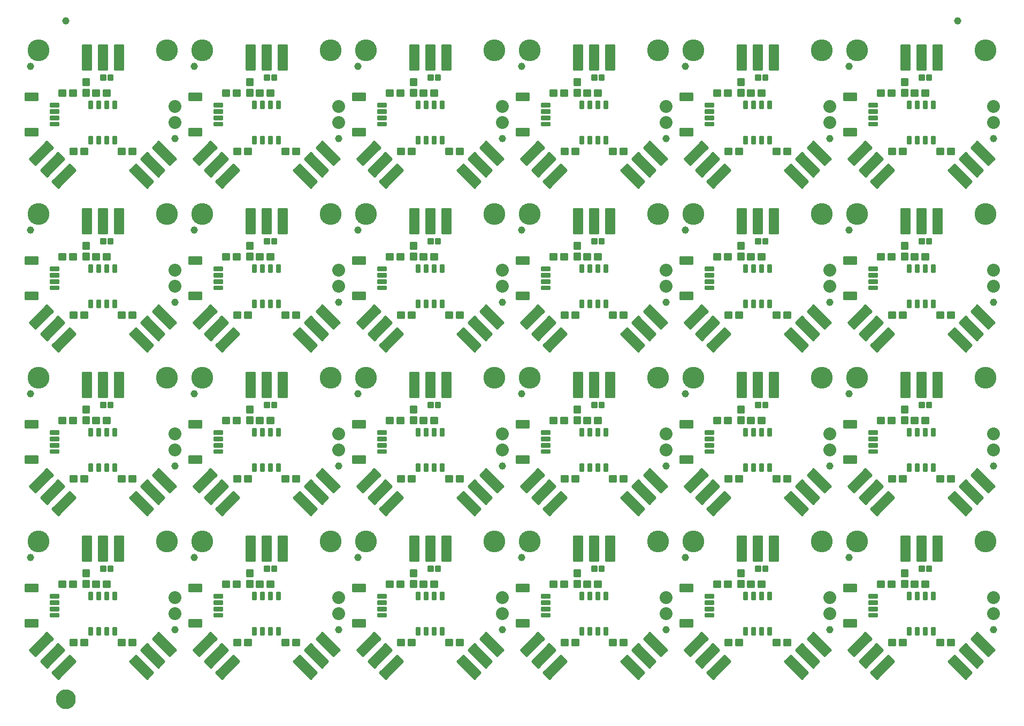
<source format=gts>
G04 EAGLE Gerber RS-274X export*
G75*
%MOMM*%
%FSLAX34Y34*%
%LPD*%
%INSoldermask Top*%
%IPPOS*%
%AMOC8*
5,1,8,0,0,1.08239X$1,22.5*%
G01*
%ADD10C,0.264381*%
%ADD11C,0.331053*%
%ADD12C,0.243431*%
%ADD13C,0.255816*%
%ADD14C,2.032000*%
%ADD15C,0.253525*%
%ADD16C,0.250600*%
%ADD17C,1.152400*%
%ADD18C,3.454400*%
%ADD19C,1.270000*%
%ADD20C,1.652400*%


D10*
X108540Y197730D02*
X94660Y197730D01*
X94660Y236610D01*
X108540Y236610D01*
X108540Y197730D01*
X108540Y200242D02*
X94660Y200242D01*
X94660Y202754D02*
X108540Y202754D01*
X108540Y205266D02*
X94660Y205266D01*
X94660Y207778D02*
X108540Y207778D01*
X108540Y210290D02*
X94660Y210290D01*
X94660Y212802D02*
X108540Y212802D01*
X108540Y215314D02*
X94660Y215314D01*
X94660Y217826D02*
X108540Y217826D01*
X108540Y220338D02*
X94660Y220338D01*
X94660Y222850D02*
X108540Y222850D01*
X108540Y225362D02*
X94660Y225362D01*
X94660Y227874D02*
X108540Y227874D01*
X108540Y230386D02*
X94660Y230386D01*
X94660Y232898D02*
X108540Y232898D01*
X108540Y235410D02*
X94660Y235410D01*
X120060Y197730D02*
X133940Y197730D01*
X120060Y197730D02*
X120060Y236610D01*
X133940Y236610D01*
X133940Y197730D01*
X133940Y200242D02*
X120060Y200242D01*
X120060Y202754D02*
X133940Y202754D01*
X133940Y205266D02*
X120060Y205266D01*
X120060Y207778D02*
X133940Y207778D01*
X133940Y210290D02*
X120060Y210290D01*
X120060Y212802D02*
X133940Y212802D01*
X133940Y215314D02*
X120060Y215314D01*
X120060Y217826D02*
X133940Y217826D01*
X133940Y220338D02*
X120060Y220338D01*
X120060Y222850D02*
X133940Y222850D01*
X133940Y225362D02*
X120060Y225362D01*
X120060Y227874D02*
X133940Y227874D01*
X133940Y230386D02*
X120060Y230386D01*
X120060Y232898D02*
X133940Y232898D01*
X133940Y235410D02*
X120060Y235410D01*
X145460Y197730D02*
X159340Y197730D01*
X145460Y197730D02*
X145460Y236610D01*
X159340Y236610D01*
X159340Y197730D01*
X159340Y200242D02*
X145460Y200242D01*
X145460Y202754D02*
X159340Y202754D01*
X159340Y205266D02*
X145460Y205266D01*
X145460Y207778D02*
X159340Y207778D01*
X159340Y210290D02*
X145460Y210290D01*
X145460Y212802D02*
X159340Y212802D01*
X159340Y215314D02*
X145460Y215314D01*
X145460Y217826D02*
X159340Y217826D01*
X159340Y220338D02*
X145460Y220338D01*
X145460Y222850D02*
X159340Y222850D01*
X159340Y225362D02*
X145460Y225362D01*
X145460Y227874D02*
X159340Y227874D01*
X159340Y230386D02*
X145460Y230386D01*
X145460Y232898D02*
X159340Y232898D01*
X159340Y235410D02*
X145460Y235410D01*
X74424Y48317D02*
X84239Y38502D01*
X56748Y11011D01*
X46933Y20826D01*
X74424Y48317D01*
X59260Y13523D02*
X54236Y13523D01*
X51724Y16035D02*
X61772Y16035D01*
X64284Y18547D02*
X49212Y18547D01*
X47166Y21059D02*
X66796Y21059D01*
X69308Y23571D02*
X49678Y23571D01*
X52190Y26083D02*
X71820Y26083D01*
X74332Y28595D02*
X54702Y28595D01*
X57214Y31107D02*
X76844Y31107D01*
X79356Y33619D02*
X59726Y33619D01*
X62238Y36131D02*
X81868Y36131D01*
X84098Y38643D02*
X64750Y38643D01*
X67262Y41155D02*
X81586Y41155D01*
X79074Y43667D02*
X69774Y43667D01*
X72286Y46179D02*
X76562Y46179D01*
X66278Y56463D02*
X56463Y66278D01*
X66278Y56463D02*
X38787Y28972D01*
X28972Y38787D01*
X56463Y66278D01*
X41299Y31484D02*
X36275Y31484D01*
X33763Y33996D02*
X43811Y33996D01*
X46323Y36508D02*
X31251Y36508D01*
X29205Y39020D02*
X48835Y39020D01*
X51347Y41532D02*
X31717Y41532D01*
X34229Y44044D02*
X53859Y44044D01*
X56371Y46556D02*
X36741Y46556D01*
X39253Y49068D02*
X58883Y49068D01*
X61395Y51580D02*
X41765Y51580D01*
X44277Y54092D02*
X63907Y54092D01*
X66137Y56604D02*
X46789Y56604D01*
X49301Y59116D02*
X63625Y59116D01*
X61113Y61628D02*
X51813Y61628D01*
X54325Y64140D02*
X58601Y64140D01*
X48317Y74424D02*
X38502Y84239D01*
X48317Y74424D02*
X20826Y46933D01*
X11011Y56748D01*
X38502Y84239D01*
X23338Y49445D02*
X18314Y49445D01*
X15802Y51957D02*
X25850Y51957D01*
X28362Y54469D02*
X13290Y54469D01*
X11244Y56981D02*
X30874Y56981D01*
X33386Y59493D02*
X13756Y59493D01*
X16268Y62005D02*
X35898Y62005D01*
X38410Y64517D02*
X18780Y64517D01*
X21292Y67029D02*
X40922Y67029D01*
X43434Y69541D02*
X23804Y69541D01*
X26316Y72053D02*
X45946Y72053D01*
X48176Y74565D02*
X28828Y74565D01*
X31340Y77077D02*
X45664Y77077D01*
X43152Y79589D02*
X33852Y79589D01*
X36364Y82101D02*
X40640Y82101D01*
X205683Y74424D02*
X215498Y84239D01*
X242989Y56748D01*
X233174Y46933D01*
X205683Y74424D01*
X230662Y49445D02*
X235686Y49445D01*
X238198Y51957D02*
X228150Y51957D01*
X225638Y54469D02*
X240710Y54469D01*
X242756Y56981D02*
X223126Y56981D01*
X220614Y59493D02*
X240244Y59493D01*
X237732Y62005D02*
X218102Y62005D01*
X215590Y64517D02*
X235220Y64517D01*
X232708Y67029D02*
X213078Y67029D01*
X210566Y69541D02*
X230196Y69541D01*
X227684Y72053D02*
X208054Y72053D01*
X205824Y74565D02*
X225172Y74565D01*
X222660Y77077D02*
X208336Y77077D01*
X210848Y79589D02*
X220148Y79589D01*
X217636Y82101D02*
X213360Y82101D01*
X197537Y66278D02*
X187722Y56463D01*
X197537Y66278D02*
X225028Y38787D01*
X215213Y28972D01*
X187722Y56463D01*
X212701Y31484D02*
X217725Y31484D01*
X220237Y33996D02*
X210189Y33996D01*
X207677Y36508D02*
X222749Y36508D01*
X224795Y39020D02*
X205165Y39020D01*
X202653Y41532D02*
X222283Y41532D01*
X219771Y44044D02*
X200141Y44044D01*
X197629Y46556D02*
X217259Y46556D01*
X214747Y49068D02*
X195117Y49068D01*
X192605Y51580D02*
X212235Y51580D01*
X209723Y54092D02*
X190093Y54092D01*
X187863Y56604D02*
X207211Y56604D01*
X204699Y59116D02*
X190375Y59116D01*
X192887Y61628D02*
X202187Y61628D01*
X199675Y64140D02*
X195399Y64140D01*
X179576Y48317D02*
X169761Y38502D01*
X179576Y48317D02*
X207067Y20826D01*
X197252Y11011D01*
X169761Y38502D01*
X194740Y13523D02*
X199764Y13523D01*
X202276Y16035D02*
X192228Y16035D01*
X189716Y18547D02*
X204788Y18547D01*
X206834Y21059D02*
X187204Y21059D01*
X184692Y23571D02*
X204322Y23571D01*
X201810Y26083D02*
X182180Y26083D01*
X179668Y28595D02*
X199298Y28595D01*
X196786Y31107D02*
X177156Y31107D01*
X174644Y33619D02*
X194274Y33619D01*
X191762Y36131D02*
X172132Y36131D01*
X169902Y38643D02*
X189250Y38643D01*
X186738Y41155D02*
X172414Y41155D01*
X174926Y43667D02*
X184226Y43667D01*
X181714Y46179D02*
X177438Y46179D01*
D11*
X148157Y147407D02*
X143943Y147407D01*
X148157Y147407D02*
X148157Y137193D01*
X143943Y137193D01*
X143943Y147407D01*
X143943Y140338D02*
X148157Y140338D01*
X148157Y143483D02*
X143943Y143483D01*
X143943Y146628D02*
X148157Y146628D01*
X135457Y147407D02*
X131243Y147407D01*
X135457Y147407D02*
X135457Y137193D01*
X131243Y137193D01*
X131243Y147407D01*
X131243Y140338D02*
X135457Y140338D01*
X135457Y143483D02*
X131243Y143483D01*
X131243Y146628D02*
X135457Y146628D01*
X122757Y147407D02*
X118543Y147407D01*
X122757Y147407D02*
X122757Y137193D01*
X118543Y137193D01*
X118543Y147407D01*
X118543Y140338D02*
X122757Y140338D01*
X122757Y143483D02*
X118543Y143483D01*
X118543Y146628D02*
X122757Y146628D01*
X110057Y147407D02*
X105843Y147407D01*
X110057Y147407D02*
X110057Y137193D01*
X105843Y137193D01*
X105843Y147407D01*
X105843Y140338D02*
X110057Y140338D01*
X110057Y143483D02*
X105843Y143483D01*
X105843Y146628D02*
X110057Y146628D01*
X110057Y91407D02*
X105843Y91407D01*
X110057Y91407D02*
X110057Y81193D01*
X105843Y81193D01*
X105843Y91407D01*
X105843Y84338D02*
X110057Y84338D01*
X110057Y87483D02*
X105843Y87483D01*
X105843Y90628D02*
X110057Y90628D01*
X118543Y91407D02*
X122757Y91407D01*
X122757Y81193D01*
X118543Y81193D01*
X118543Y91407D01*
X118543Y84338D02*
X122757Y84338D01*
X122757Y87483D02*
X118543Y87483D01*
X118543Y90628D02*
X122757Y90628D01*
X131243Y91407D02*
X135457Y91407D01*
X135457Y81193D01*
X131243Y81193D01*
X131243Y91407D01*
X131243Y84338D02*
X135457Y84338D01*
X135457Y87483D02*
X131243Y87483D01*
X131243Y90628D02*
X135457Y90628D01*
X143943Y91407D02*
X148157Y91407D01*
X148157Y81193D01*
X143943Y81193D01*
X143943Y91407D01*
X143943Y84338D02*
X148157Y84338D01*
X148157Y87483D02*
X143943Y87483D01*
X143943Y90628D02*
X148157Y90628D01*
D12*
X4505Y149455D02*
X4505Y160545D01*
X23595Y160545D01*
X23595Y149455D01*
X4505Y149455D01*
X4505Y151767D02*
X23595Y151767D01*
X23595Y154079D02*
X4505Y154079D01*
X4505Y156391D02*
X23595Y156391D01*
X23595Y158703D02*
X4505Y158703D01*
X4505Y104545D02*
X4505Y93455D01*
X4505Y104545D02*
X23595Y104545D01*
X23595Y93455D01*
X4505Y93455D01*
X4505Y95767D02*
X23595Y95767D01*
X23595Y98079D02*
X4505Y98079D01*
X4505Y100391D02*
X23595Y100391D01*
X23595Y102703D02*
X4505Y102703D01*
D13*
X44567Y139517D02*
X44567Y144483D01*
X57033Y144483D01*
X57033Y139517D01*
X44567Y139517D01*
X44567Y141947D02*
X57033Y141947D01*
X57033Y144377D02*
X44567Y144377D01*
X44567Y134483D02*
X44567Y129517D01*
X44567Y134483D02*
X57033Y134483D01*
X57033Y129517D01*
X44567Y129517D01*
X44567Y131947D02*
X57033Y131947D01*
X57033Y134377D02*
X44567Y134377D01*
X44567Y124483D02*
X44567Y119517D01*
X44567Y124483D02*
X57033Y124483D01*
X57033Y119517D01*
X44567Y119517D01*
X44567Y121947D02*
X57033Y121947D01*
X57033Y124377D02*
X44567Y124377D01*
X44567Y114483D02*
X44567Y109517D01*
X44567Y114483D02*
X57033Y114483D01*
X57033Y109517D01*
X44567Y109517D01*
X44567Y111947D02*
X57033Y111947D01*
X57033Y114377D02*
X44567Y114377D01*
D14*
X241300Y114300D03*
X241300Y139700D03*
D15*
X95835Y173685D02*
X95835Y183675D01*
X104825Y183675D01*
X104825Y173685D01*
X95835Y173685D01*
X95835Y176093D02*
X104825Y176093D01*
X104825Y178501D02*
X95835Y178501D01*
X95835Y180909D02*
X104825Y180909D01*
X104825Y183317D02*
X95835Y183317D01*
X95835Y166675D02*
X95835Y156685D01*
X95835Y166675D02*
X104825Y166675D01*
X104825Y156685D01*
X95835Y156685D01*
X95835Y159093D02*
X104825Y159093D01*
X104825Y161501D02*
X95835Y161501D01*
X95835Y163909D02*
X104825Y163909D01*
X104825Y166317D02*
X95835Y166317D01*
X84615Y165785D02*
X74625Y165785D01*
X84615Y165785D02*
X84615Y156795D01*
X74625Y156795D01*
X74625Y165785D01*
X74625Y159203D02*
X84615Y159203D01*
X84615Y161611D02*
X74625Y161611D01*
X74625Y164019D02*
X84615Y164019D01*
X67615Y165785D02*
X57625Y165785D01*
X67615Y165785D02*
X67615Y156795D01*
X57625Y156795D01*
X57625Y165785D01*
X57625Y159203D02*
X67615Y159203D01*
X67615Y161611D02*
X57625Y161611D01*
X57625Y164019D02*
X67615Y164019D01*
X110965Y156795D02*
X120955Y156795D01*
X110965Y156795D02*
X110965Y165785D01*
X120955Y165785D01*
X120955Y156795D01*
X120955Y159203D02*
X110965Y159203D01*
X110965Y161611D02*
X120955Y161611D01*
X120955Y164019D02*
X110965Y164019D01*
X127965Y156795D02*
X137955Y156795D01*
X127965Y156795D02*
X127965Y165785D01*
X137955Y165785D01*
X137955Y156795D01*
X137955Y159203D02*
X127965Y159203D01*
X127965Y161611D02*
X137955Y161611D01*
X137955Y164019D02*
X127965Y164019D01*
D16*
X131309Y181411D02*
X123791Y181411D01*
X123791Y189429D01*
X131309Y189429D01*
X131309Y181411D01*
X131309Y183792D02*
X123791Y183792D01*
X123791Y186173D02*
X131309Y186173D01*
X131309Y188554D02*
X123791Y188554D01*
X135391Y181411D02*
X142909Y181411D01*
X135391Y181411D02*
X135391Y189429D01*
X142909Y189429D01*
X142909Y181411D01*
X142909Y183792D02*
X135391Y183792D01*
X135391Y186173D02*
X142909Y186173D01*
X142909Y188554D02*
X135391Y188554D01*
D15*
X151605Y64085D02*
X161595Y64085D01*
X151605Y64085D02*
X151605Y73075D01*
X161595Y73075D01*
X161595Y64085D01*
X161595Y66493D02*
X151605Y66493D01*
X151605Y68901D02*
X161595Y68901D01*
X161595Y71309D02*
X151605Y71309D01*
X168605Y64085D02*
X178595Y64085D01*
X168605Y64085D02*
X168605Y73075D01*
X178595Y73075D01*
X178595Y64085D01*
X178595Y66493D02*
X168605Y66493D01*
X168605Y68901D02*
X178595Y68901D01*
X178595Y71309D02*
X168605Y71309D01*
X85395Y64085D02*
X75405Y64085D01*
X75405Y73075D01*
X85395Y73075D01*
X85395Y64085D01*
X85395Y66493D02*
X75405Y66493D01*
X75405Y68901D02*
X85395Y68901D01*
X85395Y71309D02*
X75405Y71309D01*
X92405Y64085D02*
X102395Y64085D01*
X92405Y64085D02*
X92405Y73075D01*
X102395Y73075D01*
X102395Y64085D01*
X102395Y66493D02*
X92405Y66493D01*
X92405Y68901D02*
X102395Y68901D01*
X102395Y71309D02*
X92405Y71309D01*
D17*
X12700Y203200D03*
X241300Y88900D03*
D18*
X228600Y228600D03*
X25400Y228600D03*
D10*
X353740Y197730D02*
X367620Y197730D01*
X353740Y197730D02*
X353740Y236610D01*
X367620Y236610D01*
X367620Y197730D01*
X367620Y200242D02*
X353740Y200242D01*
X353740Y202754D02*
X367620Y202754D01*
X367620Y205266D02*
X353740Y205266D01*
X353740Y207778D02*
X367620Y207778D01*
X367620Y210290D02*
X353740Y210290D01*
X353740Y212802D02*
X367620Y212802D01*
X367620Y215314D02*
X353740Y215314D01*
X353740Y217826D02*
X367620Y217826D01*
X367620Y220338D02*
X353740Y220338D01*
X353740Y222850D02*
X367620Y222850D01*
X367620Y225362D02*
X353740Y225362D01*
X353740Y227874D02*
X367620Y227874D01*
X367620Y230386D02*
X353740Y230386D01*
X353740Y232898D02*
X367620Y232898D01*
X367620Y235410D02*
X353740Y235410D01*
X379140Y197730D02*
X393020Y197730D01*
X379140Y197730D02*
X379140Y236610D01*
X393020Y236610D01*
X393020Y197730D01*
X393020Y200242D02*
X379140Y200242D01*
X379140Y202754D02*
X393020Y202754D01*
X393020Y205266D02*
X379140Y205266D01*
X379140Y207778D02*
X393020Y207778D01*
X393020Y210290D02*
X379140Y210290D01*
X379140Y212802D02*
X393020Y212802D01*
X393020Y215314D02*
X379140Y215314D01*
X379140Y217826D02*
X393020Y217826D01*
X393020Y220338D02*
X379140Y220338D01*
X379140Y222850D02*
X393020Y222850D01*
X393020Y225362D02*
X379140Y225362D01*
X379140Y227874D02*
X393020Y227874D01*
X393020Y230386D02*
X379140Y230386D01*
X379140Y232898D02*
X393020Y232898D01*
X393020Y235410D02*
X379140Y235410D01*
X404540Y197730D02*
X418420Y197730D01*
X404540Y197730D02*
X404540Y236610D01*
X418420Y236610D01*
X418420Y197730D01*
X418420Y200242D02*
X404540Y200242D01*
X404540Y202754D02*
X418420Y202754D01*
X418420Y205266D02*
X404540Y205266D01*
X404540Y207778D02*
X418420Y207778D01*
X418420Y210290D02*
X404540Y210290D01*
X404540Y212802D02*
X418420Y212802D01*
X418420Y215314D02*
X404540Y215314D01*
X404540Y217826D02*
X418420Y217826D01*
X418420Y220338D02*
X404540Y220338D01*
X404540Y222850D02*
X418420Y222850D01*
X418420Y225362D02*
X404540Y225362D01*
X404540Y227874D02*
X418420Y227874D01*
X418420Y230386D02*
X404540Y230386D01*
X404540Y232898D02*
X418420Y232898D01*
X418420Y235410D02*
X404540Y235410D01*
X333504Y48317D02*
X343319Y38502D01*
X315828Y11011D01*
X306013Y20826D01*
X333504Y48317D01*
X318340Y13523D02*
X313316Y13523D01*
X310804Y16035D02*
X320852Y16035D01*
X323364Y18547D02*
X308292Y18547D01*
X306246Y21059D02*
X325876Y21059D01*
X328388Y23571D02*
X308758Y23571D01*
X311270Y26083D02*
X330900Y26083D01*
X333412Y28595D02*
X313782Y28595D01*
X316294Y31107D02*
X335924Y31107D01*
X338436Y33619D02*
X318806Y33619D01*
X321318Y36131D02*
X340948Y36131D01*
X343178Y38643D02*
X323830Y38643D01*
X326342Y41155D02*
X340666Y41155D01*
X338154Y43667D02*
X328854Y43667D01*
X331366Y46179D02*
X335642Y46179D01*
X325358Y56463D02*
X315543Y66278D01*
X325358Y56463D02*
X297867Y28972D01*
X288052Y38787D01*
X315543Y66278D01*
X300379Y31484D02*
X295355Y31484D01*
X292843Y33996D02*
X302891Y33996D01*
X305403Y36508D02*
X290331Y36508D01*
X288285Y39020D02*
X307915Y39020D01*
X310427Y41532D02*
X290797Y41532D01*
X293309Y44044D02*
X312939Y44044D01*
X315451Y46556D02*
X295821Y46556D01*
X298333Y49068D02*
X317963Y49068D01*
X320475Y51580D02*
X300845Y51580D01*
X303357Y54092D02*
X322987Y54092D01*
X325217Y56604D02*
X305869Y56604D01*
X308381Y59116D02*
X322705Y59116D01*
X320193Y61628D02*
X310893Y61628D01*
X313405Y64140D02*
X317681Y64140D01*
X307397Y74424D02*
X297582Y84239D01*
X307397Y74424D02*
X279906Y46933D01*
X270091Y56748D01*
X297582Y84239D01*
X282418Y49445D02*
X277394Y49445D01*
X274882Y51957D02*
X284930Y51957D01*
X287442Y54469D02*
X272370Y54469D01*
X270324Y56981D02*
X289954Y56981D01*
X292466Y59493D02*
X272836Y59493D01*
X275348Y62005D02*
X294978Y62005D01*
X297490Y64517D02*
X277860Y64517D01*
X280372Y67029D02*
X300002Y67029D01*
X302514Y69541D02*
X282884Y69541D01*
X285396Y72053D02*
X305026Y72053D01*
X307256Y74565D02*
X287908Y74565D01*
X290420Y77077D02*
X304744Y77077D01*
X302232Y79589D02*
X292932Y79589D01*
X295444Y82101D02*
X299720Y82101D01*
X464763Y74424D02*
X474578Y84239D01*
X502069Y56748D01*
X492254Y46933D01*
X464763Y74424D01*
X489742Y49445D02*
X494766Y49445D01*
X497278Y51957D02*
X487230Y51957D01*
X484718Y54469D02*
X499790Y54469D01*
X501836Y56981D02*
X482206Y56981D01*
X479694Y59493D02*
X499324Y59493D01*
X496812Y62005D02*
X477182Y62005D01*
X474670Y64517D02*
X494300Y64517D01*
X491788Y67029D02*
X472158Y67029D01*
X469646Y69541D02*
X489276Y69541D01*
X486764Y72053D02*
X467134Y72053D01*
X464904Y74565D02*
X484252Y74565D01*
X481740Y77077D02*
X467416Y77077D01*
X469928Y79589D02*
X479228Y79589D01*
X476716Y82101D02*
X472440Y82101D01*
X456617Y66278D02*
X446802Y56463D01*
X456617Y66278D02*
X484108Y38787D01*
X474293Y28972D01*
X446802Y56463D01*
X471781Y31484D02*
X476805Y31484D01*
X479317Y33996D02*
X469269Y33996D01*
X466757Y36508D02*
X481829Y36508D01*
X483875Y39020D02*
X464245Y39020D01*
X461733Y41532D02*
X481363Y41532D01*
X478851Y44044D02*
X459221Y44044D01*
X456709Y46556D02*
X476339Y46556D01*
X473827Y49068D02*
X454197Y49068D01*
X451685Y51580D02*
X471315Y51580D01*
X468803Y54092D02*
X449173Y54092D01*
X446943Y56604D02*
X466291Y56604D01*
X463779Y59116D02*
X449455Y59116D01*
X451967Y61628D02*
X461267Y61628D01*
X458755Y64140D02*
X454479Y64140D01*
X438656Y48317D02*
X428841Y38502D01*
X438656Y48317D02*
X466147Y20826D01*
X456332Y11011D01*
X428841Y38502D01*
X453820Y13523D02*
X458844Y13523D01*
X461356Y16035D02*
X451308Y16035D01*
X448796Y18547D02*
X463868Y18547D01*
X465914Y21059D02*
X446284Y21059D01*
X443772Y23571D02*
X463402Y23571D01*
X460890Y26083D02*
X441260Y26083D01*
X438748Y28595D02*
X458378Y28595D01*
X455866Y31107D02*
X436236Y31107D01*
X433724Y33619D02*
X453354Y33619D01*
X450842Y36131D02*
X431212Y36131D01*
X428982Y38643D02*
X448330Y38643D01*
X445818Y41155D02*
X431494Y41155D01*
X434006Y43667D02*
X443306Y43667D01*
X440794Y46179D02*
X436518Y46179D01*
D11*
X407237Y147407D02*
X403023Y147407D01*
X407237Y147407D02*
X407237Y137193D01*
X403023Y137193D01*
X403023Y147407D01*
X403023Y140338D02*
X407237Y140338D01*
X407237Y143483D02*
X403023Y143483D01*
X403023Y146628D02*
X407237Y146628D01*
X394537Y147407D02*
X390323Y147407D01*
X394537Y147407D02*
X394537Y137193D01*
X390323Y137193D01*
X390323Y147407D01*
X390323Y140338D02*
X394537Y140338D01*
X394537Y143483D02*
X390323Y143483D01*
X390323Y146628D02*
X394537Y146628D01*
X381837Y147407D02*
X377623Y147407D01*
X381837Y147407D02*
X381837Y137193D01*
X377623Y137193D01*
X377623Y147407D01*
X377623Y140338D02*
X381837Y140338D01*
X381837Y143483D02*
X377623Y143483D01*
X377623Y146628D02*
X381837Y146628D01*
X369137Y147407D02*
X364923Y147407D01*
X369137Y147407D02*
X369137Y137193D01*
X364923Y137193D01*
X364923Y147407D01*
X364923Y140338D02*
X369137Y140338D01*
X369137Y143483D02*
X364923Y143483D01*
X364923Y146628D02*
X369137Y146628D01*
X369137Y91407D02*
X364923Y91407D01*
X369137Y91407D02*
X369137Y81193D01*
X364923Y81193D01*
X364923Y91407D01*
X364923Y84338D02*
X369137Y84338D01*
X369137Y87483D02*
X364923Y87483D01*
X364923Y90628D02*
X369137Y90628D01*
X377623Y91407D02*
X381837Y91407D01*
X381837Y81193D01*
X377623Y81193D01*
X377623Y91407D01*
X377623Y84338D02*
X381837Y84338D01*
X381837Y87483D02*
X377623Y87483D01*
X377623Y90628D02*
X381837Y90628D01*
X390323Y91407D02*
X394537Y91407D01*
X394537Y81193D01*
X390323Y81193D01*
X390323Y91407D01*
X390323Y84338D02*
X394537Y84338D01*
X394537Y87483D02*
X390323Y87483D01*
X390323Y90628D02*
X394537Y90628D01*
X403023Y91407D02*
X407237Y91407D01*
X407237Y81193D01*
X403023Y81193D01*
X403023Y91407D01*
X403023Y84338D02*
X407237Y84338D01*
X407237Y87483D02*
X403023Y87483D01*
X403023Y90628D02*
X407237Y90628D01*
D12*
X263585Y149455D02*
X263585Y160545D01*
X282675Y160545D01*
X282675Y149455D01*
X263585Y149455D01*
X263585Y151767D02*
X282675Y151767D01*
X282675Y154079D02*
X263585Y154079D01*
X263585Y156391D02*
X282675Y156391D01*
X282675Y158703D02*
X263585Y158703D01*
X263585Y104545D02*
X263585Y93455D01*
X263585Y104545D02*
X282675Y104545D01*
X282675Y93455D01*
X263585Y93455D01*
X263585Y95767D02*
X282675Y95767D01*
X282675Y98079D02*
X263585Y98079D01*
X263585Y100391D02*
X282675Y100391D01*
X282675Y102703D02*
X263585Y102703D01*
D13*
X303647Y139517D02*
X303647Y144483D01*
X316113Y144483D01*
X316113Y139517D01*
X303647Y139517D01*
X303647Y141947D02*
X316113Y141947D01*
X316113Y144377D02*
X303647Y144377D01*
X303647Y134483D02*
X303647Y129517D01*
X303647Y134483D02*
X316113Y134483D01*
X316113Y129517D01*
X303647Y129517D01*
X303647Y131947D02*
X316113Y131947D01*
X316113Y134377D02*
X303647Y134377D01*
X303647Y124483D02*
X303647Y119517D01*
X303647Y124483D02*
X316113Y124483D01*
X316113Y119517D01*
X303647Y119517D01*
X303647Y121947D02*
X316113Y121947D01*
X316113Y124377D02*
X303647Y124377D01*
X303647Y114483D02*
X303647Y109517D01*
X303647Y114483D02*
X316113Y114483D01*
X316113Y109517D01*
X303647Y109517D01*
X303647Y111947D02*
X316113Y111947D01*
X316113Y114377D02*
X303647Y114377D01*
D14*
X500380Y114300D03*
X500380Y139700D03*
D15*
X354915Y173685D02*
X354915Y183675D01*
X363905Y183675D01*
X363905Y173685D01*
X354915Y173685D01*
X354915Y176093D02*
X363905Y176093D01*
X363905Y178501D02*
X354915Y178501D01*
X354915Y180909D02*
X363905Y180909D01*
X363905Y183317D02*
X354915Y183317D01*
X354915Y166675D02*
X354915Y156685D01*
X354915Y166675D02*
X363905Y166675D01*
X363905Y156685D01*
X354915Y156685D01*
X354915Y159093D02*
X363905Y159093D01*
X363905Y161501D02*
X354915Y161501D01*
X354915Y163909D02*
X363905Y163909D01*
X363905Y166317D02*
X354915Y166317D01*
X343695Y165785D02*
X333705Y165785D01*
X343695Y165785D02*
X343695Y156795D01*
X333705Y156795D01*
X333705Y165785D01*
X333705Y159203D02*
X343695Y159203D01*
X343695Y161611D02*
X333705Y161611D01*
X333705Y164019D02*
X343695Y164019D01*
X326695Y165785D02*
X316705Y165785D01*
X326695Y165785D02*
X326695Y156795D01*
X316705Y156795D01*
X316705Y165785D01*
X316705Y159203D02*
X326695Y159203D01*
X326695Y161611D02*
X316705Y161611D01*
X316705Y164019D02*
X326695Y164019D01*
X370045Y156795D02*
X380035Y156795D01*
X370045Y156795D02*
X370045Y165785D01*
X380035Y165785D01*
X380035Y156795D01*
X380035Y159203D02*
X370045Y159203D01*
X370045Y161611D02*
X380035Y161611D01*
X380035Y164019D02*
X370045Y164019D01*
X387045Y156795D02*
X397035Y156795D01*
X387045Y156795D02*
X387045Y165785D01*
X397035Y165785D01*
X397035Y156795D01*
X397035Y159203D02*
X387045Y159203D01*
X387045Y161611D02*
X397035Y161611D01*
X397035Y164019D02*
X387045Y164019D01*
D16*
X390389Y181411D02*
X382871Y181411D01*
X382871Y189429D01*
X390389Y189429D01*
X390389Y181411D01*
X390389Y183792D02*
X382871Y183792D01*
X382871Y186173D02*
X390389Y186173D01*
X390389Y188554D02*
X382871Y188554D01*
X394471Y181411D02*
X401989Y181411D01*
X394471Y181411D02*
X394471Y189429D01*
X401989Y189429D01*
X401989Y181411D01*
X401989Y183792D02*
X394471Y183792D01*
X394471Y186173D02*
X401989Y186173D01*
X401989Y188554D02*
X394471Y188554D01*
D15*
X410685Y64085D02*
X420675Y64085D01*
X410685Y64085D02*
X410685Y73075D01*
X420675Y73075D01*
X420675Y64085D01*
X420675Y66493D02*
X410685Y66493D01*
X410685Y68901D02*
X420675Y68901D01*
X420675Y71309D02*
X410685Y71309D01*
X427685Y64085D02*
X437675Y64085D01*
X427685Y64085D02*
X427685Y73075D01*
X437675Y73075D01*
X437675Y64085D01*
X437675Y66493D02*
X427685Y66493D01*
X427685Y68901D02*
X437675Y68901D01*
X437675Y71309D02*
X427685Y71309D01*
X344475Y64085D02*
X334485Y64085D01*
X334485Y73075D01*
X344475Y73075D01*
X344475Y64085D01*
X344475Y66493D02*
X334485Y66493D01*
X334485Y68901D02*
X344475Y68901D01*
X344475Y71309D02*
X334485Y71309D01*
X351485Y64085D02*
X361475Y64085D01*
X351485Y64085D02*
X351485Y73075D01*
X361475Y73075D01*
X361475Y64085D01*
X361475Y66493D02*
X351485Y66493D01*
X351485Y68901D02*
X361475Y68901D01*
X361475Y71309D02*
X351485Y71309D01*
D17*
X271780Y203200D03*
X500380Y88900D03*
D18*
X487680Y228600D03*
X284480Y228600D03*
D10*
X612820Y197730D02*
X626700Y197730D01*
X612820Y197730D02*
X612820Y236610D01*
X626700Y236610D01*
X626700Y197730D01*
X626700Y200242D02*
X612820Y200242D01*
X612820Y202754D02*
X626700Y202754D01*
X626700Y205266D02*
X612820Y205266D01*
X612820Y207778D02*
X626700Y207778D01*
X626700Y210290D02*
X612820Y210290D01*
X612820Y212802D02*
X626700Y212802D01*
X626700Y215314D02*
X612820Y215314D01*
X612820Y217826D02*
X626700Y217826D01*
X626700Y220338D02*
X612820Y220338D01*
X612820Y222850D02*
X626700Y222850D01*
X626700Y225362D02*
X612820Y225362D01*
X612820Y227874D02*
X626700Y227874D01*
X626700Y230386D02*
X612820Y230386D01*
X612820Y232898D02*
X626700Y232898D01*
X626700Y235410D02*
X612820Y235410D01*
X638220Y197730D02*
X652100Y197730D01*
X638220Y197730D02*
X638220Y236610D01*
X652100Y236610D01*
X652100Y197730D01*
X652100Y200242D02*
X638220Y200242D01*
X638220Y202754D02*
X652100Y202754D01*
X652100Y205266D02*
X638220Y205266D01*
X638220Y207778D02*
X652100Y207778D01*
X652100Y210290D02*
X638220Y210290D01*
X638220Y212802D02*
X652100Y212802D01*
X652100Y215314D02*
X638220Y215314D01*
X638220Y217826D02*
X652100Y217826D01*
X652100Y220338D02*
X638220Y220338D01*
X638220Y222850D02*
X652100Y222850D01*
X652100Y225362D02*
X638220Y225362D01*
X638220Y227874D02*
X652100Y227874D01*
X652100Y230386D02*
X638220Y230386D01*
X638220Y232898D02*
X652100Y232898D01*
X652100Y235410D02*
X638220Y235410D01*
X663620Y197730D02*
X677500Y197730D01*
X663620Y197730D02*
X663620Y236610D01*
X677500Y236610D01*
X677500Y197730D01*
X677500Y200242D02*
X663620Y200242D01*
X663620Y202754D02*
X677500Y202754D01*
X677500Y205266D02*
X663620Y205266D01*
X663620Y207778D02*
X677500Y207778D01*
X677500Y210290D02*
X663620Y210290D01*
X663620Y212802D02*
X677500Y212802D01*
X677500Y215314D02*
X663620Y215314D01*
X663620Y217826D02*
X677500Y217826D01*
X677500Y220338D02*
X663620Y220338D01*
X663620Y222850D02*
X677500Y222850D01*
X677500Y225362D02*
X663620Y225362D01*
X663620Y227874D02*
X677500Y227874D01*
X677500Y230386D02*
X663620Y230386D01*
X663620Y232898D02*
X677500Y232898D01*
X677500Y235410D02*
X663620Y235410D01*
X592584Y48317D02*
X602399Y38502D01*
X574908Y11011D01*
X565093Y20826D01*
X592584Y48317D01*
X577420Y13523D02*
X572396Y13523D01*
X569884Y16035D02*
X579932Y16035D01*
X582444Y18547D02*
X567372Y18547D01*
X565326Y21059D02*
X584956Y21059D01*
X587468Y23571D02*
X567838Y23571D01*
X570350Y26083D02*
X589980Y26083D01*
X592492Y28595D02*
X572862Y28595D01*
X575374Y31107D02*
X595004Y31107D01*
X597516Y33619D02*
X577886Y33619D01*
X580398Y36131D02*
X600028Y36131D01*
X602258Y38643D02*
X582910Y38643D01*
X585422Y41155D02*
X599746Y41155D01*
X597234Y43667D02*
X587934Y43667D01*
X590446Y46179D02*
X594722Y46179D01*
X584438Y56463D02*
X574623Y66278D01*
X584438Y56463D02*
X556947Y28972D01*
X547132Y38787D01*
X574623Y66278D01*
X559459Y31484D02*
X554435Y31484D01*
X551923Y33996D02*
X561971Y33996D01*
X564483Y36508D02*
X549411Y36508D01*
X547365Y39020D02*
X566995Y39020D01*
X569507Y41532D02*
X549877Y41532D01*
X552389Y44044D02*
X572019Y44044D01*
X574531Y46556D02*
X554901Y46556D01*
X557413Y49068D02*
X577043Y49068D01*
X579555Y51580D02*
X559925Y51580D01*
X562437Y54092D02*
X582067Y54092D01*
X584297Y56604D02*
X564949Y56604D01*
X567461Y59116D02*
X581785Y59116D01*
X579273Y61628D02*
X569973Y61628D01*
X572485Y64140D02*
X576761Y64140D01*
X566477Y74424D02*
X556662Y84239D01*
X566477Y74424D02*
X538986Y46933D01*
X529171Y56748D01*
X556662Y84239D01*
X541498Y49445D02*
X536474Y49445D01*
X533962Y51957D02*
X544010Y51957D01*
X546522Y54469D02*
X531450Y54469D01*
X529404Y56981D02*
X549034Y56981D01*
X551546Y59493D02*
X531916Y59493D01*
X534428Y62005D02*
X554058Y62005D01*
X556570Y64517D02*
X536940Y64517D01*
X539452Y67029D02*
X559082Y67029D01*
X561594Y69541D02*
X541964Y69541D01*
X544476Y72053D02*
X564106Y72053D01*
X566336Y74565D02*
X546988Y74565D01*
X549500Y77077D02*
X563824Y77077D01*
X561312Y79589D02*
X552012Y79589D01*
X554524Y82101D02*
X558800Y82101D01*
X723843Y74424D02*
X733658Y84239D01*
X761149Y56748D01*
X751334Y46933D01*
X723843Y74424D01*
X748822Y49445D02*
X753846Y49445D01*
X756358Y51957D02*
X746310Y51957D01*
X743798Y54469D02*
X758870Y54469D01*
X760916Y56981D02*
X741286Y56981D01*
X738774Y59493D02*
X758404Y59493D01*
X755892Y62005D02*
X736262Y62005D01*
X733750Y64517D02*
X753380Y64517D01*
X750868Y67029D02*
X731238Y67029D01*
X728726Y69541D02*
X748356Y69541D01*
X745844Y72053D02*
X726214Y72053D01*
X723984Y74565D02*
X743332Y74565D01*
X740820Y77077D02*
X726496Y77077D01*
X729008Y79589D02*
X738308Y79589D01*
X735796Y82101D02*
X731520Y82101D01*
X715697Y66278D02*
X705882Y56463D01*
X715697Y66278D02*
X743188Y38787D01*
X733373Y28972D01*
X705882Y56463D01*
X730861Y31484D02*
X735885Y31484D01*
X738397Y33996D02*
X728349Y33996D01*
X725837Y36508D02*
X740909Y36508D01*
X742955Y39020D02*
X723325Y39020D01*
X720813Y41532D02*
X740443Y41532D01*
X737931Y44044D02*
X718301Y44044D01*
X715789Y46556D02*
X735419Y46556D01*
X732907Y49068D02*
X713277Y49068D01*
X710765Y51580D02*
X730395Y51580D01*
X727883Y54092D02*
X708253Y54092D01*
X706023Y56604D02*
X725371Y56604D01*
X722859Y59116D02*
X708535Y59116D01*
X711047Y61628D02*
X720347Y61628D01*
X717835Y64140D02*
X713559Y64140D01*
X697736Y48317D02*
X687921Y38502D01*
X697736Y48317D02*
X725227Y20826D01*
X715412Y11011D01*
X687921Y38502D01*
X712900Y13523D02*
X717924Y13523D01*
X720436Y16035D02*
X710388Y16035D01*
X707876Y18547D02*
X722948Y18547D01*
X724994Y21059D02*
X705364Y21059D01*
X702852Y23571D02*
X722482Y23571D01*
X719970Y26083D02*
X700340Y26083D01*
X697828Y28595D02*
X717458Y28595D01*
X714946Y31107D02*
X695316Y31107D01*
X692804Y33619D02*
X712434Y33619D01*
X709922Y36131D02*
X690292Y36131D01*
X688062Y38643D02*
X707410Y38643D01*
X704898Y41155D02*
X690574Y41155D01*
X693086Y43667D02*
X702386Y43667D01*
X699874Y46179D02*
X695598Y46179D01*
D11*
X666317Y147407D02*
X662103Y147407D01*
X666317Y147407D02*
X666317Y137193D01*
X662103Y137193D01*
X662103Y147407D01*
X662103Y140338D02*
X666317Y140338D01*
X666317Y143483D02*
X662103Y143483D01*
X662103Y146628D02*
X666317Y146628D01*
X653617Y147407D02*
X649403Y147407D01*
X653617Y147407D02*
X653617Y137193D01*
X649403Y137193D01*
X649403Y147407D01*
X649403Y140338D02*
X653617Y140338D01*
X653617Y143483D02*
X649403Y143483D01*
X649403Y146628D02*
X653617Y146628D01*
X640917Y147407D02*
X636703Y147407D01*
X640917Y147407D02*
X640917Y137193D01*
X636703Y137193D01*
X636703Y147407D01*
X636703Y140338D02*
X640917Y140338D01*
X640917Y143483D02*
X636703Y143483D01*
X636703Y146628D02*
X640917Y146628D01*
X628217Y147407D02*
X624003Y147407D01*
X628217Y147407D02*
X628217Y137193D01*
X624003Y137193D01*
X624003Y147407D01*
X624003Y140338D02*
X628217Y140338D01*
X628217Y143483D02*
X624003Y143483D01*
X624003Y146628D02*
X628217Y146628D01*
X628217Y91407D02*
X624003Y91407D01*
X628217Y91407D02*
X628217Y81193D01*
X624003Y81193D01*
X624003Y91407D01*
X624003Y84338D02*
X628217Y84338D01*
X628217Y87483D02*
X624003Y87483D01*
X624003Y90628D02*
X628217Y90628D01*
X636703Y91407D02*
X640917Y91407D01*
X640917Y81193D01*
X636703Y81193D01*
X636703Y91407D01*
X636703Y84338D02*
X640917Y84338D01*
X640917Y87483D02*
X636703Y87483D01*
X636703Y90628D02*
X640917Y90628D01*
X649403Y91407D02*
X653617Y91407D01*
X653617Y81193D01*
X649403Y81193D01*
X649403Y91407D01*
X649403Y84338D02*
X653617Y84338D01*
X653617Y87483D02*
X649403Y87483D01*
X649403Y90628D02*
X653617Y90628D01*
X662103Y91407D02*
X666317Y91407D01*
X666317Y81193D01*
X662103Y81193D01*
X662103Y91407D01*
X662103Y84338D02*
X666317Y84338D01*
X666317Y87483D02*
X662103Y87483D01*
X662103Y90628D02*
X666317Y90628D01*
D12*
X522665Y149455D02*
X522665Y160545D01*
X541755Y160545D01*
X541755Y149455D01*
X522665Y149455D01*
X522665Y151767D02*
X541755Y151767D01*
X541755Y154079D02*
X522665Y154079D01*
X522665Y156391D02*
X541755Y156391D01*
X541755Y158703D02*
X522665Y158703D01*
X522665Y104545D02*
X522665Y93455D01*
X522665Y104545D02*
X541755Y104545D01*
X541755Y93455D01*
X522665Y93455D01*
X522665Y95767D02*
X541755Y95767D01*
X541755Y98079D02*
X522665Y98079D01*
X522665Y100391D02*
X541755Y100391D01*
X541755Y102703D02*
X522665Y102703D01*
D13*
X562727Y139517D02*
X562727Y144483D01*
X575193Y144483D01*
X575193Y139517D01*
X562727Y139517D01*
X562727Y141947D02*
X575193Y141947D01*
X575193Y144377D02*
X562727Y144377D01*
X562727Y134483D02*
X562727Y129517D01*
X562727Y134483D02*
X575193Y134483D01*
X575193Y129517D01*
X562727Y129517D01*
X562727Y131947D02*
X575193Y131947D01*
X575193Y134377D02*
X562727Y134377D01*
X562727Y124483D02*
X562727Y119517D01*
X562727Y124483D02*
X575193Y124483D01*
X575193Y119517D01*
X562727Y119517D01*
X562727Y121947D02*
X575193Y121947D01*
X575193Y124377D02*
X562727Y124377D01*
X562727Y114483D02*
X562727Y109517D01*
X562727Y114483D02*
X575193Y114483D01*
X575193Y109517D01*
X562727Y109517D01*
X562727Y111947D02*
X575193Y111947D01*
X575193Y114377D02*
X562727Y114377D01*
D14*
X759460Y114300D03*
X759460Y139700D03*
D15*
X613995Y173685D02*
X613995Y183675D01*
X622985Y183675D01*
X622985Y173685D01*
X613995Y173685D01*
X613995Y176093D02*
X622985Y176093D01*
X622985Y178501D02*
X613995Y178501D01*
X613995Y180909D02*
X622985Y180909D01*
X622985Y183317D02*
X613995Y183317D01*
X613995Y166675D02*
X613995Y156685D01*
X613995Y166675D02*
X622985Y166675D01*
X622985Y156685D01*
X613995Y156685D01*
X613995Y159093D02*
X622985Y159093D01*
X622985Y161501D02*
X613995Y161501D01*
X613995Y163909D02*
X622985Y163909D01*
X622985Y166317D02*
X613995Y166317D01*
X602775Y165785D02*
X592785Y165785D01*
X602775Y165785D02*
X602775Y156795D01*
X592785Y156795D01*
X592785Y165785D01*
X592785Y159203D02*
X602775Y159203D01*
X602775Y161611D02*
X592785Y161611D01*
X592785Y164019D02*
X602775Y164019D01*
X585775Y165785D02*
X575785Y165785D01*
X585775Y165785D02*
X585775Y156795D01*
X575785Y156795D01*
X575785Y165785D01*
X575785Y159203D02*
X585775Y159203D01*
X585775Y161611D02*
X575785Y161611D01*
X575785Y164019D02*
X585775Y164019D01*
X629125Y156795D02*
X639115Y156795D01*
X629125Y156795D02*
X629125Y165785D01*
X639115Y165785D01*
X639115Y156795D01*
X639115Y159203D02*
X629125Y159203D01*
X629125Y161611D02*
X639115Y161611D01*
X639115Y164019D02*
X629125Y164019D01*
X646125Y156795D02*
X656115Y156795D01*
X646125Y156795D02*
X646125Y165785D01*
X656115Y165785D01*
X656115Y156795D01*
X656115Y159203D02*
X646125Y159203D01*
X646125Y161611D02*
X656115Y161611D01*
X656115Y164019D02*
X646125Y164019D01*
D16*
X649469Y181411D02*
X641951Y181411D01*
X641951Y189429D01*
X649469Y189429D01*
X649469Y181411D01*
X649469Y183792D02*
X641951Y183792D01*
X641951Y186173D02*
X649469Y186173D01*
X649469Y188554D02*
X641951Y188554D01*
X653551Y181411D02*
X661069Y181411D01*
X653551Y181411D02*
X653551Y189429D01*
X661069Y189429D01*
X661069Y181411D01*
X661069Y183792D02*
X653551Y183792D01*
X653551Y186173D02*
X661069Y186173D01*
X661069Y188554D02*
X653551Y188554D01*
D15*
X669765Y64085D02*
X679755Y64085D01*
X669765Y64085D02*
X669765Y73075D01*
X679755Y73075D01*
X679755Y64085D01*
X679755Y66493D02*
X669765Y66493D01*
X669765Y68901D02*
X679755Y68901D01*
X679755Y71309D02*
X669765Y71309D01*
X686765Y64085D02*
X696755Y64085D01*
X686765Y64085D02*
X686765Y73075D01*
X696755Y73075D01*
X696755Y64085D01*
X696755Y66493D02*
X686765Y66493D01*
X686765Y68901D02*
X696755Y68901D01*
X696755Y71309D02*
X686765Y71309D01*
X603555Y64085D02*
X593565Y64085D01*
X593565Y73075D01*
X603555Y73075D01*
X603555Y64085D01*
X603555Y66493D02*
X593565Y66493D01*
X593565Y68901D02*
X603555Y68901D01*
X603555Y71309D02*
X593565Y71309D01*
X610565Y64085D02*
X620555Y64085D01*
X610565Y64085D02*
X610565Y73075D01*
X620555Y73075D01*
X620555Y64085D01*
X620555Y66493D02*
X610565Y66493D01*
X610565Y68901D02*
X620555Y68901D01*
X620555Y71309D02*
X610565Y71309D01*
D17*
X530860Y203200D03*
X759460Y88900D03*
D18*
X746760Y228600D03*
X543560Y228600D03*
D10*
X871900Y197730D02*
X885780Y197730D01*
X871900Y197730D02*
X871900Y236610D01*
X885780Y236610D01*
X885780Y197730D01*
X885780Y200242D02*
X871900Y200242D01*
X871900Y202754D02*
X885780Y202754D01*
X885780Y205266D02*
X871900Y205266D01*
X871900Y207778D02*
X885780Y207778D01*
X885780Y210290D02*
X871900Y210290D01*
X871900Y212802D02*
X885780Y212802D01*
X885780Y215314D02*
X871900Y215314D01*
X871900Y217826D02*
X885780Y217826D01*
X885780Y220338D02*
X871900Y220338D01*
X871900Y222850D02*
X885780Y222850D01*
X885780Y225362D02*
X871900Y225362D01*
X871900Y227874D02*
X885780Y227874D01*
X885780Y230386D02*
X871900Y230386D01*
X871900Y232898D02*
X885780Y232898D01*
X885780Y235410D02*
X871900Y235410D01*
X897300Y197730D02*
X911180Y197730D01*
X897300Y197730D02*
X897300Y236610D01*
X911180Y236610D01*
X911180Y197730D01*
X911180Y200242D02*
X897300Y200242D01*
X897300Y202754D02*
X911180Y202754D01*
X911180Y205266D02*
X897300Y205266D01*
X897300Y207778D02*
X911180Y207778D01*
X911180Y210290D02*
X897300Y210290D01*
X897300Y212802D02*
X911180Y212802D01*
X911180Y215314D02*
X897300Y215314D01*
X897300Y217826D02*
X911180Y217826D01*
X911180Y220338D02*
X897300Y220338D01*
X897300Y222850D02*
X911180Y222850D01*
X911180Y225362D02*
X897300Y225362D01*
X897300Y227874D02*
X911180Y227874D01*
X911180Y230386D02*
X897300Y230386D01*
X897300Y232898D02*
X911180Y232898D01*
X911180Y235410D02*
X897300Y235410D01*
X922700Y197730D02*
X936580Y197730D01*
X922700Y197730D02*
X922700Y236610D01*
X936580Y236610D01*
X936580Y197730D01*
X936580Y200242D02*
X922700Y200242D01*
X922700Y202754D02*
X936580Y202754D01*
X936580Y205266D02*
X922700Y205266D01*
X922700Y207778D02*
X936580Y207778D01*
X936580Y210290D02*
X922700Y210290D01*
X922700Y212802D02*
X936580Y212802D01*
X936580Y215314D02*
X922700Y215314D01*
X922700Y217826D02*
X936580Y217826D01*
X936580Y220338D02*
X922700Y220338D01*
X922700Y222850D02*
X936580Y222850D01*
X936580Y225362D02*
X922700Y225362D01*
X922700Y227874D02*
X936580Y227874D01*
X936580Y230386D02*
X922700Y230386D01*
X922700Y232898D02*
X936580Y232898D01*
X936580Y235410D02*
X922700Y235410D01*
X851664Y48317D02*
X861479Y38502D01*
X833988Y11011D01*
X824173Y20826D01*
X851664Y48317D01*
X836500Y13523D02*
X831476Y13523D01*
X828964Y16035D02*
X839012Y16035D01*
X841524Y18547D02*
X826452Y18547D01*
X824406Y21059D02*
X844036Y21059D01*
X846548Y23571D02*
X826918Y23571D01*
X829430Y26083D02*
X849060Y26083D01*
X851572Y28595D02*
X831942Y28595D01*
X834454Y31107D02*
X854084Y31107D01*
X856596Y33619D02*
X836966Y33619D01*
X839478Y36131D02*
X859108Y36131D01*
X861338Y38643D02*
X841990Y38643D01*
X844502Y41155D02*
X858826Y41155D01*
X856314Y43667D02*
X847014Y43667D01*
X849526Y46179D02*
X853802Y46179D01*
X843518Y56463D02*
X833703Y66278D01*
X843518Y56463D02*
X816027Y28972D01*
X806212Y38787D01*
X833703Y66278D01*
X818539Y31484D02*
X813515Y31484D01*
X811003Y33996D02*
X821051Y33996D01*
X823563Y36508D02*
X808491Y36508D01*
X806445Y39020D02*
X826075Y39020D01*
X828587Y41532D02*
X808957Y41532D01*
X811469Y44044D02*
X831099Y44044D01*
X833611Y46556D02*
X813981Y46556D01*
X816493Y49068D02*
X836123Y49068D01*
X838635Y51580D02*
X819005Y51580D01*
X821517Y54092D02*
X841147Y54092D01*
X843377Y56604D02*
X824029Y56604D01*
X826541Y59116D02*
X840865Y59116D01*
X838353Y61628D02*
X829053Y61628D01*
X831565Y64140D02*
X835841Y64140D01*
X825557Y74424D02*
X815742Y84239D01*
X825557Y74424D02*
X798066Y46933D01*
X788251Y56748D01*
X815742Y84239D01*
X800578Y49445D02*
X795554Y49445D01*
X793042Y51957D02*
X803090Y51957D01*
X805602Y54469D02*
X790530Y54469D01*
X788484Y56981D02*
X808114Y56981D01*
X810626Y59493D02*
X790996Y59493D01*
X793508Y62005D02*
X813138Y62005D01*
X815650Y64517D02*
X796020Y64517D01*
X798532Y67029D02*
X818162Y67029D01*
X820674Y69541D02*
X801044Y69541D01*
X803556Y72053D02*
X823186Y72053D01*
X825416Y74565D02*
X806068Y74565D01*
X808580Y77077D02*
X822904Y77077D01*
X820392Y79589D02*
X811092Y79589D01*
X813604Y82101D02*
X817880Y82101D01*
X982923Y74424D02*
X992738Y84239D01*
X1020229Y56748D01*
X1010414Y46933D01*
X982923Y74424D01*
X1007902Y49445D02*
X1012926Y49445D01*
X1015438Y51957D02*
X1005390Y51957D01*
X1002878Y54469D02*
X1017950Y54469D01*
X1019996Y56981D02*
X1000366Y56981D01*
X997854Y59493D02*
X1017484Y59493D01*
X1014972Y62005D02*
X995342Y62005D01*
X992830Y64517D02*
X1012460Y64517D01*
X1009948Y67029D02*
X990318Y67029D01*
X987806Y69541D02*
X1007436Y69541D01*
X1004924Y72053D02*
X985294Y72053D01*
X983064Y74565D02*
X1002412Y74565D01*
X999900Y77077D02*
X985576Y77077D01*
X988088Y79589D02*
X997388Y79589D01*
X994876Y82101D02*
X990600Y82101D01*
X974777Y66278D02*
X964962Y56463D01*
X974777Y66278D02*
X1002268Y38787D01*
X992453Y28972D01*
X964962Y56463D01*
X989941Y31484D02*
X994965Y31484D01*
X997477Y33996D02*
X987429Y33996D01*
X984917Y36508D02*
X999989Y36508D01*
X1002035Y39020D02*
X982405Y39020D01*
X979893Y41532D02*
X999523Y41532D01*
X997011Y44044D02*
X977381Y44044D01*
X974869Y46556D02*
X994499Y46556D01*
X991987Y49068D02*
X972357Y49068D01*
X969845Y51580D02*
X989475Y51580D01*
X986963Y54092D02*
X967333Y54092D01*
X965103Y56604D02*
X984451Y56604D01*
X981939Y59116D02*
X967615Y59116D01*
X970127Y61628D02*
X979427Y61628D01*
X976915Y64140D02*
X972639Y64140D01*
X956816Y48317D02*
X947001Y38502D01*
X956816Y48317D02*
X984307Y20826D01*
X974492Y11011D01*
X947001Y38502D01*
X971980Y13523D02*
X977004Y13523D01*
X979516Y16035D02*
X969468Y16035D01*
X966956Y18547D02*
X982028Y18547D01*
X984074Y21059D02*
X964444Y21059D01*
X961932Y23571D02*
X981562Y23571D01*
X979050Y26083D02*
X959420Y26083D01*
X956908Y28595D02*
X976538Y28595D01*
X974026Y31107D02*
X954396Y31107D01*
X951884Y33619D02*
X971514Y33619D01*
X969002Y36131D02*
X949372Y36131D01*
X947142Y38643D02*
X966490Y38643D01*
X963978Y41155D02*
X949654Y41155D01*
X952166Y43667D02*
X961466Y43667D01*
X958954Y46179D02*
X954678Y46179D01*
D11*
X925397Y147407D02*
X921183Y147407D01*
X925397Y147407D02*
X925397Y137193D01*
X921183Y137193D01*
X921183Y147407D01*
X921183Y140338D02*
X925397Y140338D01*
X925397Y143483D02*
X921183Y143483D01*
X921183Y146628D02*
X925397Y146628D01*
X912697Y147407D02*
X908483Y147407D01*
X912697Y147407D02*
X912697Y137193D01*
X908483Y137193D01*
X908483Y147407D01*
X908483Y140338D02*
X912697Y140338D01*
X912697Y143483D02*
X908483Y143483D01*
X908483Y146628D02*
X912697Y146628D01*
X899997Y147407D02*
X895783Y147407D01*
X899997Y147407D02*
X899997Y137193D01*
X895783Y137193D01*
X895783Y147407D01*
X895783Y140338D02*
X899997Y140338D01*
X899997Y143483D02*
X895783Y143483D01*
X895783Y146628D02*
X899997Y146628D01*
X887297Y147407D02*
X883083Y147407D01*
X887297Y147407D02*
X887297Y137193D01*
X883083Y137193D01*
X883083Y147407D01*
X883083Y140338D02*
X887297Y140338D01*
X887297Y143483D02*
X883083Y143483D01*
X883083Y146628D02*
X887297Y146628D01*
X887297Y91407D02*
X883083Y91407D01*
X887297Y91407D02*
X887297Y81193D01*
X883083Y81193D01*
X883083Y91407D01*
X883083Y84338D02*
X887297Y84338D01*
X887297Y87483D02*
X883083Y87483D01*
X883083Y90628D02*
X887297Y90628D01*
X895783Y91407D02*
X899997Y91407D01*
X899997Y81193D01*
X895783Y81193D01*
X895783Y91407D01*
X895783Y84338D02*
X899997Y84338D01*
X899997Y87483D02*
X895783Y87483D01*
X895783Y90628D02*
X899997Y90628D01*
X908483Y91407D02*
X912697Y91407D01*
X912697Y81193D01*
X908483Y81193D01*
X908483Y91407D01*
X908483Y84338D02*
X912697Y84338D01*
X912697Y87483D02*
X908483Y87483D01*
X908483Y90628D02*
X912697Y90628D01*
X921183Y91407D02*
X925397Y91407D01*
X925397Y81193D01*
X921183Y81193D01*
X921183Y91407D01*
X921183Y84338D02*
X925397Y84338D01*
X925397Y87483D02*
X921183Y87483D01*
X921183Y90628D02*
X925397Y90628D01*
D12*
X781745Y149455D02*
X781745Y160545D01*
X800835Y160545D01*
X800835Y149455D01*
X781745Y149455D01*
X781745Y151767D02*
X800835Y151767D01*
X800835Y154079D02*
X781745Y154079D01*
X781745Y156391D02*
X800835Y156391D01*
X800835Y158703D02*
X781745Y158703D01*
X781745Y104545D02*
X781745Y93455D01*
X781745Y104545D02*
X800835Y104545D01*
X800835Y93455D01*
X781745Y93455D01*
X781745Y95767D02*
X800835Y95767D01*
X800835Y98079D02*
X781745Y98079D01*
X781745Y100391D02*
X800835Y100391D01*
X800835Y102703D02*
X781745Y102703D01*
D13*
X821807Y139517D02*
X821807Y144483D01*
X834273Y144483D01*
X834273Y139517D01*
X821807Y139517D01*
X821807Y141947D02*
X834273Y141947D01*
X834273Y144377D02*
X821807Y144377D01*
X821807Y134483D02*
X821807Y129517D01*
X821807Y134483D02*
X834273Y134483D01*
X834273Y129517D01*
X821807Y129517D01*
X821807Y131947D02*
X834273Y131947D01*
X834273Y134377D02*
X821807Y134377D01*
X821807Y124483D02*
X821807Y119517D01*
X821807Y124483D02*
X834273Y124483D01*
X834273Y119517D01*
X821807Y119517D01*
X821807Y121947D02*
X834273Y121947D01*
X834273Y124377D02*
X821807Y124377D01*
X821807Y114483D02*
X821807Y109517D01*
X821807Y114483D02*
X834273Y114483D01*
X834273Y109517D01*
X821807Y109517D01*
X821807Y111947D02*
X834273Y111947D01*
X834273Y114377D02*
X821807Y114377D01*
D14*
X1018540Y114300D03*
X1018540Y139700D03*
D15*
X873075Y173685D02*
X873075Y183675D01*
X882065Y183675D01*
X882065Y173685D01*
X873075Y173685D01*
X873075Y176093D02*
X882065Y176093D01*
X882065Y178501D02*
X873075Y178501D01*
X873075Y180909D02*
X882065Y180909D01*
X882065Y183317D02*
X873075Y183317D01*
X873075Y166675D02*
X873075Y156685D01*
X873075Y166675D02*
X882065Y166675D01*
X882065Y156685D01*
X873075Y156685D01*
X873075Y159093D02*
X882065Y159093D01*
X882065Y161501D02*
X873075Y161501D01*
X873075Y163909D02*
X882065Y163909D01*
X882065Y166317D02*
X873075Y166317D01*
X861855Y165785D02*
X851865Y165785D01*
X861855Y165785D02*
X861855Y156795D01*
X851865Y156795D01*
X851865Y165785D01*
X851865Y159203D02*
X861855Y159203D01*
X861855Y161611D02*
X851865Y161611D01*
X851865Y164019D02*
X861855Y164019D01*
X844855Y165785D02*
X834865Y165785D01*
X844855Y165785D02*
X844855Y156795D01*
X834865Y156795D01*
X834865Y165785D01*
X834865Y159203D02*
X844855Y159203D01*
X844855Y161611D02*
X834865Y161611D01*
X834865Y164019D02*
X844855Y164019D01*
X888205Y156795D02*
X898195Y156795D01*
X888205Y156795D02*
X888205Y165785D01*
X898195Y165785D01*
X898195Y156795D01*
X898195Y159203D02*
X888205Y159203D01*
X888205Y161611D02*
X898195Y161611D01*
X898195Y164019D02*
X888205Y164019D01*
X905205Y156795D02*
X915195Y156795D01*
X905205Y156795D02*
X905205Y165785D01*
X915195Y165785D01*
X915195Y156795D01*
X915195Y159203D02*
X905205Y159203D01*
X905205Y161611D02*
X915195Y161611D01*
X915195Y164019D02*
X905205Y164019D01*
D16*
X908549Y181411D02*
X901031Y181411D01*
X901031Y189429D01*
X908549Y189429D01*
X908549Y181411D01*
X908549Y183792D02*
X901031Y183792D01*
X901031Y186173D02*
X908549Y186173D01*
X908549Y188554D02*
X901031Y188554D01*
X912631Y181411D02*
X920149Y181411D01*
X912631Y181411D02*
X912631Y189429D01*
X920149Y189429D01*
X920149Y181411D01*
X920149Y183792D02*
X912631Y183792D01*
X912631Y186173D02*
X920149Y186173D01*
X920149Y188554D02*
X912631Y188554D01*
D15*
X928845Y64085D02*
X938835Y64085D01*
X928845Y64085D02*
X928845Y73075D01*
X938835Y73075D01*
X938835Y64085D01*
X938835Y66493D02*
X928845Y66493D01*
X928845Y68901D02*
X938835Y68901D01*
X938835Y71309D02*
X928845Y71309D01*
X945845Y64085D02*
X955835Y64085D01*
X945845Y64085D02*
X945845Y73075D01*
X955835Y73075D01*
X955835Y64085D01*
X955835Y66493D02*
X945845Y66493D01*
X945845Y68901D02*
X955835Y68901D01*
X955835Y71309D02*
X945845Y71309D01*
X862635Y64085D02*
X852645Y64085D01*
X852645Y73075D01*
X862635Y73075D01*
X862635Y64085D01*
X862635Y66493D02*
X852645Y66493D01*
X852645Y68901D02*
X862635Y68901D01*
X862635Y71309D02*
X852645Y71309D01*
X869645Y64085D02*
X879635Y64085D01*
X869645Y64085D02*
X869645Y73075D01*
X879635Y73075D01*
X879635Y64085D01*
X879635Y66493D02*
X869645Y66493D01*
X869645Y68901D02*
X879635Y68901D01*
X879635Y71309D02*
X869645Y71309D01*
D17*
X789940Y203200D03*
X1018540Y88900D03*
D18*
X1005840Y228600D03*
X802640Y228600D03*
D10*
X1130980Y197730D02*
X1144860Y197730D01*
X1130980Y197730D02*
X1130980Y236610D01*
X1144860Y236610D01*
X1144860Y197730D01*
X1144860Y200242D02*
X1130980Y200242D01*
X1130980Y202754D02*
X1144860Y202754D01*
X1144860Y205266D02*
X1130980Y205266D01*
X1130980Y207778D02*
X1144860Y207778D01*
X1144860Y210290D02*
X1130980Y210290D01*
X1130980Y212802D02*
X1144860Y212802D01*
X1144860Y215314D02*
X1130980Y215314D01*
X1130980Y217826D02*
X1144860Y217826D01*
X1144860Y220338D02*
X1130980Y220338D01*
X1130980Y222850D02*
X1144860Y222850D01*
X1144860Y225362D02*
X1130980Y225362D01*
X1130980Y227874D02*
X1144860Y227874D01*
X1144860Y230386D02*
X1130980Y230386D01*
X1130980Y232898D02*
X1144860Y232898D01*
X1144860Y235410D02*
X1130980Y235410D01*
X1156380Y197730D02*
X1170260Y197730D01*
X1156380Y197730D02*
X1156380Y236610D01*
X1170260Y236610D01*
X1170260Y197730D01*
X1170260Y200242D02*
X1156380Y200242D01*
X1156380Y202754D02*
X1170260Y202754D01*
X1170260Y205266D02*
X1156380Y205266D01*
X1156380Y207778D02*
X1170260Y207778D01*
X1170260Y210290D02*
X1156380Y210290D01*
X1156380Y212802D02*
X1170260Y212802D01*
X1170260Y215314D02*
X1156380Y215314D01*
X1156380Y217826D02*
X1170260Y217826D01*
X1170260Y220338D02*
X1156380Y220338D01*
X1156380Y222850D02*
X1170260Y222850D01*
X1170260Y225362D02*
X1156380Y225362D01*
X1156380Y227874D02*
X1170260Y227874D01*
X1170260Y230386D02*
X1156380Y230386D01*
X1156380Y232898D02*
X1170260Y232898D01*
X1170260Y235410D02*
X1156380Y235410D01*
X1181780Y197730D02*
X1195660Y197730D01*
X1181780Y197730D02*
X1181780Y236610D01*
X1195660Y236610D01*
X1195660Y197730D01*
X1195660Y200242D02*
X1181780Y200242D01*
X1181780Y202754D02*
X1195660Y202754D01*
X1195660Y205266D02*
X1181780Y205266D01*
X1181780Y207778D02*
X1195660Y207778D01*
X1195660Y210290D02*
X1181780Y210290D01*
X1181780Y212802D02*
X1195660Y212802D01*
X1195660Y215314D02*
X1181780Y215314D01*
X1181780Y217826D02*
X1195660Y217826D01*
X1195660Y220338D02*
X1181780Y220338D01*
X1181780Y222850D02*
X1195660Y222850D01*
X1195660Y225362D02*
X1181780Y225362D01*
X1181780Y227874D02*
X1195660Y227874D01*
X1195660Y230386D02*
X1181780Y230386D01*
X1181780Y232898D02*
X1195660Y232898D01*
X1195660Y235410D02*
X1181780Y235410D01*
X1110744Y48317D02*
X1120559Y38502D01*
X1093068Y11011D01*
X1083253Y20826D01*
X1110744Y48317D01*
X1095580Y13523D02*
X1090556Y13523D01*
X1088044Y16035D02*
X1098092Y16035D01*
X1100604Y18547D02*
X1085532Y18547D01*
X1083486Y21059D02*
X1103116Y21059D01*
X1105628Y23571D02*
X1085998Y23571D01*
X1088510Y26083D02*
X1108140Y26083D01*
X1110652Y28595D02*
X1091022Y28595D01*
X1093534Y31107D02*
X1113164Y31107D01*
X1115676Y33619D02*
X1096046Y33619D01*
X1098558Y36131D02*
X1118188Y36131D01*
X1120418Y38643D02*
X1101070Y38643D01*
X1103582Y41155D02*
X1117906Y41155D01*
X1115394Y43667D02*
X1106094Y43667D01*
X1108606Y46179D02*
X1112882Y46179D01*
X1102598Y56463D02*
X1092783Y66278D01*
X1102598Y56463D02*
X1075107Y28972D01*
X1065292Y38787D01*
X1092783Y66278D01*
X1077619Y31484D02*
X1072595Y31484D01*
X1070083Y33996D02*
X1080131Y33996D01*
X1082643Y36508D02*
X1067571Y36508D01*
X1065525Y39020D02*
X1085155Y39020D01*
X1087667Y41532D02*
X1068037Y41532D01*
X1070549Y44044D02*
X1090179Y44044D01*
X1092691Y46556D02*
X1073061Y46556D01*
X1075573Y49068D02*
X1095203Y49068D01*
X1097715Y51580D02*
X1078085Y51580D01*
X1080597Y54092D02*
X1100227Y54092D01*
X1102457Y56604D02*
X1083109Y56604D01*
X1085621Y59116D02*
X1099945Y59116D01*
X1097433Y61628D02*
X1088133Y61628D01*
X1090645Y64140D02*
X1094921Y64140D01*
X1084637Y74424D02*
X1074822Y84239D01*
X1084637Y74424D02*
X1057146Y46933D01*
X1047331Y56748D01*
X1074822Y84239D01*
X1059658Y49445D02*
X1054634Y49445D01*
X1052122Y51957D02*
X1062170Y51957D01*
X1064682Y54469D02*
X1049610Y54469D01*
X1047564Y56981D02*
X1067194Y56981D01*
X1069706Y59493D02*
X1050076Y59493D01*
X1052588Y62005D02*
X1072218Y62005D01*
X1074730Y64517D02*
X1055100Y64517D01*
X1057612Y67029D02*
X1077242Y67029D01*
X1079754Y69541D02*
X1060124Y69541D01*
X1062636Y72053D02*
X1082266Y72053D01*
X1084496Y74565D02*
X1065148Y74565D01*
X1067660Y77077D02*
X1081984Y77077D01*
X1079472Y79589D02*
X1070172Y79589D01*
X1072684Y82101D02*
X1076960Y82101D01*
X1242003Y74424D02*
X1251818Y84239D01*
X1279309Y56748D01*
X1269494Y46933D01*
X1242003Y74424D01*
X1266982Y49445D02*
X1272006Y49445D01*
X1274518Y51957D02*
X1264470Y51957D01*
X1261958Y54469D02*
X1277030Y54469D01*
X1279076Y56981D02*
X1259446Y56981D01*
X1256934Y59493D02*
X1276564Y59493D01*
X1274052Y62005D02*
X1254422Y62005D01*
X1251910Y64517D02*
X1271540Y64517D01*
X1269028Y67029D02*
X1249398Y67029D01*
X1246886Y69541D02*
X1266516Y69541D01*
X1264004Y72053D02*
X1244374Y72053D01*
X1242144Y74565D02*
X1261492Y74565D01*
X1258980Y77077D02*
X1244656Y77077D01*
X1247168Y79589D02*
X1256468Y79589D01*
X1253956Y82101D02*
X1249680Y82101D01*
X1233857Y66278D02*
X1224042Y56463D01*
X1233857Y66278D02*
X1261348Y38787D01*
X1251533Y28972D01*
X1224042Y56463D01*
X1249021Y31484D02*
X1254045Y31484D01*
X1256557Y33996D02*
X1246509Y33996D01*
X1243997Y36508D02*
X1259069Y36508D01*
X1261115Y39020D02*
X1241485Y39020D01*
X1238973Y41532D02*
X1258603Y41532D01*
X1256091Y44044D02*
X1236461Y44044D01*
X1233949Y46556D02*
X1253579Y46556D01*
X1251067Y49068D02*
X1231437Y49068D01*
X1228925Y51580D02*
X1248555Y51580D01*
X1246043Y54092D02*
X1226413Y54092D01*
X1224183Y56604D02*
X1243531Y56604D01*
X1241019Y59116D02*
X1226695Y59116D01*
X1229207Y61628D02*
X1238507Y61628D01*
X1235995Y64140D02*
X1231719Y64140D01*
X1215896Y48317D02*
X1206081Y38502D01*
X1215896Y48317D02*
X1243387Y20826D01*
X1233572Y11011D01*
X1206081Y38502D01*
X1231060Y13523D02*
X1236084Y13523D01*
X1238596Y16035D02*
X1228548Y16035D01*
X1226036Y18547D02*
X1241108Y18547D01*
X1243154Y21059D02*
X1223524Y21059D01*
X1221012Y23571D02*
X1240642Y23571D01*
X1238130Y26083D02*
X1218500Y26083D01*
X1215988Y28595D02*
X1235618Y28595D01*
X1233106Y31107D02*
X1213476Y31107D01*
X1210964Y33619D02*
X1230594Y33619D01*
X1228082Y36131D02*
X1208452Y36131D01*
X1206222Y38643D02*
X1225570Y38643D01*
X1223058Y41155D02*
X1208734Y41155D01*
X1211246Y43667D02*
X1220546Y43667D01*
X1218034Y46179D02*
X1213758Y46179D01*
D11*
X1184477Y147407D02*
X1180263Y147407D01*
X1184477Y147407D02*
X1184477Y137193D01*
X1180263Y137193D01*
X1180263Y147407D01*
X1180263Y140338D02*
X1184477Y140338D01*
X1184477Y143483D02*
X1180263Y143483D01*
X1180263Y146628D02*
X1184477Y146628D01*
X1171777Y147407D02*
X1167563Y147407D01*
X1171777Y147407D02*
X1171777Y137193D01*
X1167563Y137193D01*
X1167563Y147407D01*
X1167563Y140338D02*
X1171777Y140338D01*
X1171777Y143483D02*
X1167563Y143483D01*
X1167563Y146628D02*
X1171777Y146628D01*
X1159077Y147407D02*
X1154863Y147407D01*
X1159077Y147407D02*
X1159077Y137193D01*
X1154863Y137193D01*
X1154863Y147407D01*
X1154863Y140338D02*
X1159077Y140338D01*
X1159077Y143483D02*
X1154863Y143483D01*
X1154863Y146628D02*
X1159077Y146628D01*
X1146377Y147407D02*
X1142163Y147407D01*
X1146377Y147407D02*
X1146377Y137193D01*
X1142163Y137193D01*
X1142163Y147407D01*
X1142163Y140338D02*
X1146377Y140338D01*
X1146377Y143483D02*
X1142163Y143483D01*
X1142163Y146628D02*
X1146377Y146628D01*
X1146377Y91407D02*
X1142163Y91407D01*
X1146377Y91407D02*
X1146377Y81193D01*
X1142163Y81193D01*
X1142163Y91407D01*
X1142163Y84338D02*
X1146377Y84338D01*
X1146377Y87483D02*
X1142163Y87483D01*
X1142163Y90628D02*
X1146377Y90628D01*
X1154863Y91407D02*
X1159077Y91407D01*
X1159077Y81193D01*
X1154863Y81193D01*
X1154863Y91407D01*
X1154863Y84338D02*
X1159077Y84338D01*
X1159077Y87483D02*
X1154863Y87483D01*
X1154863Y90628D02*
X1159077Y90628D01*
X1167563Y91407D02*
X1171777Y91407D01*
X1171777Y81193D01*
X1167563Y81193D01*
X1167563Y91407D01*
X1167563Y84338D02*
X1171777Y84338D01*
X1171777Y87483D02*
X1167563Y87483D01*
X1167563Y90628D02*
X1171777Y90628D01*
X1180263Y91407D02*
X1184477Y91407D01*
X1184477Y81193D01*
X1180263Y81193D01*
X1180263Y91407D01*
X1180263Y84338D02*
X1184477Y84338D01*
X1184477Y87483D02*
X1180263Y87483D01*
X1180263Y90628D02*
X1184477Y90628D01*
D12*
X1040825Y149455D02*
X1040825Y160545D01*
X1059915Y160545D01*
X1059915Y149455D01*
X1040825Y149455D01*
X1040825Y151767D02*
X1059915Y151767D01*
X1059915Y154079D02*
X1040825Y154079D01*
X1040825Y156391D02*
X1059915Y156391D01*
X1059915Y158703D02*
X1040825Y158703D01*
X1040825Y104545D02*
X1040825Y93455D01*
X1040825Y104545D02*
X1059915Y104545D01*
X1059915Y93455D01*
X1040825Y93455D01*
X1040825Y95767D02*
X1059915Y95767D01*
X1059915Y98079D02*
X1040825Y98079D01*
X1040825Y100391D02*
X1059915Y100391D01*
X1059915Y102703D02*
X1040825Y102703D01*
D13*
X1080887Y139517D02*
X1080887Y144483D01*
X1093353Y144483D01*
X1093353Y139517D01*
X1080887Y139517D01*
X1080887Y141947D02*
X1093353Y141947D01*
X1093353Y144377D02*
X1080887Y144377D01*
X1080887Y134483D02*
X1080887Y129517D01*
X1080887Y134483D02*
X1093353Y134483D01*
X1093353Y129517D01*
X1080887Y129517D01*
X1080887Y131947D02*
X1093353Y131947D01*
X1093353Y134377D02*
X1080887Y134377D01*
X1080887Y124483D02*
X1080887Y119517D01*
X1080887Y124483D02*
X1093353Y124483D01*
X1093353Y119517D01*
X1080887Y119517D01*
X1080887Y121947D02*
X1093353Y121947D01*
X1093353Y124377D02*
X1080887Y124377D01*
X1080887Y114483D02*
X1080887Y109517D01*
X1080887Y114483D02*
X1093353Y114483D01*
X1093353Y109517D01*
X1080887Y109517D01*
X1080887Y111947D02*
X1093353Y111947D01*
X1093353Y114377D02*
X1080887Y114377D01*
D14*
X1277620Y114300D03*
X1277620Y139700D03*
D15*
X1132155Y173685D02*
X1132155Y183675D01*
X1141145Y183675D01*
X1141145Y173685D01*
X1132155Y173685D01*
X1132155Y176093D02*
X1141145Y176093D01*
X1141145Y178501D02*
X1132155Y178501D01*
X1132155Y180909D02*
X1141145Y180909D01*
X1141145Y183317D02*
X1132155Y183317D01*
X1132155Y166675D02*
X1132155Y156685D01*
X1132155Y166675D02*
X1141145Y166675D01*
X1141145Y156685D01*
X1132155Y156685D01*
X1132155Y159093D02*
X1141145Y159093D01*
X1141145Y161501D02*
X1132155Y161501D01*
X1132155Y163909D02*
X1141145Y163909D01*
X1141145Y166317D02*
X1132155Y166317D01*
X1120935Y165785D02*
X1110945Y165785D01*
X1120935Y165785D02*
X1120935Y156795D01*
X1110945Y156795D01*
X1110945Y165785D01*
X1110945Y159203D02*
X1120935Y159203D01*
X1120935Y161611D02*
X1110945Y161611D01*
X1110945Y164019D02*
X1120935Y164019D01*
X1103935Y165785D02*
X1093945Y165785D01*
X1103935Y165785D02*
X1103935Y156795D01*
X1093945Y156795D01*
X1093945Y165785D01*
X1093945Y159203D02*
X1103935Y159203D01*
X1103935Y161611D02*
X1093945Y161611D01*
X1093945Y164019D02*
X1103935Y164019D01*
X1147285Y156795D02*
X1157275Y156795D01*
X1147285Y156795D02*
X1147285Y165785D01*
X1157275Y165785D01*
X1157275Y156795D01*
X1157275Y159203D02*
X1147285Y159203D01*
X1147285Y161611D02*
X1157275Y161611D01*
X1157275Y164019D02*
X1147285Y164019D01*
X1164285Y156795D02*
X1174275Y156795D01*
X1164285Y156795D02*
X1164285Y165785D01*
X1174275Y165785D01*
X1174275Y156795D01*
X1174275Y159203D02*
X1164285Y159203D01*
X1164285Y161611D02*
X1174275Y161611D01*
X1174275Y164019D02*
X1164285Y164019D01*
D16*
X1167629Y181411D02*
X1160111Y181411D01*
X1160111Y189429D01*
X1167629Y189429D01*
X1167629Y181411D01*
X1167629Y183792D02*
X1160111Y183792D01*
X1160111Y186173D02*
X1167629Y186173D01*
X1167629Y188554D02*
X1160111Y188554D01*
X1171711Y181411D02*
X1179229Y181411D01*
X1171711Y181411D02*
X1171711Y189429D01*
X1179229Y189429D01*
X1179229Y181411D01*
X1179229Y183792D02*
X1171711Y183792D01*
X1171711Y186173D02*
X1179229Y186173D01*
X1179229Y188554D02*
X1171711Y188554D01*
D15*
X1187925Y64085D02*
X1197915Y64085D01*
X1187925Y64085D02*
X1187925Y73075D01*
X1197915Y73075D01*
X1197915Y64085D01*
X1197915Y66493D02*
X1187925Y66493D01*
X1187925Y68901D02*
X1197915Y68901D01*
X1197915Y71309D02*
X1187925Y71309D01*
X1204925Y64085D02*
X1214915Y64085D01*
X1204925Y64085D02*
X1204925Y73075D01*
X1214915Y73075D01*
X1214915Y64085D01*
X1214915Y66493D02*
X1204925Y66493D01*
X1204925Y68901D02*
X1214915Y68901D01*
X1214915Y71309D02*
X1204925Y71309D01*
X1121715Y64085D02*
X1111725Y64085D01*
X1111725Y73075D01*
X1121715Y73075D01*
X1121715Y64085D01*
X1121715Y66493D02*
X1111725Y66493D01*
X1111725Y68901D02*
X1121715Y68901D01*
X1121715Y71309D02*
X1111725Y71309D01*
X1128725Y64085D02*
X1138715Y64085D01*
X1128725Y64085D02*
X1128725Y73075D01*
X1138715Y73075D01*
X1138715Y64085D01*
X1138715Y66493D02*
X1128725Y66493D01*
X1128725Y68901D02*
X1138715Y68901D01*
X1138715Y71309D02*
X1128725Y71309D01*
D17*
X1049020Y203200D03*
X1277620Y88900D03*
D18*
X1264920Y228600D03*
X1061720Y228600D03*
D10*
X1390060Y197730D02*
X1403940Y197730D01*
X1390060Y197730D02*
X1390060Y236610D01*
X1403940Y236610D01*
X1403940Y197730D01*
X1403940Y200242D02*
X1390060Y200242D01*
X1390060Y202754D02*
X1403940Y202754D01*
X1403940Y205266D02*
X1390060Y205266D01*
X1390060Y207778D02*
X1403940Y207778D01*
X1403940Y210290D02*
X1390060Y210290D01*
X1390060Y212802D02*
X1403940Y212802D01*
X1403940Y215314D02*
X1390060Y215314D01*
X1390060Y217826D02*
X1403940Y217826D01*
X1403940Y220338D02*
X1390060Y220338D01*
X1390060Y222850D02*
X1403940Y222850D01*
X1403940Y225362D02*
X1390060Y225362D01*
X1390060Y227874D02*
X1403940Y227874D01*
X1403940Y230386D02*
X1390060Y230386D01*
X1390060Y232898D02*
X1403940Y232898D01*
X1403940Y235410D02*
X1390060Y235410D01*
X1415460Y197730D02*
X1429340Y197730D01*
X1415460Y197730D02*
X1415460Y236610D01*
X1429340Y236610D01*
X1429340Y197730D01*
X1429340Y200242D02*
X1415460Y200242D01*
X1415460Y202754D02*
X1429340Y202754D01*
X1429340Y205266D02*
X1415460Y205266D01*
X1415460Y207778D02*
X1429340Y207778D01*
X1429340Y210290D02*
X1415460Y210290D01*
X1415460Y212802D02*
X1429340Y212802D01*
X1429340Y215314D02*
X1415460Y215314D01*
X1415460Y217826D02*
X1429340Y217826D01*
X1429340Y220338D02*
X1415460Y220338D01*
X1415460Y222850D02*
X1429340Y222850D01*
X1429340Y225362D02*
X1415460Y225362D01*
X1415460Y227874D02*
X1429340Y227874D01*
X1429340Y230386D02*
X1415460Y230386D01*
X1415460Y232898D02*
X1429340Y232898D01*
X1429340Y235410D02*
X1415460Y235410D01*
X1440860Y197730D02*
X1454740Y197730D01*
X1440860Y197730D02*
X1440860Y236610D01*
X1454740Y236610D01*
X1454740Y197730D01*
X1454740Y200242D02*
X1440860Y200242D01*
X1440860Y202754D02*
X1454740Y202754D01*
X1454740Y205266D02*
X1440860Y205266D01*
X1440860Y207778D02*
X1454740Y207778D01*
X1454740Y210290D02*
X1440860Y210290D01*
X1440860Y212802D02*
X1454740Y212802D01*
X1454740Y215314D02*
X1440860Y215314D01*
X1440860Y217826D02*
X1454740Y217826D01*
X1454740Y220338D02*
X1440860Y220338D01*
X1440860Y222850D02*
X1454740Y222850D01*
X1454740Y225362D02*
X1440860Y225362D01*
X1440860Y227874D02*
X1454740Y227874D01*
X1454740Y230386D02*
X1440860Y230386D01*
X1440860Y232898D02*
X1454740Y232898D01*
X1454740Y235410D02*
X1440860Y235410D01*
X1369824Y48317D02*
X1379639Y38502D01*
X1352148Y11011D01*
X1342333Y20826D01*
X1369824Y48317D01*
X1354660Y13523D02*
X1349636Y13523D01*
X1347124Y16035D02*
X1357172Y16035D01*
X1359684Y18547D02*
X1344612Y18547D01*
X1342566Y21059D02*
X1362196Y21059D01*
X1364708Y23571D02*
X1345078Y23571D01*
X1347590Y26083D02*
X1367220Y26083D01*
X1369732Y28595D02*
X1350102Y28595D01*
X1352614Y31107D02*
X1372244Y31107D01*
X1374756Y33619D02*
X1355126Y33619D01*
X1357638Y36131D02*
X1377268Y36131D01*
X1379498Y38643D02*
X1360150Y38643D01*
X1362662Y41155D02*
X1376986Y41155D01*
X1374474Y43667D02*
X1365174Y43667D01*
X1367686Y46179D02*
X1371962Y46179D01*
X1361678Y56463D02*
X1351863Y66278D01*
X1361678Y56463D02*
X1334187Y28972D01*
X1324372Y38787D01*
X1351863Y66278D01*
X1336699Y31484D02*
X1331675Y31484D01*
X1329163Y33996D02*
X1339211Y33996D01*
X1341723Y36508D02*
X1326651Y36508D01*
X1324605Y39020D02*
X1344235Y39020D01*
X1346747Y41532D02*
X1327117Y41532D01*
X1329629Y44044D02*
X1349259Y44044D01*
X1351771Y46556D02*
X1332141Y46556D01*
X1334653Y49068D02*
X1354283Y49068D01*
X1356795Y51580D02*
X1337165Y51580D01*
X1339677Y54092D02*
X1359307Y54092D01*
X1361537Y56604D02*
X1342189Y56604D01*
X1344701Y59116D02*
X1359025Y59116D01*
X1356513Y61628D02*
X1347213Y61628D01*
X1349725Y64140D02*
X1354001Y64140D01*
X1343717Y74424D02*
X1333902Y84239D01*
X1343717Y74424D02*
X1316226Y46933D01*
X1306411Y56748D01*
X1333902Y84239D01*
X1318738Y49445D02*
X1313714Y49445D01*
X1311202Y51957D02*
X1321250Y51957D01*
X1323762Y54469D02*
X1308690Y54469D01*
X1306644Y56981D02*
X1326274Y56981D01*
X1328786Y59493D02*
X1309156Y59493D01*
X1311668Y62005D02*
X1331298Y62005D01*
X1333810Y64517D02*
X1314180Y64517D01*
X1316692Y67029D02*
X1336322Y67029D01*
X1338834Y69541D02*
X1319204Y69541D01*
X1321716Y72053D02*
X1341346Y72053D01*
X1343576Y74565D02*
X1324228Y74565D01*
X1326740Y77077D02*
X1341064Y77077D01*
X1338552Y79589D02*
X1329252Y79589D01*
X1331764Y82101D02*
X1336040Y82101D01*
X1501083Y74424D02*
X1510898Y84239D01*
X1538389Y56748D01*
X1528574Y46933D01*
X1501083Y74424D01*
X1526062Y49445D02*
X1531086Y49445D01*
X1533598Y51957D02*
X1523550Y51957D01*
X1521038Y54469D02*
X1536110Y54469D01*
X1538156Y56981D02*
X1518526Y56981D01*
X1516014Y59493D02*
X1535644Y59493D01*
X1533132Y62005D02*
X1513502Y62005D01*
X1510990Y64517D02*
X1530620Y64517D01*
X1528108Y67029D02*
X1508478Y67029D01*
X1505966Y69541D02*
X1525596Y69541D01*
X1523084Y72053D02*
X1503454Y72053D01*
X1501224Y74565D02*
X1520572Y74565D01*
X1518060Y77077D02*
X1503736Y77077D01*
X1506248Y79589D02*
X1515548Y79589D01*
X1513036Y82101D02*
X1508760Y82101D01*
X1492937Y66278D02*
X1483122Y56463D01*
X1492937Y66278D02*
X1520428Y38787D01*
X1510613Y28972D01*
X1483122Y56463D01*
X1508101Y31484D02*
X1513125Y31484D01*
X1515637Y33996D02*
X1505589Y33996D01*
X1503077Y36508D02*
X1518149Y36508D01*
X1520195Y39020D02*
X1500565Y39020D01*
X1498053Y41532D02*
X1517683Y41532D01*
X1515171Y44044D02*
X1495541Y44044D01*
X1493029Y46556D02*
X1512659Y46556D01*
X1510147Y49068D02*
X1490517Y49068D01*
X1488005Y51580D02*
X1507635Y51580D01*
X1505123Y54092D02*
X1485493Y54092D01*
X1483263Y56604D02*
X1502611Y56604D01*
X1500099Y59116D02*
X1485775Y59116D01*
X1488287Y61628D02*
X1497587Y61628D01*
X1495075Y64140D02*
X1490799Y64140D01*
X1474976Y48317D02*
X1465161Y38502D01*
X1474976Y48317D02*
X1502467Y20826D01*
X1492652Y11011D01*
X1465161Y38502D01*
X1490140Y13523D02*
X1495164Y13523D01*
X1497676Y16035D02*
X1487628Y16035D01*
X1485116Y18547D02*
X1500188Y18547D01*
X1502234Y21059D02*
X1482604Y21059D01*
X1480092Y23571D02*
X1499722Y23571D01*
X1497210Y26083D02*
X1477580Y26083D01*
X1475068Y28595D02*
X1494698Y28595D01*
X1492186Y31107D02*
X1472556Y31107D01*
X1470044Y33619D02*
X1489674Y33619D01*
X1487162Y36131D02*
X1467532Y36131D01*
X1465302Y38643D02*
X1484650Y38643D01*
X1482138Y41155D02*
X1467814Y41155D01*
X1470326Y43667D02*
X1479626Y43667D01*
X1477114Y46179D02*
X1472838Y46179D01*
D11*
X1443557Y147407D02*
X1439343Y147407D01*
X1443557Y147407D02*
X1443557Y137193D01*
X1439343Y137193D01*
X1439343Y147407D01*
X1439343Y140338D02*
X1443557Y140338D01*
X1443557Y143483D02*
X1439343Y143483D01*
X1439343Y146628D02*
X1443557Y146628D01*
X1430857Y147407D02*
X1426643Y147407D01*
X1430857Y147407D02*
X1430857Y137193D01*
X1426643Y137193D01*
X1426643Y147407D01*
X1426643Y140338D02*
X1430857Y140338D01*
X1430857Y143483D02*
X1426643Y143483D01*
X1426643Y146628D02*
X1430857Y146628D01*
X1418157Y147407D02*
X1413943Y147407D01*
X1418157Y147407D02*
X1418157Y137193D01*
X1413943Y137193D01*
X1413943Y147407D01*
X1413943Y140338D02*
X1418157Y140338D01*
X1418157Y143483D02*
X1413943Y143483D01*
X1413943Y146628D02*
X1418157Y146628D01*
X1405457Y147407D02*
X1401243Y147407D01*
X1405457Y147407D02*
X1405457Y137193D01*
X1401243Y137193D01*
X1401243Y147407D01*
X1401243Y140338D02*
X1405457Y140338D01*
X1405457Y143483D02*
X1401243Y143483D01*
X1401243Y146628D02*
X1405457Y146628D01*
X1405457Y91407D02*
X1401243Y91407D01*
X1405457Y91407D02*
X1405457Y81193D01*
X1401243Y81193D01*
X1401243Y91407D01*
X1401243Y84338D02*
X1405457Y84338D01*
X1405457Y87483D02*
X1401243Y87483D01*
X1401243Y90628D02*
X1405457Y90628D01*
X1413943Y91407D02*
X1418157Y91407D01*
X1418157Y81193D01*
X1413943Y81193D01*
X1413943Y91407D01*
X1413943Y84338D02*
X1418157Y84338D01*
X1418157Y87483D02*
X1413943Y87483D01*
X1413943Y90628D02*
X1418157Y90628D01*
X1426643Y91407D02*
X1430857Y91407D01*
X1430857Y81193D01*
X1426643Y81193D01*
X1426643Y91407D01*
X1426643Y84338D02*
X1430857Y84338D01*
X1430857Y87483D02*
X1426643Y87483D01*
X1426643Y90628D02*
X1430857Y90628D01*
X1439343Y91407D02*
X1443557Y91407D01*
X1443557Y81193D01*
X1439343Y81193D01*
X1439343Y91407D01*
X1439343Y84338D02*
X1443557Y84338D01*
X1443557Y87483D02*
X1439343Y87483D01*
X1439343Y90628D02*
X1443557Y90628D01*
D12*
X1299905Y149455D02*
X1299905Y160545D01*
X1318995Y160545D01*
X1318995Y149455D01*
X1299905Y149455D01*
X1299905Y151767D02*
X1318995Y151767D01*
X1318995Y154079D02*
X1299905Y154079D01*
X1299905Y156391D02*
X1318995Y156391D01*
X1318995Y158703D02*
X1299905Y158703D01*
X1299905Y104545D02*
X1299905Y93455D01*
X1299905Y104545D02*
X1318995Y104545D01*
X1318995Y93455D01*
X1299905Y93455D01*
X1299905Y95767D02*
X1318995Y95767D01*
X1318995Y98079D02*
X1299905Y98079D01*
X1299905Y100391D02*
X1318995Y100391D01*
X1318995Y102703D02*
X1299905Y102703D01*
D13*
X1339967Y139517D02*
X1339967Y144483D01*
X1352433Y144483D01*
X1352433Y139517D01*
X1339967Y139517D01*
X1339967Y141947D02*
X1352433Y141947D01*
X1352433Y144377D02*
X1339967Y144377D01*
X1339967Y134483D02*
X1339967Y129517D01*
X1339967Y134483D02*
X1352433Y134483D01*
X1352433Y129517D01*
X1339967Y129517D01*
X1339967Y131947D02*
X1352433Y131947D01*
X1352433Y134377D02*
X1339967Y134377D01*
X1339967Y124483D02*
X1339967Y119517D01*
X1339967Y124483D02*
X1352433Y124483D01*
X1352433Y119517D01*
X1339967Y119517D01*
X1339967Y121947D02*
X1352433Y121947D01*
X1352433Y124377D02*
X1339967Y124377D01*
X1339967Y114483D02*
X1339967Y109517D01*
X1339967Y114483D02*
X1352433Y114483D01*
X1352433Y109517D01*
X1339967Y109517D01*
X1339967Y111947D02*
X1352433Y111947D01*
X1352433Y114377D02*
X1339967Y114377D01*
D14*
X1536700Y114300D03*
X1536700Y139700D03*
D15*
X1391235Y173685D02*
X1391235Y183675D01*
X1400225Y183675D01*
X1400225Y173685D01*
X1391235Y173685D01*
X1391235Y176093D02*
X1400225Y176093D01*
X1400225Y178501D02*
X1391235Y178501D01*
X1391235Y180909D02*
X1400225Y180909D01*
X1400225Y183317D02*
X1391235Y183317D01*
X1391235Y166675D02*
X1391235Y156685D01*
X1391235Y166675D02*
X1400225Y166675D01*
X1400225Y156685D01*
X1391235Y156685D01*
X1391235Y159093D02*
X1400225Y159093D01*
X1400225Y161501D02*
X1391235Y161501D01*
X1391235Y163909D02*
X1400225Y163909D01*
X1400225Y166317D02*
X1391235Y166317D01*
X1380015Y165785D02*
X1370025Y165785D01*
X1380015Y165785D02*
X1380015Y156795D01*
X1370025Y156795D01*
X1370025Y165785D01*
X1370025Y159203D02*
X1380015Y159203D01*
X1380015Y161611D02*
X1370025Y161611D01*
X1370025Y164019D02*
X1380015Y164019D01*
X1363015Y165785D02*
X1353025Y165785D01*
X1363015Y165785D02*
X1363015Y156795D01*
X1353025Y156795D01*
X1353025Y165785D01*
X1353025Y159203D02*
X1363015Y159203D01*
X1363015Y161611D02*
X1353025Y161611D01*
X1353025Y164019D02*
X1363015Y164019D01*
X1406365Y156795D02*
X1416355Y156795D01*
X1406365Y156795D02*
X1406365Y165785D01*
X1416355Y165785D01*
X1416355Y156795D01*
X1416355Y159203D02*
X1406365Y159203D01*
X1406365Y161611D02*
X1416355Y161611D01*
X1416355Y164019D02*
X1406365Y164019D01*
X1423365Y156795D02*
X1433355Y156795D01*
X1423365Y156795D02*
X1423365Y165785D01*
X1433355Y165785D01*
X1433355Y156795D01*
X1433355Y159203D02*
X1423365Y159203D01*
X1423365Y161611D02*
X1433355Y161611D01*
X1433355Y164019D02*
X1423365Y164019D01*
D16*
X1426709Y181411D02*
X1419191Y181411D01*
X1419191Y189429D01*
X1426709Y189429D01*
X1426709Y181411D01*
X1426709Y183792D02*
X1419191Y183792D01*
X1419191Y186173D02*
X1426709Y186173D01*
X1426709Y188554D02*
X1419191Y188554D01*
X1430791Y181411D02*
X1438309Y181411D01*
X1430791Y181411D02*
X1430791Y189429D01*
X1438309Y189429D01*
X1438309Y181411D01*
X1438309Y183792D02*
X1430791Y183792D01*
X1430791Y186173D02*
X1438309Y186173D01*
X1438309Y188554D02*
X1430791Y188554D01*
D15*
X1447005Y64085D02*
X1456995Y64085D01*
X1447005Y64085D02*
X1447005Y73075D01*
X1456995Y73075D01*
X1456995Y64085D01*
X1456995Y66493D02*
X1447005Y66493D01*
X1447005Y68901D02*
X1456995Y68901D01*
X1456995Y71309D02*
X1447005Y71309D01*
X1464005Y64085D02*
X1473995Y64085D01*
X1464005Y64085D02*
X1464005Y73075D01*
X1473995Y73075D01*
X1473995Y64085D01*
X1473995Y66493D02*
X1464005Y66493D01*
X1464005Y68901D02*
X1473995Y68901D01*
X1473995Y71309D02*
X1464005Y71309D01*
X1380795Y64085D02*
X1370805Y64085D01*
X1370805Y73075D01*
X1380795Y73075D01*
X1380795Y64085D01*
X1380795Y66493D02*
X1370805Y66493D01*
X1370805Y68901D02*
X1380795Y68901D01*
X1380795Y71309D02*
X1370805Y71309D01*
X1387805Y64085D02*
X1397795Y64085D01*
X1387805Y64085D02*
X1387805Y73075D01*
X1397795Y73075D01*
X1397795Y64085D01*
X1397795Y66493D02*
X1387805Y66493D01*
X1387805Y68901D02*
X1397795Y68901D01*
X1397795Y71309D02*
X1387805Y71309D01*
D17*
X1308100Y203200D03*
X1536700Y88900D03*
D18*
X1524000Y228600D03*
X1320800Y228600D03*
D10*
X108540Y456810D02*
X94660Y456810D01*
X94660Y495690D01*
X108540Y495690D01*
X108540Y456810D01*
X108540Y459322D02*
X94660Y459322D01*
X94660Y461834D02*
X108540Y461834D01*
X108540Y464346D02*
X94660Y464346D01*
X94660Y466858D02*
X108540Y466858D01*
X108540Y469370D02*
X94660Y469370D01*
X94660Y471882D02*
X108540Y471882D01*
X108540Y474394D02*
X94660Y474394D01*
X94660Y476906D02*
X108540Y476906D01*
X108540Y479418D02*
X94660Y479418D01*
X94660Y481930D02*
X108540Y481930D01*
X108540Y484442D02*
X94660Y484442D01*
X94660Y486954D02*
X108540Y486954D01*
X108540Y489466D02*
X94660Y489466D01*
X94660Y491978D02*
X108540Y491978D01*
X108540Y494490D02*
X94660Y494490D01*
X120060Y456810D02*
X133940Y456810D01*
X120060Y456810D02*
X120060Y495690D01*
X133940Y495690D01*
X133940Y456810D01*
X133940Y459322D02*
X120060Y459322D01*
X120060Y461834D02*
X133940Y461834D01*
X133940Y464346D02*
X120060Y464346D01*
X120060Y466858D02*
X133940Y466858D01*
X133940Y469370D02*
X120060Y469370D01*
X120060Y471882D02*
X133940Y471882D01*
X133940Y474394D02*
X120060Y474394D01*
X120060Y476906D02*
X133940Y476906D01*
X133940Y479418D02*
X120060Y479418D01*
X120060Y481930D02*
X133940Y481930D01*
X133940Y484442D02*
X120060Y484442D01*
X120060Y486954D02*
X133940Y486954D01*
X133940Y489466D02*
X120060Y489466D01*
X120060Y491978D02*
X133940Y491978D01*
X133940Y494490D02*
X120060Y494490D01*
X145460Y456810D02*
X159340Y456810D01*
X145460Y456810D02*
X145460Y495690D01*
X159340Y495690D01*
X159340Y456810D01*
X159340Y459322D02*
X145460Y459322D01*
X145460Y461834D02*
X159340Y461834D01*
X159340Y464346D02*
X145460Y464346D01*
X145460Y466858D02*
X159340Y466858D01*
X159340Y469370D02*
X145460Y469370D01*
X145460Y471882D02*
X159340Y471882D01*
X159340Y474394D02*
X145460Y474394D01*
X145460Y476906D02*
X159340Y476906D01*
X159340Y479418D02*
X145460Y479418D01*
X145460Y481930D02*
X159340Y481930D01*
X159340Y484442D02*
X145460Y484442D01*
X145460Y486954D02*
X159340Y486954D01*
X159340Y489466D02*
X145460Y489466D01*
X145460Y491978D02*
X159340Y491978D01*
X159340Y494490D02*
X145460Y494490D01*
X74424Y307397D02*
X84239Y297582D01*
X56748Y270091D01*
X46933Y279906D01*
X74424Y307397D01*
X59260Y272603D02*
X54236Y272603D01*
X51724Y275115D02*
X61772Y275115D01*
X64284Y277627D02*
X49212Y277627D01*
X47166Y280139D02*
X66796Y280139D01*
X69308Y282651D02*
X49678Y282651D01*
X52190Y285163D02*
X71820Y285163D01*
X74332Y287675D02*
X54702Y287675D01*
X57214Y290187D02*
X76844Y290187D01*
X79356Y292699D02*
X59726Y292699D01*
X62238Y295211D02*
X81868Y295211D01*
X84098Y297723D02*
X64750Y297723D01*
X67262Y300235D02*
X81586Y300235D01*
X79074Y302747D02*
X69774Y302747D01*
X72286Y305259D02*
X76562Y305259D01*
X66278Y315543D02*
X56463Y325358D01*
X66278Y315543D02*
X38787Y288052D01*
X28972Y297867D01*
X56463Y325358D01*
X41299Y290564D02*
X36275Y290564D01*
X33763Y293076D02*
X43811Y293076D01*
X46323Y295588D02*
X31251Y295588D01*
X29205Y298100D02*
X48835Y298100D01*
X51347Y300612D02*
X31717Y300612D01*
X34229Y303124D02*
X53859Y303124D01*
X56371Y305636D02*
X36741Y305636D01*
X39253Y308148D02*
X58883Y308148D01*
X61395Y310660D02*
X41765Y310660D01*
X44277Y313172D02*
X63907Y313172D01*
X66137Y315684D02*
X46789Y315684D01*
X49301Y318196D02*
X63625Y318196D01*
X61113Y320708D02*
X51813Y320708D01*
X54325Y323220D02*
X58601Y323220D01*
X48317Y333504D02*
X38502Y343319D01*
X48317Y333504D02*
X20826Y306013D01*
X11011Y315828D01*
X38502Y343319D01*
X23338Y308525D02*
X18314Y308525D01*
X15802Y311037D02*
X25850Y311037D01*
X28362Y313549D02*
X13290Y313549D01*
X11244Y316061D02*
X30874Y316061D01*
X33386Y318573D02*
X13756Y318573D01*
X16268Y321085D02*
X35898Y321085D01*
X38410Y323597D02*
X18780Y323597D01*
X21292Y326109D02*
X40922Y326109D01*
X43434Y328621D02*
X23804Y328621D01*
X26316Y331133D02*
X45946Y331133D01*
X48176Y333645D02*
X28828Y333645D01*
X31340Y336157D02*
X45664Y336157D01*
X43152Y338669D02*
X33852Y338669D01*
X36364Y341181D02*
X40640Y341181D01*
X205683Y333504D02*
X215498Y343319D01*
X242989Y315828D01*
X233174Y306013D01*
X205683Y333504D01*
X230662Y308525D02*
X235686Y308525D01*
X238198Y311037D02*
X228150Y311037D01*
X225638Y313549D02*
X240710Y313549D01*
X242756Y316061D02*
X223126Y316061D01*
X220614Y318573D02*
X240244Y318573D01*
X237732Y321085D02*
X218102Y321085D01*
X215590Y323597D02*
X235220Y323597D01*
X232708Y326109D02*
X213078Y326109D01*
X210566Y328621D02*
X230196Y328621D01*
X227684Y331133D02*
X208054Y331133D01*
X205824Y333645D02*
X225172Y333645D01*
X222660Y336157D02*
X208336Y336157D01*
X210848Y338669D02*
X220148Y338669D01*
X217636Y341181D02*
X213360Y341181D01*
X197537Y325358D02*
X187722Y315543D01*
X197537Y325358D02*
X225028Y297867D01*
X215213Y288052D01*
X187722Y315543D01*
X212701Y290564D02*
X217725Y290564D01*
X220237Y293076D02*
X210189Y293076D01*
X207677Y295588D02*
X222749Y295588D01*
X224795Y298100D02*
X205165Y298100D01*
X202653Y300612D02*
X222283Y300612D01*
X219771Y303124D02*
X200141Y303124D01*
X197629Y305636D02*
X217259Y305636D01*
X214747Y308148D02*
X195117Y308148D01*
X192605Y310660D02*
X212235Y310660D01*
X209723Y313172D02*
X190093Y313172D01*
X187863Y315684D02*
X207211Y315684D01*
X204699Y318196D02*
X190375Y318196D01*
X192887Y320708D02*
X202187Y320708D01*
X199675Y323220D02*
X195399Y323220D01*
X179576Y307397D02*
X169761Y297582D01*
X179576Y307397D02*
X207067Y279906D01*
X197252Y270091D01*
X169761Y297582D01*
X194740Y272603D02*
X199764Y272603D01*
X202276Y275115D02*
X192228Y275115D01*
X189716Y277627D02*
X204788Y277627D01*
X206834Y280139D02*
X187204Y280139D01*
X184692Y282651D02*
X204322Y282651D01*
X201810Y285163D02*
X182180Y285163D01*
X179668Y287675D02*
X199298Y287675D01*
X196786Y290187D02*
X177156Y290187D01*
X174644Y292699D02*
X194274Y292699D01*
X191762Y295211D02*
X172132Y295211D01*
X169902Y297723D02*
X189250Y297723D01*
X186738Y300235D02*
X172414Y300235D01*
X174926Y302747D02*
X184226Y302747D01*
X181714Y305259D02*
X177438Y305259D01*
D11*
X148157Y406487D02*
X143943Y406487D01*
X148157Y406487D02*
X148157Y396273D01*
X143943Y396273D01*
X143943Y406487D01*
X143943Y399418D02*
X148157Y399418D01*
X148157Y402563D02*
X143943Y402563D01*
X143943Y405708D02*
X148157Y405708D01*
X135457Y406487D02*
X131243Y406487D01*
X135457Y406487D02*
X135457Y396273D01*
X131243Y396273D01*
X131243Y406487D01*
X131243Y399418D02*
X135457Y399418D01*
X135457Y402563D02*
X131243Y402563D01*
X131243Y405708D02*
X135457Y405708D01*
X122757Y406487D02*
X118543Y406487D01*
X122757Y406487D02*
X122757Y396273D01*
X118543Y396273D01*
X118543Y406487D01*
X118543Y399418D02*
X122757Y399418D01*
X122757Y402563D02*
X118543Y402563D01*
X118543Y405708D02*
X122757Y405708D01*
X110057Y406487D02*
X105843Y406487D01*
X110057Y406487D02*
X110057Y396273D01*
X105843Y396273D01*
X105843Y406487D01*
X105843Y399418D02*
X110057Y399418D01*
X110057Y402563D02*
X105843Y402563D01*
X105843Y405708D02*
X110057Y405708D01*
X110057Y350487D02*
X105843Y350487D01*
X110057Y350487D02*
X110057Y340273D01*
X105843Y340273D01*
X105843Y350487D01*
X105843Y343418D02*
X110057Y343418D01*
X110057Y346563D02*
X105843Y346563D01*
X105843Y349708D02*
X110057Y349708D01*
X118543Y350487D02*
X122757Y350487D01*
X122757Y340273D01*
X118543Y340273D01*
X118543Y350487D01*
X118543Y343418D02*
X122757Y343418D01*
X122757Y346563D02*
X118543Y346563D01*
X118543Y349708D02*
X122757Y349708D01*
X131243Y350487D02*
X135457Y350487D01*
X135457Y340273D01*
X131243Y340273D01*
X131243Y350487D01*
X131243Y343418D02*
X135457Y343418D01*
X135457Y346563D02*
X131243Y346563D01*
X131243Y349708D02*
X135457Y349708D01*
X143943Y350487D02*
X148157Y350487D01*
X148157Y340273D01*
X143943Y340273D01*
X143943Y350487D01*
X143943Y343418D02*
X148157Y343418D01*
X148157Y346563D02*
X143943Y346563D01*
X143943Y349708D02*
X148157Y349708D01*
D12*
X4505Y408535D02*
X4505Y419625D01*
X23595Y419625D01*
X23595Y408535D01*
X4505Y408535D01*
X4505Y410847D02*
X23595Y410847D01*
X23595Y413159D02*
X4505Y413159D01*
X4505Y415471D02*
X23595Y415471D01*
X23595Y417783D02*
X4505Y417783D01*
X4505Y363625D02*
X4505Y352535D01*
X4505Y363625D02*
X23595Y363625D01*
X23595Y352535D01*
X4505Y352535D01*
X4505Y354847D02*
X23595Y354847D01*
X23595Y357159D02*
X4505Y357159D01*
X4505Y359471D02*
X23595Y359471D01*
X23595Y361783D02*
X4505Y361783D01*
D13*
X44567Y398597D02*
X44567Y403563D01*
X57033Y403563D01*
X57033Y398597D01*
X44567Y398597D01*
X44567Y401027D02*
X57033Y401027D01*
X57033Y403457D02*
X44567Y403457D01*
X44567Y393563D02*
X44567Y388597D01*
X44567Y393563D02*
X57033Y393563D01*
X57033Y388597D01*
X44567Y388597D01*
X44567Y391027D02*
X57033Y391027D01*
X57033Y393457D02*
X44567Y393457D01*
X44567Y383563D02*
X44567Y378597D01*
X44567Y383563D02*
X57033Y383563D01*
X57033Y378597D01*
X44567Y378597D01*
X44567Y381027D02*
X57033Y381027D01*
X57033Y383457D02*
X44567Y383457D01*
X44567Y373563D02*
X44567Y368597D01*
X44567Y373563D02*
X57033Y373563D01*
X57033Y368597D01*
X44567Y368597D01*
X44567Y371027D02*
X57033Y371027D01*
X57033Y373457D02*
X44567Y373457D01*
D14*
X241300Y373380D03*
X241300Y398780D03*
D15*
X95835Y432765D02*
X95835Y442755D01*
X104825Y442755D01*
X104825Y432765D01*
X95835Y432765D01*
X95835Y435173D02*
X104825Y435173D01*
X104825Y437581D02*
X95835Y437581D01*
X95835Y439989D02*
X104825Y439989D01*
X104825Y442397D02*
X95835Y442397D01*
X95835Y425755D02*
X95835Y415765D01*
X95835Y425755D02*
X104825Y425755D01*
X104825Y415765D01*
X95835Y415765D01*
X95835Y418173D02*
X104825Y418173D01*
X104825Y420581D02*
X95835Y420581D01*
X95835Y422989D02*
X104825Y422989D01*
X104825Y425397D02*
X95835Y425397D01*
X84615Y424865D02*
X74625Y424865D01*
X84615Y424865D02*
X84615Y415875D01*
X74625Y415875D01*
X74625Y424865D01*
X74625Y418283D02*
X84615Y418283D01*
X84615Y420691D02*
X74625Y420691D01*
X74625Y423099D02*
X84615Y423099D01*
X67615Y424865D02*
X57625Y424865D01*
X67615Y424865D02*
X67615Y415875D01*
X57625Y415875D01*
X57625Y424865D01*
X57625Y418283D02*
X67615Y418283D01*
X67615Y420691D02*
X57625Y420691D01*
X57625Y423099D02*
X67615Y423099D01*
X110965Y415875D02*
X120955Y415875D01*
X110965Y415875D02*
X110965Y424865D01*
X120955Y424865D01*
X120955Y415875D01*
X120955Y418283D02*
X110965Y418283D01*
X110965Y420691D02*
X120955Y420691D01*
X120955Y423099D02*
X110965Y423099D01*
X127965Y415875D02*
X137955Y415875D01*
X127965Y415875D02*
X127965Y424865D01*
X137955Y424865D01*
X137955Y415875D01*
X137955Y418283D02*
X127965Y418283D01*
X127965Y420691D02*
X137955Y420691D01*
X137955Y423099D02*
X127965Y423099D01*
D16*
X131309Y440491D02*
X123791Y440491D01*
X123791Y448509D01*
X131309Y448509D01*
X131309Y440491D01*
X131309Y442872D02*
X123791Y442872D01*
X123791Y445253D02*
X131309Y445253D01*
X131309Y447634D02*
X123791Y447634D01*
X135391Y440491D02*
X142909Y440491D01*
X135391Y440491D02*
X135391Y448509D01*
X142909Y448509D01*
X142909Y440491D01*
X142909Y442872D02*
X135391Y442872D01*
X135391Y445253D02*
X142909Y445253D01*
X142909Y447634D02*
X135391Y447634D01*
D15*
X151605Y323165D02*
X161595Y323165D01*
X151605Y323165D02*
X151605Y332155D01*
X161595Y332155D01*
X161595Y323165D01*
X161595Y325573D02*
X151605Y325573D01*
X151605Y327981D02*
X161595Y327981D01*
X161595Y330389D02*
X151605Y330389D01*
X168605Y323165D02*
X178595Y323165D01*
X168605Y323165D02*
X168605Y332155D01*
X178595Y332155D01*
X178595Y323165D01*
X178595Y325573D02*
X168605Y325573D01*
X168605Y327981D02*
X178595Y327981D01*
X178595Y330389D02*
X168605Y330389D01*
X85395Y323165D02*
X75405Y323165D01*
X75405Y332155D01*
X85395Y332155D01*
X85395Y323165D01*
X85395Y325573D02*
X75405Y325573D01*
X75405Y327981D02*
X85395Y327981D01*
X85395Y330389D02*
X75405Y330389D01*
X92405Y323165D02*
X102395Y323165D01*
X92405Y323165D02*
X92405Y332155D01*
X102395Y332155D01*
X102395Y323165D01*
X102395Y325573D02*
X92405Y325573D01*
X92405Y327981D02*
X102395Y327981D01*
X102395Y330389D02*
X92405Y330389D01*
D17*
X12700Y462280D03*
X241300Y347980D03*
D18*
X228600Y487680D03*
X25400Y487680D03*
D10*
X353740Y456810D02*
X367620Y456810D01*
X353740Y456810D02*
X353740Y495690D01*
X367620Y495690D01*
X367620Y456810D01*
X367620Y459322D02*
X353740Y459322D01*
X353740Y461834D02*
X367620Y461834D01*
X367620Y464346D02*
X353740Y464346D01*
X353740Y466858D02*
X367620Y466858D01*
X367620Y469370D02*
X353740Y469370D01*
X353740Y471882D02*
X367620Y471882D01*
X367620Y474394D02*
X353740Y474394D01*
X353740Y476906D02*
X367620Y476906D01*
X367620Y479418D02*
X353740Y479418D01*
X353740Y481930D02*
X367620Y481930D01*
X367620Y484442D02*
X353740Y484442D01*
X353740Y486954D02*
X367620Y486954D01*
X367620Y489466D02*
X353740Y489466D01*
X353740Y491978D02*
X367620Y491978D01*
X367620Y494490D02*
X353740Y494490D01*
X379140Y456810D02*
X393020Y456810D01*
X379140Y456810D02*
X379140Y495690D01*
X393020Y495690D01*
X393020Y456810D01*
X393020Y459322D02*
X379140Y459322D01*
X379140Y461834D02*
X393020Y461834D01*
X393020Y464346D02*
X379140Y464346D01*
X379140Y466858D02*
X393020Y466858D01*
X393020Y469370D02*
X379140Y469370D01*
X379140Y471882D02*
X393020Y471882D01*
X393020Y474394D02*
X379140Y474394D01*
X379140Y476906D02*
X393020Y476906D01*
X393020Y479418D02*
X379140Y479418D01*
X379140Y481930D02*
X393020Y481930D01*
X393020Y484442D02*
X379140Y484442D01*
X379140Y486954D02*
X393020Y486954D01*
X393020Y489466D02*
X379140Y489466D01*
X379140Y491978D02*
X393020Y491978D01*
X393020Y494490D02*
X379140Y494490D01*
X404540Y456810D02*
X418420Y456810D01*
X404540Y456810D02*
X404540Y495690D01*
X418420Y495690D01*
X418420Y456810D01*
X418420Y459322D02*
X404540Y459322D01*
X404540Y461834D02*
X418420Y461834D01*
X418420Y464346D02*
X404540Y464346D01*
X404540Y466858D02*
X418420Y466858D01*
X418420Y469370D02*
X404540Y469370D01*
X404540Y471882D02*
X418420Y471882D01*
X418420Y474394D02*
X404540Y474394D01*
X404540Y476906D02*
X418420Y476906D01*
X418420Y479418D02*
X404540Y479418D01*
X404540Y481930D02*
X418420Y481930D01*
X418420Y484442D02*
X404540Y484442D01*
X404540Y486954D02*
X418420Y486954D01*
X418420Y489466D02*
X404540Y489466D01*
X404540Y491978D02*
X418420Y491978D01*
X418420Y494490D02*
X404540Y494490D01*
X333504Y307397D02*
X343319Y297582D01*
X315828Y270091D01*
X306013Y279906D01*
X333504Y307397D01*
X318340Y272603D02*
X313316Y272603D01*
X310804Y275115D02*
X320852Y275115D01*
X323364Y277627D02*
X308292Y277627D01*
X306246Y280139D02*
X325876Y280139D01*
X328388Y282651D02*
X308758Y282651D01*
X311270Y285163D02*
X330900Y285163D01*
X333412Y287675D02*
X313782Y287675D01*
X316294Y290187D02*
X335924Y290187D01*
X338436Y292699D02*
X318806Y292699D01*
X321318Y295211D02*
X340948Y295211D01*
X343178Y297723D02*
X323830Y297723D01*
X326342Y300235D02*
X340666Y300235D01*
X338154Y302747D02*
X328854Y302747D01*
X331366Y305259D02*
X335642Y305259D01*
X325358Y315543D02*
X315543Y325358D01*
X325358Y315543D02*
X297867Y288052D01*
X288052Y297867D01*
X315543Y325358D01*
X300379Y290564D02*
X295355Y290564D01*
X292843Y293076D02*
X302891Y293076D01*
X305403Y295588D02*
X290331Y295588D01*
X288285Y298100D02*
X307915Y298100D01*
X310427Y300612D02*
X290797Y300612D01*
X293309Y303124D02*
X312939Y303124D01*
X315451Y305636D02*
X295821Y305636D01*
X298333Y308148D02*
X317963Y308148D01*
X320475Y310660D02*
X300845Y310660D01*
X303357Y313172D02*
X322987Y313172D01*
X325217Y315684D02*
X305869Y315684D01*
X308381Y318196D02*
X322705Y318196D01*
X320193Y320708D02*
X310893Y320708D01*
X313405Y323220D02*
X317681Y323220D01*
X307397Y333504D02*
X297582Y343319D01*
X307397Y333504D02*
X279906Y306013D01*
X270091Y315828D01*
X297582Y343319D01*
X282418Y308525D02*
X277394Y308525D01*
X274882Y311037D02*
X284930Y311037D01*
X287442Y313549D02*
X272370Y313549D01*
X270324Y316061D02*
X289954Y316061D01*
X292466Y318573D02*
X272836Y318573D01*
X275348Y321085D02*
X294978Y321085D01*
X297490Y323597D02*
X277860Y323597D01*
X280372Y326109D02*
X300002Y326109D01*
X302514Y328621D02*
X282884Y328621D01*
X285396Y331133D02*
X305026Y331133D01*
X307256Y333645D02*
X287908Y333645D01*
X290420Y336157D02*
X304744Y336157D01*
X302232Y338669D02*
X292932Y338669D01*
X295444Y341181D02*
X299720Y341181D01*
X464763Y333504D02*
X474578Y343319D01*
X502069Y315828D01*
X492254Y306013D01*
X464763Y333504D01*
X489742Y308525D02*
X494766Y308525D01*
X497278Y311037D02*
X487230Y311037D01*
X484718Y313549D02*
X499790Y313549D01*
X501836Y316061D02*
X482206Y316061D01*
X479694Y318573D02*
X499324Y318573D01*
X496812Y321085D02*
X477182Y321085D01*
X474670Y323597D02*
X494300Y323597D01*
X491788Y326109D02*
X472158Y326109D01*
X469646Y328621D02*
X489276Y328621D01*
X486764Y331133D02*
X467134Y331133D01*
X464904Y333645D02*
X484252Y333645D01*
X481740Y336157D02*
X467416Y336157D01*
X469928Y338669D02*
X479228Y338669D01*
X476716Y341181D02*
X472440Y341181D01*
X456617Y325358D02*
X446802Y315543D01*
X456617Y325358D02*
X484108Y297867D01*
X474293Y288052D01*
X446802Y315543D01*
X471781Y290564D02*
X476805Y290564D01*
X479317Y293076D02*
X469269Y293076D01*
X466757Y295588D02*
X481829Y295588D01*
X483875Y298100D02*
X464245Y298100D01*
X461733Y300612D02*
X481363Y300612D01*
X478851Y303124D02*
X459221Y303124D01*
X456709Y305636D02*
X476339Y305636D01*
X473827Y308148D02*
X454197Y308148D01*
X451685Y310660D02*
X471315Y310660D01*
X468803Y313172D02*
X449173Y313172D01*
X446943Y315684D02*
X466291Y315684D01*
X463779Y318196D02*
X449455Y318196D01*
X451967Y320708D02*
X461267Y320708D01*
X458755Y323220D02*
X454479Y323220D01*
X438656Y307397D02*
X428841Y297582D01*
X438656Y307397D02*
X466147Y279906D01*
X456332Y270091D01*
X428841Y297582D01*
X453820Y272603D02*
X458844Y272603D01*
X461356Y275115D02*
X451308Y275115D01*
X448796Y277627D02*
X463868Y277627D01*
X465914Y280139D02*
X446284Y280139D01*
X443772Y282651D02*
X463402Y282651D01*
X460890Y285163D02*
X441260Y285163D01*
X438748Y287675D02*
X458378Y287675D01*
X455866Y290187D02*
X436236Y290187D01*
X433724Y292699D02*
X453354Y292699D01*
X450842Y295211D02*
X431212Y295211D01*
X428982Y297723D02*
X448330Y297723D01*
X445818Y300235D02*
X431494Y300235D01*
X434006Y302747D02*
X443306Y302747D01*
X440794Y305259D02*
X436518Y305259D01*
D11*
X407237Y406487D02*
X403023Y406487D01*
X407237Y406487D02*
X407237Y396273D01*
X403023Y396273D01*
X403023Y406487D01*
X403023Y399418D02*
X407237Y399418D01*
X407237Y402563D02*
X403023Y402563D01*
X403023Y405708D02*
X407237Y405708D01*
X394537Y406487D02*
X390323Y406487D01*
X394537Y406487D02*
X394537Y396273D01*
X390323Y396273D01*
X390323Y406487D01*
X390323Y399418D02*
X394537Y399418D01*
X394537Y402563D02*
X390323Y402563D01*
X390323Y405708D02*
X394537Y405708D01*
X381837Y406487D02*
X377623Y406487D01*
X381837Y406487D02*
X381837Y396273D01*
X377623Y396273D01*
X377623Y406487D01*
X377623Y399418D02*
X381837Y399418D01*
X381837Y402563D02*
X377623Y402563D01*
X377623Y405708D02*
X381837Y405708D01*
X369137Y406487D02*
X364923Y406487D01*
X369137Y406487D02*
X369137Y396273D01*
X364923Y396273D01*
X364923Y406487D01*
X364923Y399418D02*
X369137Y399418D01*
X369137Y402563D02*
X364923Y402563D01*
X364923Y405708D02*
X369137Y405708D01*
X369137Y350487D02*
X364923Y350487D01*
X369137Y350487D02*
X369137Y340273D01*
X364923Y340273D01*
X364923Y350487D01*
X364923Y343418D02*
X369137Y343418D01*
X369137Y346563D02*
X364923Y346563D01*
X364923Y349708D02*
X369137Y349708D01*
X377623Y350487D02*
X381837Y350487D01*
X381837Y340273D01*
X377623Y340273D01*
X377623Y350487D01*
X377623Y343418D02*
X381837Y343418D01*
X381837Y346563D02*
X377623Y346563D01*
X377623Y349708D02*
X381837Y349708D01*
X390323Y350487D02*
X394537Y350487D01*
X394537Y340273D01*
X390323Y340273D01*
X390323Y350487D01*
X390323Y343418D02*
X394537Y343418D01*
X394537Y346563D02*
X390323Y346563D01*
X390323Y349708D02*
X394537Y349708D01*
X403023Y350487D02*
X407237Y350487D01*
X407237Y340273D01*
X403023Y340273D01*
X403023Y350487D01*
X403023Y343418D02*
X407237Y343418D01*
X407237Y346563D02*
X403023Y346563D01*
X403023Y349708D02*
X407237Y349708D01*
D12*
X263585Y408535D02*
X263585Y419625D01*
X282675Y419625D01*
X282675Y408535D01*
X263585Y408535D01*
X263585Y410847D02*
X282675Y410847D01*
X282675Y413159D02*
X263585Y413159D01*
X263585Y415471D02*
X282675Y415471D01*
X282675Y417783D02*
X263585Y417783D01*
X263585Y363625D02*
X263585Y352535D01*
X263585Y363625D02*
X282675Y363625D01*
X282675Y352535D01*
X263585Y352535D01*
X263585Y354847D02*
X282675Y354847D01*
X282675Y357159D02*
X263585Y357159D01*
X263585Y359471D02*
X282675Y359471D01*
X282675Y361783D02*
X263585Y361783D01*
D13*
X303647Y398597D02*
X303647Y403563D01*
X316113Y403563D01*
X316113Y398597D01*
X303647Y398597D01*
X303647Y401027D02*
X316113Y401027D01*
X316113Y403457D02*
X303647Y403457D01*
X303647Y393563D02*
X303647Y388597D01*
X303647Y393563D02*
X316113Y393563D01*
X316113Y388597D01*
X303647Y388597D01*
X303647Y391027D02*
X316113Y391027D01*
X316113Y393457D02*
X303647Y393457D01*
X303647Y383563D02*
X303647Y378597D01*
X303647Y383563D02*
X316113Y383563D01*
X316113Y378597D01*
X303647Y378597D01*
X303647Y381027D02*
X316113Y381027D01*
X316113Y383457D02*
X303647Y383457D01*
X303647Y373563D02*
X303647Y368597D01*
X303647Y373563D02*
X316113Y373563D01*
X316113Y368597D01*
X303647Y368597D01*
X303647Y371027D02*
X316113Y371027D01*
X316113Y373457D02*
X303647Y373457D01*
D14*
X500380Y373380D03*
X500380Y398780D03*
D15*
X354915Y432765D02*
X354915Y442755D01*
X363905Y442755D01*
X363905Y432765D01*
X354915Y432765D01*
X354915Y435173D02*
X363905Y435173D01*
X363905Y437581D02*
X354915Y437581D01*
X354915Y439989D02*
X363905Y439989D01*
X363905Y442397D02*
X354915Y442397D01*
X354915Y425755D02*
X354915Y415765D01*
X354915Y425755D02*
X363905Y425755D01*
X363905Y415765D01*
X354915Y415765D01*
X354915Y418173D02*
X363905Y418173D01*
X363905Y420581D02*
X354915Y420581D01*
X354915Y422989D02*
X363905Y422989D01*
X363905Y425397D02*
X354915Y425397D01*
X343695Y424865D02*
X333705Y424865D01*
X343695Y424865D02*
X343695Y415875D01*
X333705Y415875D01*
X333705Y424865D01*
X333705Y418283D02*
X343695Y418283D01*
X343695Y420691D02*
X333705Y420691D01*
X333705Y423099D02*
X343695Y423099D01*
X326695Y424865D02*
X316705Y424865D01*
X326695Y424865D02*
X326695Y415875D01*
X316705Y415875D01*
X316705Y424865D01*
X316705Y418283D02*
X326695Y418283D01*
X326695Y420691D02*
X316705Y420691D01*
X316705Y423099D02*
X326695Y423099D01*
X370045Y415875D02*
X380035Y415875D01*
X370045Y415875D02*
X370045Y424865D01*
X380035Y424865D01*
X380035Y415875D01*
X380035Y418283D02*
X370045Y418283D01*
X370045Y420691D02*
X380035Y420691D01*
X380035Y423099D02*
X370045Y423099D01*
X387045Y415875D02*
X397035Y415875D01*
X387045Y415875D02*
X387045Y424865D01*
X397035Y424865D01*
X397035Y415875D01*
X397035Y418283D02*
X387045Y418283D01*
X387045Y420691D02*
X397035Y420691D01*
X397035Y423099D02*
X387045Y423099D01*
D16*
X390389Y440491D02*
X382871Y440491D01*
X382871Y448509D01*
X390389Y448509D01*
X390389Y440491D01*
X390389Y442872D02*
X382871Y442872D01*
X382871Y445253D02*
X390389Y445253D01*
X390389Y447634D02*
X382871Y447634D01*
X394471Y440491D02*
X401989Y440491D01*
X394471Y440491D02*
X394471Y448509D01*
X401989Y448509D01*
X401989Y440491D01*
X401989Y442872D02*
X394471Y442872D01*
X394471Y445253D02*
X401989Y445253D01*
X401989Y447634D02*
X394471Y447634D01*
D15*
X410685Y323165D02*
X420675Y323165D01*
X410685Y323165D02*
X410685Y332155D01*
X420675Y332155D01*
X420675Y323165D01*
X420675Y325573D02*
X410685Y325573D01*
X410685Y327981D02*
X420675Y327981D01*
X420675Y330389D02*
X410685Y330389D01*
X427685Y323165D02*
X437675Y323165D01*
X427685Y323165D02*
X427685Y332155D01*
X437675Y332155D01*
X437675Y323165D01*
X437675Y325573D02*
X427685Y325573D01*
X427685Y327981D02*
X437675Y327981D01*
X437675Y330389D02*
X427685Y330389D01*
X344475Y323165D02*
X334485Y323165D01*
X334485Y332155D01*
X344475Y332155D01*
X344475Y323165D01*
X344475Y325573D02*
X334485Y325573D01*
X334485Y327981D02*
X344475Y327981D01*
X344475Y330389D02*
X334485Y330389D01*
X351485Y323165D02*
X361475Y323165D01*
X351485Y323165D02*
X351485Y332155D01*
X361475Y332155D01*
X361475Y323165D01*
X361475Y325573D02*
X351485Y325573D01*
X351485Y327981D02*
X361475Y327981D01*
X361475Y330389D02*
X351485Y330389D01*
D17*
X271780Y462280D03*
X500380Y347980D03*
D18*
X487680Y487680D03*
X284480Y487680D03*
D10*
X612820Y456810D02*
X626700Y456810D01*
X612820Y456810D02*
X612820Y495690D01*
X626700Y495690D01*
X626700Y456810D01*
X626700Y459322D02*
X612820Y459322D01*
X612820Y461834D02*
X626700Y461834D01*
X626700Y464346D02*
X612820Y464346D01*
X612820Y466858D02*
X626700Y466858D01*
X626700Y469370D02*
X612820Y469370D01*
X612820Y471882D02*
X626700Y471882D01*
X626700Y474394D02*
X612820Y474394D01*
X612820Y476906D02*
X626700Y476906D01*
X626700Y479418D02*
X612820Y479418D01*
X612820Y481930D02*
X626700Y481930D01*
X626700Y484442D02*
X612820Y484442D01*
X612820Y486954D02*
X626700Y486954D01*
X626700Y489466D02*
X612820Y489466D01*
X612820Y491978D02*
X626700Y491978D01*
X626700Y494490D02*
X612820Y494490D01*
X638220Y456810D02*
X652100Y456810D01*
X638220Y456810D02*
X638220Y495690D01*
X652100Y495690D01*
X652100Y456810D01*
X652100Y459322D02*
X638220Y459322D01*
X638220Y461834D02*
X652100Y461834D01*
X652100Y464346D02*
X638220Y464346D01*
X638220Y466858D02*
X652100Y466858D01*
X652100Y469370D02*
X638220Y469370D01*
X638220Y471882D02*
X652100Y471882D01*
X652100Y474394D02*
X638220Y474394D01*
X638220Y476906D02*
X652100Y476906D01*
X652100Y479418D02*
X638220Y479418D01*
X638220Y481930D02*
X652100Y481930D01*
X652100Y484442D02*
X638220Y484442D01*
X638220Y486954D02*
X652100Y486954D01*
X652100Y489466D02*
X638220Y489466D01*
X638220Y491978D02*
X652100Y491978D01*
X652100Y494490D02*
X638220Y494490D01*
X663620Y456810D02*
X677500Y456810D01*
X663620Y456810D02*
X663620Y495690D01*
X677500Y495690D01*
X677500Y456810D01*
X677500Y459322D02*
X663620Y459322D01*
X663620Y461834D02*
X677500Y461834D01*
X677500Y464346D02*
X663620Y464346D01*
X663620Y466858D02*
X677500Y466858D01*
X677500Y469370D02*
X663620Y469370D01*
X663620Y471882D02*
X677500Y471882D01*
X677500Y474394D02*
X663620Y474394D01*
X663620Y476906D02*
X677500Y476906D01*
X677500Y479418D02*
X663620Y479418D01*
X663620Y481930D02*
X677500Y481930D01*
X677500Y484442D02*
X663620Y484442D01*
X663620Y486954D02*
X677500Y486954D01*
X677500Y489466D02*
X663620Y489466D01*
X663620Y491978D02*
X677500Y491978D01*
X677500Y494490D02*
X663620Y494490D01*
X592584Y307397D02*
X602399Y297582D01*
X574908Y270091D01*
X565093Y279906D01*
X592584Y307397D01*
X577420Y272603D02*
X572396Y272603D01*
X569884Y275115D02*
X579932Y275115D01*
X582444Y277627D02*
X567372Y277627D01*
X565326Y280139D02*
X584956Y280139D01*
X587468Y282651D02*
X567838Y282651D01*
X570350Y285163D02*
X589980Y285163D01*
X592492Y287675D02*
X572862Y287675D01*
X575374Y290187D02*
X595004Y290187D01*
X597516Y292699D02*
X577886Y292699D01*
X580398Y295211D02*
X600028Y295211D01*
X602258Y297723D02*
X582910Y297723D01*
X585422Y300235D02*
X599746Y300235D01*
X597234Y302747D02*
X587934Y302747D01*
X590446Y305259D02*
X594722Y305259D01*
X584438Y315543D02*
X574623Y325358D01*
X584438Y315543D02*
X556947Y288052D01*
X547132Y297867D01*
X574623Y325358D01*
X559459Y290564D02*
X554435Y290564D01*
X551923Y293076D02*
X561971Y293076D01*
X564483Y295588D02*
X549411Y295588D01*
X547365Y298100D02*
X566995Y298100D01*
X569507Y300612D02*
X549877Y300612D01*
X552389Y303124D02*
X572019Y303124D01*
X574531Y305636D02*
X554901Y305636D01*
X557413Y308148D02*
X577043Y308148D01*
X579555Y310660D02*
X559925Y310660D01*
X562437Y313172D02*
X582067Y313172D01*
X584297Y315684D02*
X564949Y315684D01*
X567461Y318196D02*
X581785Y318196D01*
X579273Y320708D02*
X569973Y320708D01*
X572485Y323220D02*
X576761Y323220D01*
X566477Y333504D02*
X556662Y343319D01*
X566477Y333504D02*
X538986Y306013D01*
X529171Y315828D01*
X556662Y343319D01*
X541498Y308525D02*
X536474Y308525D01*
X533962Y311037D02*
X544010Y311037D01*
X546522Y313549D02*
X531450Y313549D01*
X529404Y316061D02*
X549034Y316061D01*
X551546Y318573D02*
X531916Y318573D01*
X534428Y321085D02*
X554058Y321085D01*
X556570Y323597D02*
X536940Y323597D01*
X539452Y326109D02*
X559082Y326109D01*
X561594Y328621D02*
X541964Y328621D01*
X544476Y331133D02*
X564106Y331133D01*
X566336Y333645D02*
X546988Y333645D01*
X549500Y336157D02*
X563824Y336157D01*
X561312Y338669D02*
X552012Y338669D01*
X554524Y341181D02*
X558800Y341181D01*
X723843Y333504D02*
X733658Y343319D01*
X761149Y315828D01*
X751334Y306013D01*
X723843Y333504D01*
X748822Y308525D02*
X753846Y308525D01*
X756358Y311037D02*
X746310Y311037D01*
X743798Y313549D02*
X758870Y313549D01*
X760916Y316061D02*
X741286Y316061D01*
X738774Y318573D02*
X758404Y318573D01*
X755892Y321085D02*
X736262Y321085D01*
X733750Y323597D02*
X753380Y323597D01*
X750868Y326109D02*
X731238Y326109D01*
X728726Y328621D02*
X748356Y328621D01*
X745844Y331133D02*
X726214Y331133D01*
X723984Y333645D02*
X743332Y333645D01*
X740820Y336157D02*
X726496Y336157D01*
X729008Y338669D02*
X738308Y338669D01*
X735796Y341181D02*
X731520Y341181D01*
X715697Y325358D02*
X705882Y315543D01*
X715697Y325358D02*
X743188Y297867D01*
X733373Y288052D01*
X705882Y315543D01*
X730861Y290564D02*
X735885Y290564D01*
X738397Y293076D02*
X728349Y293076D01*
X725837Y295588D02*
X740909Y295588D01*
X742955Y298100D02*
X723325Y298100D01*
X720813Y300612D02*
X740443Y300612D01*
X737931Y303124D02*
X718301Y303124D01*
X715789Y305636D02*
X735419Y305636D01*
X732907Y308148D02*
X713277Y308148D01*
X710765Y310660D02*
X730395Y310660D01*
X727883Y313172D02*
X708253Y313172D01*
X706023Y315684D02*
X725371Y315684D01*
X722859Y318196D02*
X708535Y318196D01*
X711047Y320708D02*
X720347Y320708D01*
X717835Y323220D02*
X713559Y323220D01*
X697736Y307397D02*
X687921Y297582D01*
X697736Y307397D02*
X725227Y279906D01*
X715412Y270091D01*
X687921Y297582D01*
X712900Y272603D02*
X717924Y272603D01*
X720436Y275115D02*
X710388Y275115D01*
X707876Y277627D02*
X722948Y277627D01*
X724994Y280139D02*
X705364Y280139D01*
X702852Y282651D02*
X722482Y282651D01*
X719970Y285163D02*
X700340Y285163D01*
X697828Y287675D02*
X717458Y287675D01*
X714946Y290187D02*
X695316Y290187D01*
X692804Y292699D02*
X712434Y292699D01*
X709922Y295211D02*
X690292Y295211D01*
X688062Y297723D02*
X707410Y297723D01*
X704898Y300235D02*
X690574Y300235D01*
X693086Y302747D02*
X702386Y302747D01*
X699874Y305259D02*
X695598Y305259D01*
D11*
X666317Y406487D02*
X662103Y406487D01*
X666317Y406487D02*
X666317Y396273D01*
X662103Y396273D01*
X662103Y406487D01*
X662103Y399418D02*
X666317Y399418D01*
X666317Y402563D02*
X662103Y402563D01*
X662103Y405708D02*
X666317Y405708D01*
X653617Y406487D02*
X649403Y406487D01*
X653617Y406487D02*
X653617Y396273D01*
X649403Y396273D01*
X649403Y406487D01*
X649403Y399418D02*
X653617Y399418D01*
X653617Y402563D02*
X649403Y402563D01*
X649403Y405708D02*
X653617Y405708D01*
X640917Y406487D02*
X636703Y406487D01*
X640917Y406487D02*
X640917Y396273D01*
X636703Y396273D01*
X636703Y406487D01*
X636703Y399418D02*
X640917Y399418D01*
X640917Y402563D02*
X636703Y402563D01*
X636703Y405708D02*
X640917Y405708D01*
X628217Y406487D02*
X624003Y406487D01*
X628217Y406487D02*
X628217Y396273D01*
X624003Y396273D01*
X624003Y406487D01*
X624003Y399418D02*
X628217Y399418D01*
X628217Y402563D02*
X624003Y402563D01*
X624003Y405708D02*
X628217Y405708D01*
X628217Y350487D02*
X624003Y350487D01*
X628217Y350487D02*
X628217Y340273D01*
X624003Y340273D01*
X624003Y350487D01*
X624003Y343418D02*
X628217Y343418D01*
X628217Y346563D02*
X624003Y346563D01*
X624003Y349708D02*
X628217Y349708D01*
X636703Y350487D02*
X640917Y350487D01*
X640917Y340273D01*
X636703Y340273D01*
X636703Y350487D01*
X636703Y343418D02*
X640917Y343418D01*
X640917Y346563D02*
X636703Y346563D01*
X636703Y349708D02*
X640917Y349708D01*
X649403Y350487D02*
X653617Y350487D01*
X653617Y340273D01*
X649403Y340273D01*
X649403Y350487D01*
X649403Y343418D02*
X653617Y343418D01*
X653617Y346563D02*
X649403Y346563D01*
X649403Y349708D02*
X653617Y349708D01*
X662103Y350487D02*
X666317Y350487D01*
X666317Y340273D01*
X662103Y340273D01*
X662103Y350487D01*
X662103Y343418D02*
X666317Y343418D01*
X666317Y346563D02*
X662103Y346563D01*
X662103Y349708D02*
X666317Y349708D01*
D12*
X522665Y408535D02*
X522665Y419625D01*
X541755Y419625D01*
X541755Y408535D01*
X522665Y408535D01*
X522665Y410847D02*
X541755Y410847D01*
X541755Y413159D02*
X522665Y413159D01*
X522665Y415471D02*
X541755Y415471D01*
X541755Y417783D02*
X522665Y417783D01*
X522665Y363625D02*
X522665Y352535D01*
X522665Y363625D02*
X541755Y363625D01*
X541755Y352535D01*
X522665Y352535D01*
X522665Y354847D02*
X541755Y354847D01*
X541755Y357159D02*
X522665Y357159D01*
X522665Y359471D02*
X541755Y359471D01*
X541755Y361783D02*
X522665Y361783D01*
D13*
X562727Y398597D02*
X562727Y403563D01*
X575193Y403563D01*
X575193Y398597D01*
X562727Y398597D01*
X562727Y401027D02*
X575193Y401027D01*
X575193Y403457D02*
X562727Y403457D01*
X562727Y393563D02*
X562727Y388597D01*
X562727Y393563D02*
X575193Y393563D01*
X575193Y388597D01*
X562727Y388597D01*
X562727Y391027D02*
X575193Y391027D01*
X575193Y393457D02*
X562727Y393457D01*
X562727Y383563D02*
X562727Y378597D01*
X562727Y383563D02*
X575193Y383563D01*
X575193Y378597D01*
X562727Y378597D01*
X562727Y381027D02*
X575193Y381027D01*
X575193Y383457D02*
X562727Y383457D01*
X562727Y373563D02*
X562727Y368597D01*
X562727Y373563D02*
X575193Y373563D01*
X575193Y368597D01*
X562727Y368597D01*
X562727Y371027D02*
X575193Y371027D01*
X575193Y373457D02*
X562727Y373457D01*
D14*
X759460Y373380D03*
X759460Y398780D03*
D15*
X613995Y432765D02*
X613995Y442755D01*
X622985Y442755D01*
X622985Y432765D01*
X613995Y432765D01*
X613995Y435173D02*
X622985Y435173D01*
X622985Y437581D02*
X613995Y437581D01*
X613995Y439989D02*
X622985Y439989D01*
X622985Y442397D02*
X613995Y442397D01*
X613995Y425755D02*
X613995Y415765D01*
X613995Y425755D02*
X622985Y425755D01*
X622985Y415765D01*
X613995Y415765D01*
X613995Y418173D02*
X622985Y418173D01*
X622985Y420581D02*
X613995Y420581D01*
X613995Y422989D02*
X622985Y422989D01*
X622985Y425397D02*
X613995Y425397D01*
X602775Y424865D02*
X592785Y424865D01*
X602775Y424865D02*
X602775Y415875D01*
X592785Y415875D01*
X592785Y424865D01*
X592785Y418283D02*
X602775Y418283D01*
X602775Y420691D02*
X592785Y420691D01*
X592785Y423099D02*
X602775Y423099D01*
X585775Y424865D02*
X575785Y424865D01*
X585775Y424865D02*
X585775Y415875D01*
X575785Y415875D01*
X575785Y424865D01*
X575785Y418283D02*
X585775Y418283D01*
X585775Y420691D02*
X575785Y420691D01*
X575785Y423099D02*
X585775Y423099D01*
X629125Y415875D02*
X639115Y415875D01*
X629125Y415875D02*
X629125Y424865D01*
X639115Y424865D01*
X639115Y415875D01*
X639115Y418283D02*
X629125Y418283D01*
X629125Y420691D02*
X639115Y420691D01*
X639115Y423099D02*
X629125Y423099D01*
X646125Y415875D02*
X656115Y415875D01*
X646125Y415875D02*
X646125Y424865D01*
X656115Y424865D01*
X656115Y415875D01*
X656115Y418283D02*
X646125Y418283D01*
X646125Y420691D02*
X656115Y420691D01*
X656115Y423099D02*
X646125Y423099D01*
D16*
X649469Y440491D02*
X641951Y440491D01*
X641951Y448509D01*
X649469Y448509D01*
X649469Y440491D01*
X649469Y442872D02*
X641951Y442872D01*
X641951Y445253D02*
X649469Y445253D01*
X649469Y447634D02*
X641951Y447634D01*
X653551Y440491D02*
X661069Y440491D01*
X653551Y440491D02*
X653551Y448509D01*
X661069Y448509D01*
X661069Y440491D01*
X661069Y442872D02*
X653551Y442872D01*
X653551Y445253D02*
X661069Y445253D01*
X661069Y447634D02*
X653551Y447634D01*
D15*
X669765Y323165D02*
X679755Y323165D01*
X669765Y323165D02*
X669765Y332155D01*
X679755Y332155D01*
X679755Y323165D01*
X679755Y325573D02*
X669765Y325573D01*
X669765Y327981D02*
X679755Y327981D01*
X679755Y330389D02*
X669765Y330389D01*
X686765Y323165D02*
X696755Y323165D01*
X686765Y323165D02*
X686765Y332155D01*
X696755Y332155D01*
X696755Y323165D01*
X696755Y325573D02*
X686765Y325573D01*
X686765Y327981D02*
X696755Y327981D01*
X696755Y330389D02*
X686765Y330389D01*
X603555Y323165D02*
X593565Y323165D01*
X593565Y332155D01*
X603555Y332155D01*
X603555Y323165D01*
X603555Y325573D02*
X593565Y325573D01*
X593565Y327981D02*
X603555Y327981D01*
X603555Y330389D02*
X593565Y330389D01*
X610565Y323165D02*
X620555Y323165D01*
X610565Y323165D02*
X610565Y332155D01*
X620555Y332155D01*
X620555Y323165D01*
X620555Y325573D02*
X610565Y325573D01*
X610565Y327981D02*
X620555Y327981D01*
X620555Y330389D02*
X610565Y330389D01*
D17*
X530860Y462280D03*
X759460Y347980D03*
D18*
X746760Y487680D03*
X543560Y487680D03*
D10*
X871900Y456810D02*
X885780Y456810D01*
X871900Y456810D02*
X871900Y495690D01*
X885780Y495690D01*
X885780Y456810D01*
X885780Y459322D02*
X871900Y459322D01*
X871900Y461834D02*
X885780Y461834D01*
X885780Y464346D02*
X871900Y464346D01*
X871900Y466858D02*
X885780Y466858D01*
X885780Y469370D02*
X871900Y469370D01*
X871900Y471882D02*
X885780Y471882D01*
X885780Y474394D02*
X871900Y474394D01*
X871900Y476906D02*
X885780Y476906D01*
X885780Y479418D02*
X871900Y479418D01*
X871900Y481930D02*
X885780Y481930D01*
X885780Y484442D02*
X871900Y484442D01*
X871900Y486954D02*
X885780Y486954D01*
X885780Y489466D02*
X871900Y489466D01*
X871900Y491978D02*
X885780Y491978D01*
X885780Y494490D02*
X871900Y494490D01*
X897300Y456810D02*
X911180Y456810D01*
X897300Y456810D02*
X897300Y495690D01*
X911180Y495690D01*
X911180Y456810D01*
X911180Y459322D02*
X897300Y459322D01*
X897300Y461834D02*
X911180Y461834D01*
X911180Y464346D02*
X897300Y464346D01*
X897300Y466858D02*
X911180Y466858D01*
X911180Y469370D02*
X897300Y469370D01*
X897300Y471882D02*
X911180Y471882D01*
X911180Y474394D02*
X897300Y474394D01*
X897300Y476906D02*
X911180Y476906D01*
X911180Y479418D02*
X897300Y479418D01*
X897300Y481930D02*
X911180Y481930D01*
X911180Y484442D02*
X897300Y484442D01*
X897300Y486954D02*
X911180Y486954D01*
X911180Y489466D02*
X897300Y489466D01*
X897300Y491978D02*
X911180Y491978D01*
X911180Y494490D02*
X897300Y494490D01*
X922700Y456810D02*
X936580Y456810D01*
X922700Y456810D02*
X922700Y495690D01*
X936580Y495690D01*
X936580Y456810D01*
X936580Y459322D02*
X922700Y459322D01*
X922700Y461834D02*
X936580Y461834D01*
X936580Y464346D02*
X922700Y464346D01*
X922700Y466858D02*
X936580Y466858D01*
X936580Y469370D02*
X922700Y469370D01*
X922700Y471882D02*
X936580Y471882D01*
X936580Y474394D02*
X922700Y474394D01*
X922700Y476906D02*
X936580Y476906D01*
X936580Y479418D02*
X922700Y479418D01*
X922700Y481930D02*
X936580Y481930D01*
X936580Y484442D02*
X922700Y484442D01*
X922700Y486954D02*
X936580Y486954D01*
X936580Y489466D02*
X922700Y489466D01*
X922700Y491978D02*
X936580Y491978D01*
X936580Y494490D02*
X922700Y494490D01*
X851664Y307397D02*
X861479Y297582D01*
X833988Y270091D01*
X824173Y279906D01*
X851664Y307397D01*
X836500Y272603D02*
X831476Y272603D01*
X828964Y275115D02*
X839012Y275115D01*
X841524Y277627D02*
X826452Y277627D01*
X824406Y280139D02*
X844036Y280139D01*
X846548Y282651D02*
X826918Y282651D01*
X829430Y285163D02*
X849060Y285163D01*
X851572Y287675D02*
X831942Y287675D01*
X834454Y290187D02*
X854084Y290187D01*
X856596Y292699D02*
X836966Y292699D01*
X839478Y295211D02*
X859108Y295211D01*
X861338Y297723D02*
X841990Y297723D01*
X844502Y300235D02*
X858826Y300235D01*
X856314Y302747D02*
X847014Y302747D01*
X849526Y305259D02*
X853802Y305259D01*
X843518Y315543D02*
X833703Y325358D01*
X843518Y315543D02*
X816027Y288052D01*
X806212Y297867D01*
X833703Y325358D01*
X818539Y290564D02*
X813515Y290564D01*
X811003Y293076D02*
X821051Y293076D01*
X823563Y295588D02*
X808491Y295588D01*
X806445Y298100D02*
X826075Y298100D01*
X828587Y300612D02*
X808957Y300612D01*
X811469Y303124D02*
X831099Y303124D01*
X833611Y305636D02*
X813981Y305636D01*
X816493Y308148D02*
X836123Y308148D01*
X838635Y310660D02*
X819005Y310660D01*
X821517Y313172D02*
X841147Y313172D01*
X843377Y315684D02*
X824029Y315684D01*
X826541Y318196D02*
X840865Y318196D01*
X838353Y320708D02*
X829053Y320708D01*
X831565Y323220D02*
X835841Y323220D01*
X825557Y333504D02*
X815742Y343319D01*
X825557Y333504D02*
X798066Y306013D01*
X788251Y315828D01*
X815742Y343319D01*
X800578Y308525D02*
X795554Y308525D01*
X793042Y311037D02*
X803090Y311037D01*
X805602Y313549D02*
X790530Y313549D01*
X788484Y316061D02*
X808114Y316061D01*
X810626Y318573D02*
X790996Y318573D01*
X793508Y321085D02*
X813138Y321085D01*
X815650Y323597D02*
X796020Y323597D01*
X798532Y326109D02*
X818162Y326109D01*
X820674Y328621D02*
X801044Y328621D01*
X803556Y331133D02*
X823186Y331133D01*
X825416Y333645D02*
X806068Y333645D01*
X808580Y336157D02*
X822904Y336157D01*
X820392Y338669D02*
X811092Y338669D01*
X813604Y341181D02*
X817880Y341181D01*
X982923Y333504D02*
X992738Y343319D01*
X1020229Y315828D01*
X1010414Y306013D01*
X982923Y333504D01*
X1007902Y308525D02*
X1012926Y308525D01*
X1015438Y311037D02*
X1005390Y311037D01*
X1002878Y313549D02*
X1017950Y313549D01*
X1019996Y316061D02*
X1000366Y316061D01*
X997854Y318573D02*
X1017484Y318573D01*
X1014972Y321085D02*
X995342Y321085D01*
X992830Y323597D02*
X1012460Y323597D01*
X1009948Y326109D02*
X990318Y326109D01*
X987806Y328621D02*
X1007436Y328621D01*
X1004924Y331133D02*
X985294Y331133D01*
X983064Y333645D02*
X1002412Y333645D01*
X999900Y336157D02*
X985576Y336157D01*
X988088Y338669D02*
X997388Y338669D01*
X994876Y341181D02*
X990600Y341181D01*
X974777Y325358D02*
X964962Y315543D01*
X974777Y325358D02*
X1002268Y297867D01*
X992453Y288052D01*
X964962Y315543D01*
X989941Y290564D02*
X994965Y290564D01*
X997477Y293076D02*
X987429Y293076D01*
X984917Y295588D02*
X999989Y295588D01*
X1002035Y298100D02*
X982405Y298100D01*
X979893Y300612D02*
X999523Y300612D01*
X997011Y303124D02*
X977381Y303124D01*
X974869Y305636D02*
X994499Y305636D01*
X991987Y308148D02*
X972357Y308148D01*
X969845Y310660D02*
X989475Y310660D01*
X986963Y313172D02*
X967333Y313172D01*
X965103Y315684D02*
X984451Y315684D01*
X981939Y318196D02*
X967615Y318196D01*
X970127Y320708D02*
X979427Y320708D01*
X976915Y323220D02*
X972639Y323220D01*
X956816Y307397D02*
X947001Y297582D01*
X956816Y307397D02*
X984307Y279906D01*
X974492Y270091D01*
X947001Y297582D01*
X971980Y272603D02*
X977004Y272603D01*
X979516Y275115D02*
X969468Y275115D01*
X966956Y277627D02*
X982028Y277627D01*
X984074Y280139D02*
X964444Y280139D01*
X961932Y282651D02*
X981562Y282651D01*
X979050Y285163D02*
X959420Y285163D01*
X956908Y287675D02*
X976538Y287675D01*
X974026Y290187D02*
X954396Y290187D01*
X951884Y292699D02*
X971514Y292699D01*
X969002Y295211D02*
X949372Y295211D01*
X947142Y297723D02*
X966490Y297723D01*
X963978Y300235D02*
X949654Y300235D01*
X952166Y302747D02*
X961466Y302747D01*
X958954Y305259D02*
X954678Y305259D01*
D11*
X925397Y406487D02*
X921183Y406487D01*
X925397Y406487D02*
X925397Y396273D01*
X921183Y396273D01*
X921183Y406487D01*
X921183Y399418D02*
X925397Y399418D01*
X925397Y402563D02*
X921183Y402563D01*
X921183Y405708D02*
X925397Y405708D01*
X912697Y406487D02*
X908483Y406487D01*
X912697Y406487D02*
X912697Y396273D01*
X908483Y396273D01*
X908483Y406487D01*
X908483Y399418D02*
X912697Y399418D01*
X912697Y402563D02*
X908483Y402563D01*
X908483Y405708D02*
X912697Y405708D01*
X899997Y406487D02*
X895783Y406487D01*
X899997Y406487D02*
X899997Y396273D01*
X895783Y396273D01*
X895783Y406487D01*
X895783Y399418D02*
X899997Y399418D01*
X899997Y402563D02*
X895783Y402563D01*
X895783Y405708D02*
X899997Y405708D01*
X887297Y406487D02*
X883083Y406487D01*
X887297Y406487D02*
X887297Y396273D01*
X883083Y396273D01*
X883083Y406487D01*
X883083Y399418D02*
X887297Y399418D01*
X887297Y402563D02*
X883083Y402563D01*
X883083Y405708D02*
X887297Y405708D01*
X887297Y350487D02*
X883083Y350487D01*
X887297Y350487D02*
X887297Y340273D01*
X883083Y340273D01*
X883083Y350487D01*
X883083Y343418D02*
X887297Y343418D01*
X887297Y346563D02*
X883083Y346563D01*
X883083Y349708D02*
X887297Y349708D01*
X895783Y350487D02*
X899997Y350487D01*
X899997Y340273D01*
X895783Y340273D01*
X895783Y350487D01*
X895783Y343418D02*
X899997Y343418D01*
X899997Y346563D02*
X895783Y346563D01*
X895783Y349708D02*
X899997Y349708D01*
X908483Y350487D02*
X912697Y350487D01*
X912697Y340273D01*
X908483Y340273D01*
X908483Y350487D01*
X908483Y343418D02*
X912697Y343418D01*
X912697Y346563D02*
X908483Y346563D01*
X908483Y349708D02*
X912697Y349708D01*
X921183Y350487D02*
X925397Y350487D01*
X925397Y340273D01*
X921183Y340273D01*
X921183Y350487D01*
X921183Y343418D02*
X925397Y343418D01*
X925397Y346563D02*
X921183Y346563D01*
X921183Y349708D02*
X925397Y349708D01*
D12*
X781745Y408535D02*
X781745Y419625D01*
X800835Y419625D01*
X800835Y408535D01*
X781745Y408535D01*
X781745Y410847D02*
X800835Y410847D01*
X800835Y413159D02*
X781745Y413159D01*
X781745Y415471D02*
X800835Y415471D01*
X800835Y417783D02*
X781745Y417783D01*
X781745Y363625D02*
X781745Y352535D01*
X781745Y363625D02*
X800835Y363625D01*
X800835Y352535D01*
X781745Y352535D01*
X781745Y354847D02*
X800835Y354847D01*
X800835Y357159D02*
X781745Y357159D01*
X781745Y359471D02*
X800835Y359471D01*
X800835Y361783D02*
X781745Y361783D01*
D13*
X821807Y398597D02*
X821807Y403563D01*
X834273Y403563D01*
X834273Y398597D01*
X821807Y398597D01*
X821807Y401027D02*
X834273Y401027D01*
X834273Y403457D02*
X821807Y403457D01*
X821807Y393563D02*
X821807Y388597D01*
X821807Y393563D02*
X834273Y393563D01*
X834273Y388597D01*
X821807Y388597D01*
X821807Y391027D02*
X834273Y391027D01*
X834273Y393457D02*
X821807Y393457D01*
X821807Y383563D02*
X821807Y378597D01*
X821807Y383563D02*
X834273Y383563D01*
X834273Y378597D01*
X821807Y378597D01*
X821807Y381027D02*
X834273Y381027D01*
X834273Y383457D02*
X821807Y383457D01*
X821807Y373563D02*
X821807Y368597D01*
X821807Y373563D02*
X834273Y373563D01*
X834273Y368597D01*
X821807Y368597D01*
X821807Y371027D02*
X834273Y371027D01*
X834273Y373457D02*
X821807Y373457D01*
D14*
X1018540Y373380D03*
X1018540Y398780D03*
D15*
X873075Y432765D02*
X873075Y442755D01*
X882065Y442755D01*
X882065Y432765D01*
X873075Y432765D01*
X873075Y435173D02*
X882065Y435173D01*
X882065Y437581D02*
X873075Y437581D01*
X873075Y439989D02*
X882065Y439989D01*
X882065Y442397D02*
X873075Y442397D01*
X873075Y425755D02*
X873075Y415765D01*
X873075Y425755D02*
X882065Y425755D01*
X882065Y415765D01*
X873075Y415765D01*
X873075Y418173D02*
X882065Y418173D01*
X882065Y420581D02*
X873075Y420581D01*
X873075Y422989D02*
X882065Y422989D01*
X882065Y425397D02*
X873075Y425397D01*
X861855Y424865D02*
X851865Y424865D01*
X861855Y424865D02*
X861855Y415875D01*
X851865Y415875D01*
X851865Y424865D01*
X851865Y418283D02*
X861855Y418283D01*
X861855Y420691D02*
X851865Y420691D01*
X851865Y423099D02*
X861855Y423099D01*
X844855Y424865D02*
X834865Y424865D01*
X844855Y424865D02*
X844855Y415875D01*
X834865Y415875D01*
X834865Y424865D01*
X834865Y418283D02*
X844855Y418283D01*
X844855Y420691D02*
X834865Y420691D01*
X834865Y423099D02*
X844855Y423099D01*
X888205Y415875D02*
X898195Y415875D01*
X888205Y415875D02*
X888205Y424865D01*
X898195Y424865D01*
X898195Y415875D01*
X898195Y418283D02*
X888205Y418283D01*
X888205Y420691D02*
X898195Y420691D01*
X898195Y423099D02*
X888205Y423099D01*
X905205Y415875D02*
X915195Y415875D01*
X905205Y415875D02*
X905205Y424865D01*
X915195Y424865D01*
X915195Y415875D01*
X915195Y418283D02*
X905205Y418283D01*
X905205Y420691D02*
X915195Y420691D01*
X915195Y423099D02*
X905205Y423099D01*
D16*
X908549Y440491D02*
X901031Y440491D01*
X901031Y448509D01*
X908549Y448509D01*
X908549Y440491D01*
X908549Y442872D02*
X901031Y442872D01*
X901031Y445253D02*
X908549Y445253D01*
X908549Y447634D02*
X901031Y447634D01*
X912631Y440491D02*
X920149Y440491D01*
X912631Y440491D02*
X912631Y448509D01*
X920149Y448509D01*
X920149Y440491D01*
X920149Y442872D02*
X912631Y442872D01*
X912631Y445253D02*
X920149Y445253D01*
X920149Y447634D02*
X912631Y447634D01*
D15*
X928845Y323165D02*
X938835Y323165D01*
X928845Y323165D02*
X928845Y332155D01*
X938835Y332155D01*
X938835Y323165D01*
X938835Y325573D02*
X928845Y325573D01*
X928845Y327981D02*
X938835Y327981D01*
X938835Y330389D02*
X928845Y330389D01*
X945845Y323165D02*
X955835Y323165D01*
X945845Y323165D02*
X945845Y332155D01*
X955835Y332155D01*
X955835Y323165D01*
X955835Y325573D02*
X945845Y325573D01*
X945845Y327981D02*
X955835Y327981D01*
X955835Y330389D02*
X945845Y330389D01*
X862635Y323165D02*
X852645Y323165D01*
X852645Y332155D01*
X862635Y332155D01*
X862635Y323165D01*
X862635Y325573D02*
X852645Y325573D01*
X852645Y327981D02*
X862635Y327981D01*
X862635Y330389D02*
X852645Y330389D01*
X869645Y323165D02*
X879635Y323165D01*
X869645Y323165D02*
X869645Y332155D01*
X879635Y332155D01*
X879635Y323165D01*
X879635Y325573D02*
X869645Y325573D01*
X869645Y327981D02*
X879635Y327981D01*
X879635Y330389D02*
X869645Y330389D01*
D17*
X789940Y462280D03*
X1018540Y347980D03*
D18*
X1005840Y487680D03*
X802640Y487680D03*
D10*
X1130980Y456810D02*
X1144860Y456810D01*
X1130980Y456810D02*
X1130980Y495690D01*
X1144860Y495690D01*
X1144860Y456810D01*
X1144860Y459322D02*
X1130980Y459322D01*
X1130980Y461834D02*
X1144860Y461834D01*
X1144860Y464346D02*
X1130980Y464346D01*
X1130980Y466858D02*
X1144860Y466858D01*
X1144860Y469370D02*
X1130980Y469370D01*
X1130980Y471882D02*
X1144860Y471882D01*
X1144860Y474394D02*
X1130980Y474394D01*
X1130980Y476906D02*
X1144860Y476906D01*
X1144860Y479418D02*
X1130980Y479418D01*
X1130980Y481930D02*
X1144860Y481930D01*
X1144860Y484442D02*
X1130980Y484442D01*
X1130980Y486954D02*
X1144860Y486954D01*
X1144860Y489466D02*
X1130980Y489466D01*
X1130980Y491978D02*
X1144860Y491978D01*
X1144860Y494490D02*
X1130980Y494490D01*
X1156380Y456810D02*
X1170260Y456810D01*
X1156380Y456810D02*
X1156380Y495690D01*
X1170260Y495690D01*
X1170260Y456810D01*
X1170260Y459322D02*
X1156380Y459322D01*
X1156380Y461834D02*
X1170260Y461834D01*
X1170260Y464346D02*
X1156380Y464346D01*
X1156380Y466858D02*
X1170260Y466858D01*
X1170260Y469370D02*
X1156380Y469370D01*
X1156380Y471882D02*
X1170260Y471882D01*
X1170260Y474394D02*
X1156380Y474394D01*
X1156380Y476906D02*
X1170260Y476906D01*
X1170260Y479418D02*
X1156380Y479418D01*
X1156380Y481930D02*
X1170260Y481930D01*
X1170260Y484442D02*
X1156380Y484442D01*
X1156380Y486954D02*
X1170260Y486954D01*
X1170260Y489466D02*
X1156380Y489466D01*
X1156380Y491978D02*
X1170260Y491978D01*
X1170260Y494490D02*
X1156380Y494490D01*
X1181780Y456810D02*
X1195660Y456810D01*
X1181780Y456810D02*
X1181780Y495690D01*
X1195660Y495690D01*
X1195660Y456810D01*
X1195660Y459322D02*
X1181780Y459322D01*
X1181780Y461834D02*
X1195660Y461834D01*
X1195660Y464346D02*
X1181780Y464346D01*
X1181780Y466858D02*
X1195660Y466858D01*
X1195660Y469370D02*
X1181780Y469370D01*
X1181780Y471882D02*
X1195660Y471882D01*
X1195660Y474394D02*
X1181780Y474394D01*
X1181780Y476906D02*
X1195660Y476906D01*
X1195660Y479418D02*
X1181780Y479418D01*
X1181780Y481930D02*
X1195660Y481930D01*
X1195660Y484442D02*
X1181780Y484442D01*
X1181780Y486954D02*
X1195660Y486954D01*
X1195660Y489466D02*
X1181780Y489466D01*
X1181780Y491978D02*
X1195660Y491978D01*
X1195660Y494490D02*
X1181780Y494490D01*
X1110744Y307397D02*
X1120559Y297582D01*
X1093068Y270091D01*
X1083253Y279906D01*
X1110744Y307397D01*
X1095580Y272603D02*
X1090556Y272603D01*
X1088044Y275115D02*
X1098092Y275115D01*
X1100604Y277627D02*
X1085532Y277627D01*
X1083486Y280139D02*
X1103116Y280139D01*
X1105628Y282651D02*
X1085998Y282651D01*
X1088510Y285163D02*
X1108140Y285163D01*
X1110652Y287675D02*
X1091022Y287675D01*
X1093534Y290187D02*
X1113164Y290187D01*
X1115676Y292699D02*
X1096046Y292699D01*
X1098558Y295211D02*
X1118188Y295211D01*
X1120418Y297723D02*
X1101070Y297723D01*
X1103582Y300235D02*
X1117906Y300235D01*
X1115394Y302747D02*
X1106094Y302747D01*
X1108606Y305259D02*
X1112882Y305259D01*
X1102598Y315543D02*
X1092783Y325358D01*
X1102598Y315543D02*
X1075107Y288052D01*
X1065292Y297867D01*
X1092783Y325358D01*
X1077619Y290564D02*
X1072595Y290564D01*
X1070083Y293076D02*
X1080131Y293076D01*
X1082643Y295588D02*
X1067571Y295588D01*
X1065525Y298100D02*
X1085155Y298100D01*
X1087667Y300612D02*
X1068037Y300612D01*
X1070549Y303124D02*
X1090179Y303124D01*
X1092691Y305636D02*
X1073061Y305636D01*
X1075573Y308148D02*
X1095203Y308148D01*
X1097715Y310660D02*
X1078085Y310660D01*
X1080597Y313172D02*
X1100227Y313172D01*
X1102457Y315684D02*
X1083109Y315684D01*
X1085621Y318196D02*
X1099945Y318196D01*
X1097433Y320708D02*
X1088133Y320708D01*
X1090645Y323220D02*
X1094921Y323220D01*
X1084637Y333504D02*
X1074822Y343319D01*
X1084637Y333504D02*
X1057146Y306013D01*
X1047331Y315828D01*
X1074822Y343319D01*
X1059658Y308525D02*
X1054634Y308525D01*
X1052122Y311037D02*
X1062170Y311037D01*
X1064682Y313549D02*
X1049610Y313549D01*
X1047564Y316061D02*
X1067194Y316061D01*
X1069706Y318573D02*
X1050076Y318573D01*
X1052588Y321085D02*
X1072218Y321085D01*
X1074730Y323597D02*
X1055100Y323597D01*
X1057612Y326109D02*
X1077242Y326109D01*
X1079754Y328621D02*
X1060124Y328621D01*
X1062636Y331133D02*
X1082266Y331133D01*
X1084496Y333645D02*
X1065148Y333645D01*
X1067660Y336157D02*
X1081984Y336157D01*
X1079472Y338669D02*
X1070172Y338669D01*
X1072684Y341181D02*
X1076960Y341181D01*
X1242003Y333504D02*
X1251818Y343319D01*
X1279309Y315828D01*
X1269494Y306013D01*
X1242003Y333504D01*
X1266982Y308525D02*
X1272006Y308525D01*
X1274518Y311037D02*
X1264470Y311037D01*
X1261958Y313549D02*
X1277030Y313549D01*
X1279076Y316061D02*
X1259446Y316061D01*
X1256934Y318573D02*
X1276564Y318573D01*
X1274052Y321085D02*
X1254422Y321085D01*
X1251910Y323597D02*
X1271540Y323597D01*
X1269028Y326109D02*
X1249398Y326109D01*
X1246886Y328621D02*
X1266516Y328621D01*
X1264004Y331133D02*
X1244374Y331133D01*
X1242144Y333645D02*
X1261492Y333645D01*
X1258980Y336157D02*
X1244656Y336157D01*
X1247168Y338669D02*
X1256468Y338669D01*
X1253956Y341181D02*
X1249680Y341181D01*
X1233857Y325358D02*
X1224042Y315543D01*
X1233857Y325358D02*
X1261348Y297867D01*
X1251533Y288052D01*
X1224042Y315543D01*
X1249021Y290564D02*
X1254045Y290564D01*
X1256557Y293076D02*
X1246509Y293076D01*
X1243997Y295588D02*
X1259069Y295588D01*
X1261115Y298100D02*
X1241485Y298100D01*
X1238973Y300612D02*
X1258603Y300612D01*
X1256091Y303124D02*
X1236461Y303124D01*
X1233949Y305636D02*
X1253579Y305636D01*
X1251067Y308148D02*
X1231437Y308148D01*
X1228925Y310660D02*
X1248555Y310660D01*
X1246043Y313172D02*
X1226413Y313172D01*
X1224183Y315684D02*
X1243531Y315684D01*
X1241019Y318196D02*
X1226695Y318196D01*
X1229207Y320708D02*
X1238507Y320708D01*
X1235995Y323220D02*
X1231719Y323220D01*
X1215896Y307397D02*
X1206081Y297582D01*
X1215896Y307397D02*
X1243387Y279906D01*
X1233572Y270091D01*
X1206081Y297582D01*
X1231060Y272603D02*
X1236084Y272603D01*
X1238596Y275115D02*
X1228548Y275115D01*
X1226036Y277627D02*
X1241108Y277627D01*
X1243154Y280139D02*
X1223524Y280139D01*
X1221012Y282651D02*
X1240642Y282651D01*
X1238130Y285163D02*
X1218500Y285163D01*
X1215988Y287675D02*
X1235618Y287675D01*
X1233106Y290187D02*
X1213476Y290187D01*
X1210964Y292699D02*
X1230594Y292699D01*
X1228082Y295211D02*
X1208452Y295211D01*
X1206222Y297723D02*
X1225570Y297723D01*
X1223058Y300235D02*
X1208734Y300235D01*
X1211246Y302747D02*
X1220546Y302747D01*
X1218034Y305259D02*
X1213758Y305259D01*
D11*
X1184477Y406487D02*
X1180263Y406487D01*
X1184477Y406487D02*
X1184477Y396273D01*
X1180263Y396273D01*
X1180263Y406487D01*
X1180263Y399418D02*
X1184477Y399418D01*
X1184477Y402563D02*
X1180263Y402563D01*
X1180263Y405708D02*
X1184477Y405708D01*
X1171777Y406487D02*
X1167563Y406487D01*
X1171777Y406487D02*
X1171777Y396273D01*
X1167563Y396273D01*
X1167563Y406487D01*
X1167563Y399418D02*
X1171777Y399418D01*
X1171777Y402563D02*
X1167563Y402563D01*
X1167563Y405708D02*
X1171777Y405708D01*
X1159077Y406487D02*
X1154863Y406487D01*
X1159077Y406487D02*
X1159077Y396273D01*
X1154863Y396273D01*
X1154863Y406487D01*
X1154863Y399418D02*
X1159077Y399418D01*
X1159077Y402563D02*
X1154863Y402563D01*
X1154863Y405708D02*
X1159077Y405708D01*
X1146377Y406487D02*
X1142163Y406487D01*
X1146377Y406487D02*
X1146377Y396273D01*
X1142163Y396273D01*
X1142163Y406487D01*
X1142163Y399418D02*
X1146377Y399418D01*
X1146377Y402563D02*
X1142163Y402563D01*
X1142163Y405708D02*
X1146377Y405708D01*
X1146377Y350487D02*
X1142163Y350487D01*
X1146377Y350487D02*
X1146377Y340273D01*
X1142163Y340273D01*
X1142163Y350487D01*
X1142163Y343418D02*
X1146377Y343418D01*
X1146377Y346563D02*
X1142163Y346563D01*
X1142163Y349708D02*
X1146377Y349708D01*
X1154863Y350487D02*
X1159077Y350487D01*
X1159077Y340273D01*
X1154863Y340273D01*
X1154863Y350487D01*
X1154863Y343418D02*
X1159077Y343418D01*
X1159077Y346563D02*
X1154863Y346563D01*
X1154863Y349708D02*
X1159077Y349708D01*
X1167563Y350487D02*
X1171777Y350487D01*
X1171777Y340273D01*
X1167563Y340273D01*
X1167563Y350487D01*
X1167563Y343418D02*
X1171777Y343418D01*
X1171777Y346563D02*
X1167563Y346563D01*
X1167563Y349708D02*
X1171777Y349708D01*
X1180263Y350487D02*
X1184477Y350487D01*
X1184477Y340273D01*
X1180263Y340273D01*
X1180263Y350487D01*
X1180263Y343418D02*
X1184477Y343418D01*
X1184477Y346563D02*
X1180263Y346563D01*
X1180263Y349708D02*
X1184477Y349708D01*
D12*
X1040825Y408535D02*
X1040825Y419625D01*
X1059915Y419625D01*
X1059915Y408535D01*
X1040825Y408535D01*
X1040825Y410847D02*
X1059915Y410847D01*
X1059915Y413159D02*
X1040825Y413159D01*
X1040825Y415471D02*
X1059915Y415471D01*
X1059915Y417783D02*
X1040825Y417783D01*
X1040825Y363625D02*
X1040825Y352535D01*
X1040825Y363625D02*
X1059915Y363625D01*
X1059915Y352535D01*
X1040825Y352535D01*
X1040825Y354847D02*
X1059915Y354847D01*
X1059915Y357159D02*
X1040825Y357159D01*
X1040825Y359471D02*
X1059915Y359471D01*
X1059915Y361783D02*
X1040825Y361783D01*
D13*
X1080887Y398597D02*
X1080887Y403563D01*
X1093353Y403563D01*
X1093353Y398597D01*
X1080887Y398597D01*
X1080887Y401027D02*
X1093353Y401027D01*
X1093353Y403457D02*
X1080887Y403457D01*
X1080887Y393563D02*
X1080887Y388597D01*
X1080887Y393563D02*
X1093353Y393563D01*
X1093353Y388597D01*
X1080887Y388597D01*
X1080887Y391027D02*
X1093353Y391027D01*
X1093353Y393457D02*
X1080887Y393457D01*
X1080887Y383563D02*
X1080887Y378597D01*
X1080887Y383563D02*
X1093353Y383563D01*
X1093353Y378597D01*
X1080887Y378597D01*
X1080887Y381027D02*
X1093353Y381027D01*
X1093353Y383457D02*
X1080887Y383457D01*
X1080887Y373563D02*
X1080887Y368597D01*
X1080887Y373563D02*
X1093353Y373563D01*
X1093353Y368597D01*
X1080887Y368597D01*
X1080887Y371027D02*
X1093353Y371027D01*
X1093353Y373457D02*
X1080887Y373457D01*
D14*
X1277620Y373380D03*
X1277620Y398780D03*
D15*
X1132155Y432765D02*
X1132155Y442755D01*
X1141145Y442755D01*
X1141145Y432765D01*
X1132155Y432765D01*
X1132155Y435173D02*
X1141145Y435173D01*
X1141145Y437581D02*
X1132155Y437581D01*
X1132155Y439989D02*
X1141145Y439989D01*
X1141145Y442397D02*
X1132155Y442397D01*
X1132155Y425755D02*
X1132155Y415765D01*
X1132155Y425755D02*
X1141145Y425755D01*
X1141145Y415765D01*
X1132155Y415765D01*
X1132155Y418173D02*
X1141145Y418173D01*
X1141145Y420581D02*
X1132155Y420581D01*
X1132155Y422989D02*
X1141145Y422989D01*
X1141145Y425397D02*
X1132155Y425397D01*
X1120935Y424865D02*
X1110945Y424865D01*
X1120935Y424865D02*
X1120935Y415875D01*
X1110945Y415875D01*
X1110945Y424865D01*
X1110945Y418283D02*
X1120935Y418283D01*
X1120935Y420691D02*
X1110945Y420691D01*
X1110945Y423099D02*
X1120935Y423099D01*
X1103935Y424865D02*
X1093945Y424865D01*
X1103935Y424865D02*
X1103935Y415875D01*
X1093945Y415875D01*
X1093945Y424865D01*
X1093945Y418283D02*
X1103935Y418283D01*
X1103935Y420691D02*
X1093945Y420691D01*
X1093945Y423099D02*
X1103935Y423099D01*
X1147285Y415875D02*
X1157275Y415875D01*
X1147285Y415875D02*
X1147285Y424865D01*
X1157275Y424865D01*
X1157275Y415875D01*
X1157275Y418283D02*
X1147285Y418283D01*
X1147285Y420691D02*
X1157275Y420691D01*
X1157275Y423099D02*
X1147285Y423099D01*
X1164285Y415875D02*
X1174275Y415875D01*
X1164285Y415875D02*
X1164285Y424865D01*
X1174275Y424865D01*
X1174275Y415875D01*
X1174275Y418283D02*
X1164285Y418283D01*
X1164285Y420691D02*
X1174275Y420691D01*
X1174275Y423099D02*
X1164285Y423099D01*
D16*
X1167629Y440491D02*
X1160111Y440491D01*
X1160111Y448509D01*
X1167629Y448509D01*
X1167629Y440491D01*
X1167629Y442872D02*
X1160111Y442872D01*
X1160111Y445253D02*
X1167629Y445253D01*
X1167629Y447634D02*
X1160111Y447634D01*
X1171711Y440491D02*
X1179229Y440491D01*
X1171711Y440491D02*
X1171711Y448509D01*
X1179229Y448509D01*
X1179229Y440491D01*
X1179229Y442872D02*
X1171711Y442872D01*
X1171711Y445253D02*
X1179229Y445253D01*
X1179229Y447634D02*
X1171711Y447634D01*
D15*
X1187925Y323165D02*
X1197915Y323165D01*
X1187925Y323165D02*
X1187925Y332155D01*
X1197915Y332155D01*
X1197915Y323165D01*
X1197915Y325573D02*
X1187925Y325573D01*
X1187925Y327981D02*
X1197915Y327981D01*
X1197915Y330389D02*
X1187925Y330389D01*
X1204925Y323165D02*
X1214915Y323165D01*
X1204925Y323165D02*
X1204925Y332155D01*
X1214915Y332155D01*
X1214915Y323165D01*
X1214915Y325573D02*
X1204925Y325573D01*
X1204925Y327981D02*
X1214915Y327981D01*
X1214915Y330389D02*
X1204925Y330389D01*
X1121715Y323165D02*
X1111725Y323165D01*
X1111725Y332155D01*
X1121715Y332155D01*
X1121715Y323165D01*
X1121715Y325573D02*
X1111725Y325573D01*
X1111725Y327981D02*
X1121715Y327981D01*
X1121715Y330389D02*
X1111725Y330389D01*
X1128725Y323165D02*
X1138715Y323165D01*
X1128725Y323165D02*
X1128725Y332155D01*
X1138715Y332155D01*
X1138715Y323165D01*
X1138715Y325573D02*
X1128725Y325573D01*
X1128725Y327981D02*
X1138715Y327981D01*
X1138715Y330389D02*
X1128725Y330389D01*
D17*
X1049020Y462280D03*
X1277620Y347980D03*
D18*
X1264920Y487680D03*
X1061720Y487680D03*
D10*
X1390060Y456810D02*
X1403940Y456810D01*
X1390060Y456810D02*
X1390060Y495690D01*
X1403940Y495690D01*
X1403940Y456810D01*
X1403940Y459322D02*
X1390060Y459322D01*
X1390060Y461834D02*
X1403940Y461834D01*
X1403940Y464346D02*
X1390060Y464346D01*
X1390060Y466858D02*
X1403940Y466858D01*
X1403940Y469370D02*
X1390060Y469370D01*
X1390060Y471882D02*
X1403940Y471882D01*
X1403940Y474394D02*
X1390060Y474394D01*
X1390060Y476906D02*
X1403940Y476906D01*
X1403940Y479418D02*
X1390060Y479418D01*
X1390060Y481930D02*
X1403940Y481930D01*
X1403940Y484442D02*
X1390060Y484442D01*
X1390060Y486954D02*
X1403940Y486954D01*
X1403940Y489466D02*
X1390060Y489466D01*
X1390060Y491978D02*
X1403940Y491978D01*
X1403940Y494490D02*
X1390060Y494490D01*
X1415460Y456810D02*
X1429340Y456810D01*
X1415460Y456810D02*
X1415460Y495690D01*
X1429340Y495690D01*
X1429340Y456810D01*
X1429340Y459322D02*
X1415460Y459322D01*
X1415460Y461834D02*
X1429340Y461834D01*
X1429340Y464346D02*
X1415460Y464346D01*
X1415460Y466858D02*
X1429340Y466858D01*
X1429340Y469370D02*
X1415460Y469370D01*
X1415460Y471882D02*
X1429340Y471882D01*
X1429340Y474394D02*
X1415460Y474394D01*
X1415460Y476906D02*
X1429340Y476906D01*
X1429340Y479418D02*
X1415460Y479418D01*
X1415460Y481930D02*
X1429340Y481930D01*
X1429340Y484442D02*
X1415460Y484442D01*
X1415460Y486954D02*
X1429340Y486954D01*
X1429340Y489466D02*
X1415460Y489466D01*
X1415460Y491978D02*
X1429340Y491978D01*
X1429340Y494490D02*
X1415460Y494490D01*
X1440860Y456810D02*
X1454740Y456810D01*
X1440860Y456810D02*
X1440860Y495690D01*
X1454740Y495690D01*
X1454740Y456810D01*
X1454740Y459322D02*
X1440860Y459322D01*
X1440860Y461834D02*
X1454740Y461834D01*
X1454740Y464346D02*
X1440860Y464346D01*
X1440860Y466858D02*
X1454740Y466858D01*
X1454740Y469370D02*
X1440860Y469370D01*
X1440860Y471882D02*
X1454740Y471882D01*
X1454740Y474394D02*
X1440860Y474394D01*
X1440860Y476906D02*
X1454740Y476906D01*
X1454740Y479418D02*
X1440860Y479418D01*
X1440860Y481930D02*
X1454740Y481930D01*
X1454740Y484442D02*
X1440860Y484442D01*
X1440860Y486954D02*
X1454740Y486954D01*
X1454740Y489466D02*
X1440860Y489466D01*
X1440860Y491978D02*
X1454740Y491978D01*
X1454740Y494490D02*
X1440860Y494490D01*
X1369824Y307397D02*
X1379639Y297582D01*
X1352148Y270091D01*
X1342333Y279906D01*
X1369824Y307397D01*
X1354660Y272603D02*
X1349636Y272603D01*
X1347124Y275115D02*
X1357172Y275115D01*
X1359684Y277627D02*
X1344612Y277627D01*
X1342566Y280139D02*
X1362196Y280139D01*
X1364708Y282651D02*
X1345078Y282651D01*
X1347590Y285163D02*
X1367220Y285163D01*
X1369732Y287675D02*
X1350102Y287675D01*
X1352614Y290187D02*
X1372244Y290187D01*
X1374756Y292699D02*
X1355126Y292699D01*
X1357638Y295211D02*
X1377268Y295211D01*
X1379498Y297723D02*
X1360150Y297723D01*
X1362662Y300235D02*
X1376986Y300235D01*
X1374474Y302747D02*
X1365174Y302747D01*
X1367686Y305259D02*
X1371962Y305259D01*
X1361678Y315543D02*
X1351863Y325358D01*
X1361678Y315543D02*
X1334187Y288052D01*
X1324372Y297867D01*
X1351863Y325358D01*
X1336699Y290564D02*
X1331675Y290564D01*
X1329163Y293076D02*
X1339211Y293076D01*
X1341723Y295588D02*
X1326651Y295588D01*
X1324605Y298100D02*
X1344235Y298100D01*
X1346747Y300612D02*
X1327117Y300612D01*
X1329629Y303124D02*
X1349259Y303124D01*
X1351771Y305636D02*
X1332141Y305636D01*
X1334653Y308148D02*
X1354283Y308148D01*
X1356795Y310660D02*
X1337165Y310660D01*
X1339677Y313172D02*
X1359307Y313172D01*
X1361537Y315684D02*
X1342189Y315684D01*
X1344701Y318196D02*
X1359025Y318196D01*
X1356513Y320708D02*
X1347213Y320708D01*
X1349725Y323220D02*
X1354001Y323220D01*
X1343717Y333504D02*
X1333902Y343319D01*
X1343717Y333504D02*
X1316226Y306013D01*
X1306411Y315828D01*
X1333902Y343319D01*
X1318738Y308525D02*
X1313714Y308525D01*
X1311202Y311037D02*
X1321250Y311037D01*
X1323762Y313549D02*
X1308690Y313549D01*
X1306644Y316061D02*
X1326274Y316061D01*
X1328786Y318573D02*
X1309156Y318573D01*
X1311668Y321085D02*
X1331298Y321085D01*
X1333810Y323597D02*
X1314180Y323597D01*
X1316692Y326109D02*
X1336322Y326109D01*
X1338834Y328621D02*
X1319204Y328621D01*
X1321716Y331133D02*
X1341346Y331133D01*
X1343576Y333645D02*
X1324228Y333645D01*
X1326740Y336157D02*
X1341064Y336157D01*
X1338552Y338669D02*
X1329252Y338669D01*
X1331764Y341181D02*
X1336040Y341181D01*
X1501083Y333504D02*
X1510898Y343319D01*
X1538389Y315828D01*
X1528574Y306013D01*
X1501083Y333504D01*
X1526062Y308525D02*
X1531086Y308525D01*
X1533598Y311037D02*
X1523550Y311037D01*
X1521038Y313549D02*
X1536110Y313549D01*
X1538156Y316061D02*
X1518526Y316061D01*
X1516014Y318573D02*
X1535644Y318573D01*
X1533132Y321085D02*
X1513502Y321085D01*
X1510990Y323597D02*
X1530620Y323597D01*
X1528108Y326109D02*
X1508478Y326109D01*
X1505966Y328621D02*
X1525596Y328621D01*
X1523084Y331133D02*
X1503454Y331133D01*
X1501224Y333645D02*
X1520572Y333645D01*
X1518060Y336157D02*
X1503736Y336157D01*
X1506248Y338669D02*
X1515548Y338669D01*
X1513036Y341181D02*
X1508760Y341181D01*
X1492937Y325358D02*
X1483122Y315543D01*
X1492937Y325358D02*
X1520428Y297867D01*
X1510613Y288052D01*
X1483122Y315543D01*
X1508101Y290564D02*
X1513125Y290564D01*
X1515637Y293076D02*
X1505589Y293076D01*
X1503077Y295588D02*
X1518149Y295588D01*
X1520195Y298100D02*
X1500565Y298100D01*
X1498053Y300612D02*
X1517683Y300612D01*
X1515171Y303124D02*
X1495541Y303124D01*
X1493029Y305636D02*
X1512659Y305636D01*
X1510147Y308148D02*
X1490517Y308148D01*
X1488005Y310660D02*
X1507635Y310660D01*
X1505123Y313172D02*
X1485493Y313172D01*
X1483263Y315684D02*
X1502611Y315684D01*
X1500099Y318196D02*
X1485775Y318196D01*
X1488287Y320708D02*
X1497587Y320708D01*
X1495075Y323220D02*
X1490799Y323220D01*
X1474976Y307397D02*
X1465161Y297582D01*
X1474976Y307397D02*
X1502467Y279906D01*
X1492652Y270091D01*
X1465161Y297582D01*
X1490140Y272603D02*
X1495164Y272603D01*
X1497676Y275115D02*
X1487628Y275115D01*
X1485116Y277627D02*
X1500188Y277627D01*
X1502234Y280139D02*
X1482604Y280139D01*
X1480092Y282651D02*
X1499722Y282651D01*
X1497210Y285163D02*
X1477580Y285163D01*
X1475068Y287675D02*
X1494698Y287675D01*
X1492186Y290187D02*
X1472556Y290187D01*
X1470044Y292699D02*
X1489674Y292699D01*
X1487162Y295211D02*
X1467532Y295211D01*
X1465302Y297723D02*
X1484650Y297723D01*
X1482138Y300235D02*
X1467814Y300235D01*
X1470326Y302747D02*
X1479626Y302747D01*
X1477114Y305259D02*
X1472838Y305259D01*
D11*
X1443557Y406487D02*
X1439343Y406487D01*
X1443557Y406487D02*
X1443557Y396273D01*
X1439343Y396273D01*
X1439343Y406487D01*
X1439343Y399418D02*
X1443557Y399418D01*
X1443557Y402563D02*
X1439343Y402563D01*
X1439343Y405708D02*
X1443557Y405708D01*
X1430857Y406487D02*
X1426643Y406487D01*
X1430857Y406487D02*
X1430857Y396273D01*
X1426643Y396273D01*
X1426643Y406487D01*
X1426643Y399418D02*
X1430857Y399418D01*
X1430857Y402563D02*
X1426643Y402563D01*
X1426643Y405708D02*
X1430857Y405708D01*
X1418157Y406487D02*
X1413943Y406487D01*
X1418157Y406487D02*
X1418157Y396273D01*
X1413943Y396273D01*
X1413943Y406487D01*
X1413943Y399418D02*
X1418157Y399418D01*
X1418157Y402563D02*
X1413943Y402563D01*
X1413943Y405708D02*
X1418157Y405708D01*
X1405457Y406487D02*
X1401243Y406487D01*
X1405457Y406487D02*
X1405457Y396273D01*
X1401243Y396273D01*
X1401243Y406487D01*
X1401243Y399418D02*
X1405457Y399418D01*
X1405457Y402563D02*
X1401243Y402563D01*
X1401243Y405708D02*
X1405457Y405708D01*
X1405457Y350487D02*
X1401243Y350487D01*
X1405457Y350487D02*
X1405457Y340273D01*
X1401243Y340273D01*
X1401243Y350487D01*
X1401243Y343418D02*
X1405457Y343418D01*
X1405457Y346563D02*
X1401243Y346563D01*
X1401243Y349708D02*
X1405457Y349708D01*
X1413943Y350487D02*
X1418157Y350487D01*
X1418157Y340273D01*
X1413943Y340273D01*
X1413943Y350487D01*
X1413943Y343418D02*
X1418157Y343418D01*
X1418157Y346563D02*
X1413943Y346563D01*
X1413943Y349708D02*
X1418157Y349708D01*
X1426643Y350487D02*
X1430857Y350487D01*
X1430857Y340273D01*
X1426643Y340273D01*
X1426643Y350487D01*
X1426643Y343418D02*
X1430857Y343418D01*
X1430857Y346563D02*
X1426643Y346563D01*
X1426643Y349708D02*
X1430857Y349708D01*
X1439343Y350487D02*
X1443557Y350487D01*
X1443557Y340273D01*
X1439343Y340273D01*
X1439343Y350487D01*
X1439343Y343418D02*
X1443557Y343418D01*
X1443557Y346563D02*
X1439343Y346563D01*
X1439343Y349708D02*
X1443557Y349708D01*
D12*
X1299905Y408535D02*
X1299905Y419625D01*
X1318995Y419625D01*
X1318995Y408535D01*
X1299905Y408535D01*
X1299905Y410847D02*
X1318995Y410847D01*
X1318995Y413159D02*
X1299905Y413159D01*
X1299905Y415471D02*
X1318995Y415471D01*
X1318995Y417783D02*
X1299905Y417783D01*
X1299905Y363625D02*
X1299905Y352535D01*
X1299905Y363625D02*
X1318995Y363625D01*
X1318995Y352535D01*
X1299905Y352535D01*
X1299905Y354847D02*
X1318995Y354847D01*
X1318995Y357159D02*
X1299905Y357159D01*
X1299905Y359471D02*
X1318995Y359471D01*
X1318995Y361783D02*
X1299905Y361783D01*
D13*
X1339967Y398597D02*
X1339967Y403563D01*
X1352433Y403563D01*
X1352433Y398597D01*
X1339967Y398597D01*
X1339967Y401027D02*
X1352433Y401027D01*
X1352433Y403457D02*
X1339967Y403457D01*
X1339967Y393563D02*
X1339967Y388597D01*
X1339967Y393563D02*
X1352433Y393563D01*
X1352433Y388597D01*
X1339967Y388597D01*
X1339967Y391027D02*
X1352433Y391027D01*
X1352433Y393457D02*
X1339967Y393457D01*
X1339967Y383563D02*
X1339967Y378597D01*
X1339967Y383563D02*
X1352433Y383563D01*
X1352433Y378597D01*
X1339967Y378597D01*
X1339967Y381027D02*
X1352433Y381027D01*
X1352433Y383457D02*
X1339967Y383457D01*
X1339967Y373563D02*
X1339967Y368597D01*
X1339967Y373563D02*
X1352433Y373563D01*
X1352433Y368597D01*
X1339967Y368597D01*
X1339967Y371027D02*
X1352433Y371027D01*
X1352433Y373457D02*
X1339967Y373457D01*
D14*
X1536700Y373380D03*
X1536700Y398780D03*
D15*
X1391235Y432765D02*
X1391235Y442755D01*
X1400225Y442755D01*
X1400225Y432765D01*
X1391235Y432765D01*
X1391235Y435173D02*
X1400225Y435173D01*
X1400225Y437581D02*
X1391235Y437581D01*
X1391235Y439989D02*
X1400225Y439989D01*
X1400225Y442397D02*
X1391235Y442397D01*
X1391235Y425755D02*
X1391235Y415765D01*
X1391235Y425755D02*
X1400225Y425755D01*
X1400225Y415765D01*
X1391235Y415765D01*
X1391235Y418173D02*
X1400225Y418173D01*
X1400225Y420581D02*
X1391235Y420581D01*
X1391235Y422989D02*
X1400225Y422989D01*
X1400225Y425397D02*
X1391235Y425397D01*
X1380015Y424865D02*
X1370025Y424865D01*
X1380015Y424865D02*
X1380015Y415875D01*
X1370025Y415875D01*
X1370025Y424865D01*
X1370025Y418283D02*
X1380015Y418283D01*
X1380015Y420691D02*
X1370025Y420691D01*
X1370025Y423099D02*
X1380015Y423099D01*
X1363015Y424865D02*
X1353025Y424865D01*
X1363015Y424865D02*
X1363015Y415875D01*
X1353025Y415875D01*
X1353025Y424865D01*
X1353025Y418283D02*
X1363015Y418283D01*
X1363015Y420691D02*
X1353025Y420691D01*
X1353025Y423099D02*
X1363015Y423099D01*
X1406365Y415875D02*
X1416355Y415875D01*
X1406365Y415875D02*
X1406365Y424865D01*
X1416355Y424865D01*
X1416355Y415875D01*
X1416355Y418283D02*
X1406365Y418283D01*
X1406365Y420691D02*
X1416355Y420691D01*
X1416355Y423099D02*
X1406365Y423099D01*
X1423365Y415875D02*
X1433355Y415875D01*
X1423365Y415875D02*
X1423365Y424865D01*
X1433355Y424865D01*
X1433355Y415875D01*
X1433355Y418283D02*
X1423365Y418283D01*
X1423365Y420691D02*
X1433355Y420691D01*
X1433355Y423099D02*
X1423365Y423099D01*
D16*
X1426709Y440491D02*
X1419191Y440491D01*
X1419191Y448509D01*
X1426709Y448509D01*
X1426709Y440491D01*
X1426709Y442872D02*
X1419191Y442872D01*
X1419191Y445253D02*
X1426709Y445253D01*
X1426709Y447634D02*
X1419191Y447634D01*
X1430791Y440491D02*
X1438309Y440491D01*
X1430791Y440491D02*
X1430791Y448509D01*
X1438309Y448509D01*
X1438309Y440491D01*
X1438309Y442872D02*
X1430791Y442872D01*
X1430791Y445253D02*
X1438309Y445253D01*
X1438309Y447634D02*
X1430791Y447634D01*
D15*
X1447005Y323165D02*
X1456995Y323165D01*
X1447005Y323165D02*
X1447005Y332155D01*
X1456995Y332155D01*
X1456995Y323165D01*
X1456995Y325573D02*
X1447005Y325573D01*
X1447005Y327981D02*
X1456995Y327981D01*
X1456995Y330389D02*
X1447005Y330389D01*
X1464005Y323165D02*
X1473995Y323165D01*
X1464005Y323165D02*
X1464005Y332155D01*
X1473995Y332155D01*
X1473995Y323165D01*
X1473995Y325573D02*
X1464005Y325573D01*
X1464005Y327981D02*
X1473995Y327981D01*
X1473995Y330389D02*
X1464005Y330389D01*
X1380795Y323165D02*
X1370805Y323165D01*
X1370805Y332155D01*
X1380795Y332155D01*
X1380795Y323165D01*
X1380795Y325573D02*
X1370805Y325573D01*
X1370805Y327981D02*
X1380795Y327981D01*
X1380795Y330389D02*
X1370805Y330389D01*
X1387805Y323165D02*
X1397795Y323165D01*
X1387805Y323165D02*
X1387805Y332155D01*
X1397795Y332155D01*
X1397795Y323165D01*
X1397795Y325573D02*
X1387805Y325573D01*
X1387805Y327981D02*
X1397795Y327981D01*
X1397795Y330389D02*
X1387805Y330389D01*
D17*
X1308100Y462280D03*
X1536700Y347980D03*
D18*
X1524000Y487680D03*
X1320800Y487680D03*
D10*
X108540Y715890D02*
X94660Y715890D01*
X94660Y754770D01*
X108540Y754770D01*
X108540Y715890D01*
X108540Y718402D02*
X94660Y718402D01*
X94660Y720914D02*
X108540Y720914D01*
X108540Y723426D02*
X94660Y723426D01*
X94660Y725938D02*
X108540Y725938D01*
X108540Y728450D02*
X94660Y728450D01*
X94660Y730962D02*
X108540Y730962D01*
X108540Y733474D02*
X94660Y733474D01*
X94660Y735986D02*
X108540Y735986D01*
X108540Y738498D02*
X94660Y738498D01*
X94660Y741010D02*
X108540Y741010D01*
X108540Y743522D02*
X94660Y743522D01*
X94660Y746034D02*
X108540Y746034D01*
X108540Y748546D02*
X94660Y748546D01*
X94660Y751058D02*
X108540Y751058D01*
X108540Y753570D02*
X94660Y753570D01*
X120060Y715890D02*
X133940Y715890D01*
X120060Y715890D02*
X120060Y754770D01*
X133940Y754770D01*
X133940Y715890D01*
X133940Y718402D02*
X120060Y718402D01*
X120060Y720914D02*
X133940Y720914D01*
X133940Y723426D02*
X120060Y723426D01*
X120060Y725938D02*
X133940Y725938D01*
X133940Y728450D02*
X120060Y728450D01*
X120060Y730962D02*
X133940Y730962D01*
X133940Y733474D02*
X120060Y733474D01*
X120060Y735986D02*
X133940Y735986D01*
X133940Y738498D02*
X120060Y738498D01*
X120060Y741010D02*
X133940Y741010D01*
X133940Y743522D02*
X120060Y743522D01*
X120060Y746034D02*
X133940Y746034D01*
X133940Y748546D02*
X120060Y748546D01*
X120060Y751058D02*
X133940Y751058D01*
X133940Y753570D02*
X120060Y753570D01*
X145460Y715890D02*
X159340Y715890D01*
X145460Y715890D02*
X145460Y754770D01*
X159340Y754770D01*
X159340Y715890D01*
X159340Y718402D02*
X145460Y718402D01*
X145460Y720914D02*
X159340Y720914D01*
X159340Y723426D02*
X145460Y723426D01*
X145460Y725938D02*
X159340Y725938D01*
X159340Y728450D02*
X145460Y728450D01*
X145460Y730962D02*
X159340Y730962D01*
X159340Y733474D02*
X145460Y733474D01*
X145460Y735986D02*
X159340Y735986D01*
X159340Y738498D02*
X145460Y738498D01*
X145460Y741010D02*
X159340Y741010D01*
X159340Y743522D02*
X145460Y743522D01*
X145460Y746034D02*
X159340Y746034D01*
X159340Y748546D02*
X145460Y748546D01*
X145460Y751058D02*
X159340Y751058D01*
X159340Y753570D02*
X145460Y753570D01*
X74424Y566477D02*
X84239Y556662D01*
X56748Y529171D01*
X46933Y538986D01*
X74424Y566477D01*
X59260Y531683D02*
X54236Y531683D01*
X51724Y534195D02*
X61772Y534195D01*
X64284Y536707D02*
X49212Y536707D01*
X47166Y539219D02*
X66796Y539219D01*
X69308Y541731D02*
X49678Y541731D01*
X52190Y544243D02*
X71820Y544243D01*
X74332Y546755D02*
X54702Y546755D01*
X57214Y549267D02*
X76844Y549267D01*
X79356Y551779D02*
X59726Y551779D01*
X62238Y554291D02*
X81868Y554291D01*
X84098Y556803D02*
X64750Y556803D01*
X67262Y559315D02*
X81586Y559315D01*
X79074Y561827D02*
X69774Y561827D01*
X72286Y564339D02*
X76562Y564339D01*
X66278Y574623D02*
X56463Y584438D01*
X66278Y574623D02*
X38787Y547132D01*
X28972Y556947D01*
X56463Y584438D01*
X41299Y549644D02*
X36275Y549644D01*
X33763Y552156D02*
X43811Y552156D01*
X46323Y554668D02*
X31251Y554668D01*
X29205Y557180D02*
X48835Y557180D01*
X51347Y559692D02*
X31717Y559692D01*
X34229Y562204D02*
X53859Y562204D01*
X56371Y564716D02*
X36741Y564716D01*
X39253Y567228D02*
X58883Y567228D01*
X61395Y569740D02*
X41765Y569740D01*
X44277Y572252D02*
X63907Y572252D01*
X66137Y574764D02*
X46789Y574764D01*
X49301Y577276D02*
X63625Y577276D01*
X61113Y579788D02*
X51813Y579788D01*
X54325Y582300D02*
X58601Y582300D01*
X48317Y592584D02*
X38502Y602399D01*
X48317Y592584D02*
X20826Y565093D01*
X11011Y574908D01*
X38502Y602399D01*
X23338Y567605D02*
X18314Y567605D01*
X15802Y570117D02*
X25850Y570117D01*
X28362Y572629D02*
X13290Y572629D01*
X11244Y575141D02*
X30874Y575141D01*
X33386Y577653D02*
X13756Y577653D01*
X16268Y580165D02*
X35898Y580165D01*
X38410Y582677D02*
X18780Y582677D01*
X21292Y585189D02*
X40922Y585189D01*
X43434Y587701D02*
X23804Y587701D01*
X26316Y590213D02*
X45946Y590213D01*
X48176Y592725D02*
X28828Y592725D01*
X31340Y595237D02*
X45664Y595237D01*
X43152Y597749D02*
X33852Y597749D01*
X36364Y600261D02*
X40640Y600261D01*
X205683Y592584D02*
X215498Y602399D01*
X242989Y574908D01*
X233174Y565093D01*
X205683Y592584D01*
X230662Y567605D02*
X235686Y567605D01*
X238198Y570117D02*
X228150Y570117D01*
X225638Y572629D02*
X240710Y572629D01*
X242756Y575141D02*
X223126Y575141D01*
X220614Y577653D02*
X240244Y577653D01*
X237732Y580165D02*
X218102Y580165D01*
X215590Y582677D02*
X235220Y582677D01*
X232708Y585189D02*
X213078Y585189D01*
X210566Y587701D02*
X230196Y587701D01*
X227684Y590213D02*
X208054Y590213D01*
X205824Y592725D02*
X225172Y592725D01*
X222660Y595237D02*
X208336Y595237D01*
X210848Y597749D02*
X220148Y597749D01*
X217636Y600261D02*
X213360Y600261D01*
X197537Y584438D02*
X187722Y574623D01*
X197537Y584438D02*
X225028Y556947D01*
X215213Y547132D01*
X187722Y574623D01*
X212701Y549644D02*
X217725Y549644D01*
X220237Y552156D02*
X210189Y552156D01*
X207677Y554668D02*
X222749Y554668D01*
X224795Y557180D02*
X205165Y557180D01*
X202653Y559692D02*
X222283Y559692D01*
X219771Y562204D02*
X200141Y562204D01*
X197629Y564716D02*
X217259Y564716D01*
X214747Y567228D02*
X195117Y567228D01*
X192605Y569740D02*
X212235Y569740D01*
X209723Y572252D02*
X190093Y572252D01*
X187863Y574764D02*
X207211Y574764D01*
X204699Y577276D02*
X190375Y577276D01*
X192887Y579788D02*
X202187Y579788D01*
X199675Y582300D02*
X195399Y582300D01*
X179576Y566477D02*
X169761Y556662D01*
X179576Y566477D02*
X207067Y538986D01*
X197252Y529171D01*
X169761Y556662D01*
X194740Y531683D02*
X199764Y531683D01*
X202276Y534195D02*
X192228Y534195D01*
X189716Y536707D02*
X204788Y536707D01*
X206834Y539219D02*
X187204Y539219D01*
X184692Y541731D02*
X204322Y541731D01*
X201810Y544243D02*
X182180Y544243D01*
X179668Y546755D02*
X199298Y546755D01*
X196786Y549267D02*
X177156Y549267D01*
X174644Y551779D02*
X194274Y551779D01*
X191762Y554291D02*
X172132Y554291D01*
X169902Y556803D02*
X189250Y556803D01*
X186738Y559315D02*
X172414Y559315D01*
X174926Y561827D02*
X184226Y561827D01*
X181714Y564339D02*
X177438Y564339D01*
D11*
X148157Y665567D02*
X143943Y665567D01*
X148157Y665567D02*
X148157Y655353D01*
X143943Y655353D01*
X143943Y665567D01*
X143943Y658498D02*
X148157Y658498D01*
X148157Y661643D02*
X143943Y661643D01*
X143943Y664788D02*
X148157Y664788D01*
X135457Y665567D02*
X131243Y665567D01*
X135457Y665567D02*
X135457Y655353D01*
X131243Y655353D01*
X131243Y665567D01*
X131243Y658498D02*
X135457Y658498D01*
X135457Y661643D02*
X131243Y661643D01*
X131243Y664788D02*
X135457Y664788D01*
X122757Y665567D02*
X118543Y665567D01*
X122757Y665567D02*
X122757Y655353D01*
X118543Y655353D01*
X118543Y665567D01*
X118543Y658498D02*
X122757Y658498D01*
X122757Y661643D02*
X118543Y661643D01*
X118543Y664788D02*
X122757Y664788D01*
X110057Y665567D02*
X105843Y665567D01*
X110057Y665567D02*
X110057Y655353D01*
X105843Y655353D01*
X105843Y665567D01*
X105843Y658498D02*
X110057Y658498D01*
X110057Y661643D02*
X105843Y661643D01*
X105843Y664788D02*
X110057Y664788D01*
X110057Y609567D02*
X105843Y609567D01*
X110057Y609567D02*
X110057Y599353D01*
X105843Y599353D01*
X105843Y609567D01*
X105843Y602498D02*
X110057Y602498D01*
X110057Y605643D02*
X105843Y605643D01*
X105843Y608788D02*
X110057Y608788D01*
X118543Y609567D02*
X122757Y609567D01*
X122757Y599353D01*
X118543Y599353D01*
X118543Y609567D01*
X118543Y602498D02*
X122757Y602498D01*
X122757Y605643D02*
X118543Y605643D01*
X118543Y608788D02*
X122757Y608788D01*
X131243Y609567D02*
X135457Y609567D01*
X135457Y599353D01*
X131243Y599353D01*
X131243Y609567D01*
X131243Y602498D02*
X135457Y602498D01*
X135457Y605643D02*
X131243Y605643D01*
X131243Y608788D02*
X135457Y608788D01*
X143943Y609567D02*
X148157Y609567D01*
X148157Y599353D01*
X143943Y599353D01*
X143943Y609567D01*
X143943Y602498D02*
X148157Y602498D01*
X148157Y605643D02*
X143943Y605643D01*
X143943Y608788D02*
X148157Y608788D01*
D12*
X4505Y667615D02*
X4505Y678705D01*
X23595Y678705D01*
X23595Y667615D01*
X4505Y667615D01*
X4505Y669927D02*
X23595Y669927D01*
X23595Y672239D02*
X4505Y672239D01*
X4505Y674551D02*
X23595Y674551D01*
X23595Y676863D02*
X4505Y676863D01*
X4505Y622705D02*
X4505Y611615D01*
X4505Y622705D02*
X23595Y622705D01*
X23595Y611615D01*
X4505Y611615D01*
X4505Y613927D02*
X23595Y613927D01*
X23595Y616239D02*
X4505Y616239D01*
X4505Y618551D02*
X23595Y618551D01*
X23595Y620863D02*
X4505Y620863D01*
D13*
X44567Y657677D02*
X44567Y662643D01*
X57033Y662643D01*
X57033Y657677D01*
X44567Y657677D01*
X44567Y660107D02*
X57033Y660107D01*
X57033Y662537D02*
X44567Y662537D01*
X44567Y652643D02*
X44567Y647677D01*
X44567Y652643D02*
X57033Y652643D01*
X57033Y647677D01*
X44567Y647677D01*
X44567Y650107D02*
X57033Y650107D01*
X57033Y652537D02*
X44567Y652537D01*
X44567Y642643D02*
X44567Y637677D01*
X44567Y642643D02*
X57033Y642643D01*
X57033Y637677D01*
X44567Y637677D01*
X44567Y640107D02*
X57033Y640107D01*
X57033Y642537D02*
X44567Y642537D01*
X44567Y632643D02*
X44567Y627677D01*
X44567Y632643D02*
X57033Y632643D01*
X57033Y627677D01*
X44567Y627677D01*
X44567Y630107D02*
X57033Y630107D01*
X57033Y632537D02*
X44567Y632537D01*
D14*
X241300Y632460D03*
X241300Y657860D03*
D15*
X95835Y691845D02*
X95835Y701835D01*
X104825Y701835D01*
X104825Y691845D01*
X95835Y691845D01*
X95835Y694253D02*
X104825Y694253D01*
X104825Y696661D02*
X95835Y696661D01*
X95835Y699069D02*
X104825Y699069D01*
X104825Y701477D02*
X95835Y701477D01*
X95835Y684835D02*
X95835Y674845D01*
X95835Y684835D02*
X104825Y684835D01*
X104825Y674845D01*
X95835Y674845D01*
X95835Y677253D02*
X104825Y677253D01*
X104825Y679661D02*
X95835Y679661D01*
X95835Y682069D02*
X104825Y682069D01*
X104825Y684477D02*
X95835Y684477D01*
X84615Y683945D02*
X74625Y683945D01*
X84615Y683945D02*
X84615Y674955D01*
X74625Y674955D01*
X74625Y683945D01*
X74625Y677363D02*
X84615Y677363D01*
X84615Y679771D02*
X74625Y679771D01*
X74625Y682179D02*
X84615Y682179D01*
X67615Y683945D02*
X57625Y683945D01*
X67615Y683945D02*
X67615Y674955D01*
X57625Y674955D01*
X57625Y683945D01*
X57625Y677363D02*
X67615Y677363D01*
X67615Y679771D02*
X57625Y679771D01*
X57625Y682179D02*
X67615Y682179D01*
X110965Y674955D02*
X120955Y674955D01*
X110965Y674955D02*
X110965Y683945D01*
X120955Y683945D01*
X120955Y674955D01*
X120955Y677363D02*
X110965Y677363D01*
X110965Y679771D02*
X120955Y679771D01*
X120955Y682179D02*
X110965Y682179D01*
X127965Y674955D02*
X137955Y674955D01*
X127965Y674955D02*
X127965Y683945D01*
X137955Y683945D01*
X137955Y674955D01*
X137955Y677363D02*
X127965Y677363D01*
X127965Y679771D02*
X137955Y679771D01*
X137955Y682179D02*
X127965Y682179D01*
D16*
X131309Y699571D02*
X123791Y699571D01*
X123791Y707589D01*
X131309Y707589D01*
X131309Y699571D01*
X131309Y701952D02*
X123791Y701952D01*
X123791Y704333D02*
X131309Y704333D01*
X131309Y706714D02*
X123791Y706714D01*
X135391Y699571D02*
X142909Y699571D01*
X135391Y699571D02*
X135391Y707589D01*
X142909Y707589D01*
X142909Y699571D01*
X142909Y701952D02*
X135391Y701952D01*
X135391Y704333D02*
X142909Y704333D01*
X142909Y706714D02*
X135391Y706714D01*
D15*
X151605Y582245D02*
X161595Y582245D01*
X151605Y582245D02*
X151605Y591235D01*
X161595Y591235D01*
X161595Y582245D01*
X161595Y584653D02*
X151605Y584653D01*
X151605Y587061D02*
X161595Y587061D01*
X161595Y589469D02*
X151605Y589469D01*
X168605Y582245D02*
X178595Y582245D01*
X168605Y582245D02*
X168605Y591235D01*
X178595Y591235D01*
X178595Y582245D01*
X178595Y584653D02*
X168605Y584653D01*
X168605Y587061D02*
X178595Y587061D01*
X178595Y589469D02*
X168605Y589469D01*
X85395Y582245D02*
X75405Y582245D01*
X75405Y591235D01*
X85395Y591235D01*
X85395Y582245D01*
X85395Y584653D02*
X75405Y584653D01*
X75405Y587061D02*
X85395Y587061D01*
X85395Y589469D02*
X75405Y589469D01*
X92405Y582245D02*
X102395Y582245D01*
X92405Y582245D02*
X92405Y591235D01*
X102395Y591235D01*
X102395Y582245D01*
X102395Y584653D02*
X92405Y584653D01*
X92405Y587061D02*
X102395Y587061D01*
X102395Y589469D02*
X92405Y589469D01*
D17*
X12700Y721360D03*
X241300Y607060D03*
D18*
X228600Y746760D03*
X25400Y746760D03*
D10*
X353740Y715890D02*
X367620Y715890D01*
X353740Y715890D02*
X353740Y754770D01*
X367620Y754770D01*
X367620Y715890D01*
X367620Y718402D02*
X353740Y718402D01*
X353740Y720914D02*
X367620Y720914D01*
X367620Y723426D02*
X353740Y723426D01*
X353740Y725938D02*
X367620Y725938D01*
X367620Y728450D02*
X353740Y728450D01*
X353740Y730962D02*
X367620Y730962D01*
X367620Y733474D02*
X353740Y733474D01*
X353740Y735986D02*
X367620Y735986D01*
X367620Y738498D02*
X353740Y738498D01*
X353740Y741010D02*
X367620Y741010D01*
X367620Y743522D02*
X353740Y743522D01*
X353740Y746034D02*
X367620Y746034D01*
X367620Y748546D02*
X353740Y748546D01*
X353740Y751058D02*
X367620Y751058D01*
X367620Y753570D02*
X353740Y753570D01*
X379140Y715890D02*
X393020Y715890D01*
X379140Y715890D02*
X379140Y754770D01*
X393020Y754770D01*
X393020Y715890D01*
X393020Y718402D02*
X379140Y718402D01*
X379140Y720914D02*
X393020Y720914D01*
X393020Y723426D02*
X379140Y723426D01*
X379140Y725938D02*
X393020Y725938D01*
X393020Y728450D02*
X379140Y728450D01*
X379140Y730962D02*
X393020Y730962D01*
X393020Y733474D02*
X379140Y733474D01*
X379140Y735986D02*
X393020Y735986D01*
X393020Y738498D02*
X379140Y738498D01*
X379140Y741010D02*
X393020Y741010D01*
X393020Y743522D02*
X379140Y743522D01*
X379140Y746034D02*
X393020Y746034D01*
X393020Y748546D02*
X379140Y748546D01*
X379140Y751058D02*
X393020Y751058D01*
X393020Y753570D02*
X379140Y753570D01*
X404540Y715890D02*
X418420Y715890D01*
X404540Y715890D02*
X404540Y754770D01*
X418420Y754770D01*
X418420Y715890D01*
X418420Y718402D02*
X404540Y718402D01*
X404540Y720914D02*
X418420Y720914D01*
X418420Y723426D02*
X404540Y723426D01*
X404540Y725938D02*
X418420Y725938D01*
X418420Y728450D02*
X404540Y728450D01*
X404540Y730962D02*
X418420Y730962D01*
X418420Y733474D02*
X404540Y733474D01*
X404540Y735986D02*
X418420Y735986D01*
X418420Y738498D02*
X404540Y738498D01*
X404540Y741010D02*
X418420Y741010D01*
X418420Y743522D02*
X404540Y743522D01*
X404540Y746034D02*
X418420Y746034D01*
X418420Y748546D02*
X404540Y748546D01*
X404540Y751058D02*
X418420Y751058D01*
X418420Y753570D02*
X404540Y753570D01*
X333504Y566477D02*
X343319Y556662D01*
X315828Y529171D01*
X306013Y538986D01*
X333504Y566477D01*
X318340Y531683D02*
X313316Y531683D01*
X310804Y534195D02*
X320852Y534195D01*
X323364Y536707D02*
X308292Y536707D01*
X306246Y539219D02*
X325876Y539219D01*
X328388Y541731D02*
X308758Y541731D01*
X311270Y544243D02*
X330900Y544243D01*
X333412Y546755D02*
X313782Y546755D01*
X316294Y549267D02*
X335924Y549267D01*
X338436Y551779D02*
X318806Y551779D01*
X321318Y554291D02*
X340948Y554291D01*
X343178Y556803D02*
X323830Y556803D01*
X326342Y559315D02*
X340666Y559315D01*
X338154Y561827D02*
X328854Y561827D01*
X331366Y564339D02*
X335642Y564339D01*
X325358Y574623D02*
X315543Y584438D01*
X325358Y574623D02*
X297867Y547132D01*
X288052Y556947D01*
X315543Y584438D01*
X300379Y549644D02*
X295355Y549644D01*
X292843Y552156D02*
X302891Y552156D01*
X305403Y554668D02*
X290331Y554668D01*
X288285Y557180D02*
X307915Y557180D01*
X310427Y559692D02*
X290797Y559692D01*
X293309Y562204D02*
X312939Y562204D01*
X315451Y564716D02*
X295821Y564716D01*
X298333Y567228D02*
X317963Y567228D01*
X320475Y569740D02*
X300845Y569740D01*
X303357Y572252D02*
X322987Y572252D01*
X325217Y574764D02*
X305869Y574764D01*
X308381Y577276D02*
X322705Y577276D01*
X320193Y579788D02*
X310893Y579788D01*
X313405Y582300D02*
X317681Y582300D01*
X307397Y592584D02*
X297582Y602399D01*
X307397Y592584D02*
X279906Y565093D01*
X270091Y574908D01*
X297582Y602399D01*
X282418Y567605D02*
X277394Y567605D01*
X274882Y570117D02*
X284930Y570117D01*
X287442Y572629D02*
X272370Y572629D01*
X270324Y575141D02*
X289954Y575141D01*
X292466Y577653D02*
X272836Y577653D01*
X275348Y580165D02*
X294978Y580165D01*
X297490Y582677D02*
X277860Y582677D01*
X280372Y585189D02*
X300002Y585189D01*
X302514Y587701D02*
X282884Y587701D01*
X285396Y590213D02*
X305026Y590213D01*
X307256Y592725D02*
X287908Y592725D01*
X290420Y595237D02*
X304744Y595237D01*
X302232Y597749D02*
X292932Y597749D01*
X295444Y600261D02*
X299720Y600261D01*
X464763Y592584D02*
X474578Y602399D01*
X502069Y574908D01*
X492254Y565093D01*
X464763Y592584D01*
X489742Y567605D02*
X494766Y567605D01*
X497278Y570117D02*
X487230Y570117D01*
X484718Y572629D02*
X499790Y572629D01*
X501836Y575141D02*
X482206Y575141D01*
X479694Y577653D02*
X499324Y577653D01*
X496812Y580165D02*
X477182Y580165D01*
X474670Y582677D02*
X494300Y582677D01*
X491788Y585189D02*
X472158Y585189D01*
X469646Y587701D02*
X489276Y587701D01*
X486764Y590213D02*
X467134Y590213D01*
X464904Y592725D02*
X484252Y592725D01*
X481740Y595237D02*
X467416Y595237D01*
X469928Y597749D02*
X479228Y597749D01*
X476716Y600261D02*
X472440Y600261D01*
X456617Y584438D02*
X446802Y574623D01*
X456617Y584438D02*
X484108Y556947D01*
X474293Y547132D01*
X446802Y574623D01*
X471781Y549644D02*
X476805Y549644D01*
X479317Y552156D02*
X469269Y552156D01*
X466757Y554668D02*
X481829Y554668D01*
X483875Y557180D02*
X464245Y557180D01*
X461733Y559692D02*
X481363Y559692D01*
X478851Y562204D02*
X459221Y562204D01*
X456709Y564716D02*
X476339Y564716D01*
X473827Y567228D02*
X454197Y567228D01*
X451685Y569740D02*
X471315Y569740D01*
X468803Y572252D02*
X449173Y572252D01*
X446943Y574764D02*
X466291Y574764D01*
X463779Y577276D02*
X449455Y577276D01*
X451967Y579788D02*
X461267Y579788D01*
X458755Y582300D02*
X454479Y582300D01*
X438656Y566477D02*
X428841Y556662D01*
X438656Y566477D02*
X466147Y538986D01*
X456332Y529171D01*
X428841Y556662D01*
X453820Y531683D02*
X458844Y531683D01*
X461356Y534195D02*
X451308Y534195D01*
X448796Y536707D02*
X463868Y536707D01*
X465914Y539219D02*
X446284Y539219D01*
X443772Y541731D02*
X463402Y541731D01*
X460890Y544243D02*
X441260Y544243D01*
X438748Y546755D02*
X458378Y546755D01*
X455866Y549267D02*
X436236Y549267D01*
X433724Y551779D02*
X453354Y551779D01*
X450842Y554291D02*
X431212Y554291D01*
X428982Y556803D02*
X448330Y556803D01*
X445818Y559315D02*
X431494Y559315D01*
X434006Y561827D02*
X443306Y561827D01*
X440794Y564339D02*
X436518Y564339D01*
D11*
X407237Y665567D02*
X403023Y665567D01*
X407237Y665567D02*
X407237Y655353D01*
X403023Y655353D01*
X403023Y665567D01*
X403023Y658498D02*
X407237Y658498D01*
X407237Y661643D02*
X403023Y661643D01*
X403023Y664788D02*
X407237Y664788D01*
X394537Y665567D02*
X390323Y665567D01*
X394537Y665567D02*
X394537Y655353D01*
X390323Y655353D01*
X390323Y665567D01*
X390323Y658498D02*
X394537Y658498D01*
X394537Y661643D02*
X390323Y661643D01*
X390323Y664788D02*
X394537Y664788D01*
X381837Y665567D02*
X377623Y665567D01*
X381837Y665567D02*
X381837Y655353D01*
X377623Y655353D01*
X377623Y665567D01*
X377623Y658498D02*
X381837Y658498D01*
X381837Y661643D02*
X377623Y661643D01*
X377623Y664788D02*
X381837Y664788D01*
X369137Y665567D02*
X364923Y665567D01*
X369137Y665567D02*
X369137Y655353D01*
X364923Y655353D01*
X364923Y665567D01*
X364923Y658498D02*
X369137Y658498D01*
X369137Y661643D02*
X364923Y661643D01*
X364923Y664788D02*
X369137Y664788D01*
X369137Y609567D02*
X364923Y609567D01*
X369137Y609567D02*
X369137Y599353D01*
X364923Y599353D01*
X364923Y609567D01*
X364923Y602498D02*
X369137Y602498D01*
X369137Y605643D02*
X364923Y605643D01*
X364923Y608788D02*
X369137Y608788D01*
X377623Y609567D02*
X381837Y609567D01*
X381837Y599353D01*
X377623Y599353D01*
X377623Y609567D01*
X377623Y602498D02*
X381837Y602498D01*
X381837Y605643D02*
X377623Y605643D01*
X377623Y608788D02*
X381837Y608788D01*
X390323Y609567D02*
X394537Y609567D01*
X394537Y599353D01*
X390323Y599353D01*
X390323Y609567D01*
X390323Y602498D02*
X394537Y602498D01*
X394537Y605643D02*
X390323Y605643D01*
X390323Y608788D02*
X394537Y608788D01*
X403023Y609567D02*
X407237Y609567D01*
X407237Y599353D01*
X403023Y599353D01*
X403023Y609567D01*
X403023Y602498D02*
X407237Y602498D01*
X407237Y605643D02*
X403023Y605643D01*
X403023Y608788D02*
X407237Y608788D01*
D12*
X263585Y667615D02*
X263585Y678705D01*
X282675Y678705D01*
X282675Y667615D01*
X263585Y667615D01*
X263585Y669927D02*
X282675Y669927D01*
X282675Y672239D02*
X263585Y672239D01*
X263585Y674551D02*
X282675Y674551D01*
X282675Y676863D02*
X263585Y676863D01*
X263585Y622705D02*
X263585Y611615D01*
X263585Y622705D02*
X282675Y622705D01*
X282675Y611615D01*
X263585Y611615D01*
X263585Y613927D02*
X282675Y613927D01*
X282675Y616239D02*
X263585Y616239D01*
X263585Y618551D02*
X282675Y618551D01*
X282675Y620863D02*
X263585Y620863D01*
D13*
X303647Y657677D02*
X303647Y662643D01*
X316113Y662643D01*
X316113Y657677D01*
X303647Y657677D01*
X303647Y660107D02*
X316113Y660107D01*
X316113Y662537D02*
X303647Y662537D01*
X303647Y652643D02*
X303647Y647677D01*
X303647Y652643D02*
X316113Y652643D01*
X316113Y647677D01*
X303647Y647677D01*
X303647Y650107D02*
X316113Y650107D01*
X316113Y652537D02*
X303647Y652537D01*
X303647Y642643D02*
X303647Y637677D01*
X303647Y642643D02*
X316113Y642643D01*
X316113Y637677D01*
X303647Y637677D01*
X303647Y640107D02*
X316113Y640107D01*
X316113Y642537D02*
X303647Y642537D01*
X303647Y632643D02*
X303647Y627677D01*
X303647Y632643D02*
X316113Y632643D01*
X316113Y627677D01*
X303647Y627677D01*
X303647Y630107D02*
X316113Y630107D01*
X316113Y632537D02*
X303647Y632537D01*
D14*
X500380Y632460D03*
X500380Y657860D03*
D15*
X354915Y691845D02*
X354915Y701835D01*
X363905Y701835D01*
X363905Y691845D01*
X354915Y691845D01*
X354915Y694253D02*
X363905Y694253D01*
X363905Y696661D02*
X354915Y696661D01*
X354915Y699069D02*
X363905Y699069D01*
X363905Y701477D02*
X354915Y701477D01*
X354915Y684835D02*
X354915Y674845D01*
X354915Y684835D02*
X363905Y684835D01*
X363905Y674845D01*
X354915Y674845D01*
X354915Y677253D02*
X363905Y677253D01*
X363905Y679661D02*
X354915Y679661D01*
X354915Y682069D02*
X363905Y682069D01*
X363905Y684477D02*
X354915Y684477D01*
X343695Y683945D02*
X333705Y683945D01*
X343695Y683945D02*
X343695Y674955D01*
X333705Y674955D01*
X333705Y683945D01*
X333705Y677363D02*
X343695Y677363D01*
X343695Y679771D02*
X333705Y679771D01*
X333705Y682179D02*
X343695Y682179D01*
X326695Y683945D02*
X316705Y683945D01*
X326695Y683945D02*
X326695Y674955D01*
X316705Y674955D01*
X316705Y683945D01*
X316705Y677363D02*
X326695Y677363D01*
X326695Y679771D02*
X316705Y679771D01*
X316705Y682179D02*
X326695Y682179D01*
X370045Y674955D02*
X380035Y674955D01*
X370045Y674955D02*
X370045Y683945D01*
X380035Y683945D01*
X380035Y674955D01*
X380035Y677363D02*
X370045Y677363D01*
X370045Y679771D02*
X380035Y679771D01*
X380035Y682179D02*
X370045Y682179D01*
X387045Y674955D02*
X397035Y674955D01*
X387045Y674955D02*
X387045Y683945D01*
X397035Y683945D01*
X397035Y674955D01*
X397035Y677363D02*
X387045Y677363D01*
X387045Y679771D02*
X397035Y679771D01*
X397035Y682179D02*
X387045Y682179D01*
D16*
X390389Y699571D02*
X382871Y699571D01*
X382871Y707589D01*
X390389Y707589D01*
X390389Y699571D01*
X390389Y701952D02*
X382871Y701952D01*
X382871Y704333D02*
X390389Y704333D01*
X390389Y706714D02*
X382871Y706714D01*
X394471Y699571D02*
X401989Y699571D01*
X394471Y699571D02*
X394471Y707589D01*
X401989Y707589D01*
X401989Y699571D01*
X401989Y701952D02*
X394471Y701952D01*
X394471Y704333D02*
X401989Y704333D01*
X401989Y706714D02*
X394471Y706714D01*
D15*
X410685Y582245D02*
X420675Y582245D01*
X410685Y582245D02*
X410685Y591235D01*
X420675Y591235D01*
X420675Y582245D01*
X420675Y584653D02*
X410685Y584653D01*
X410685Y587061D02*
X420675Y587061D01*
X420675Y589469D02*
X410685Y589469D01*
X427685Y582245D02*
X437675Y582245D01*
X427685Y582245D02*
X427685Y591235D01*
X437675Y591235D01*
X437675Y582245D01*
X437675Y584653D02*
X427685Y584653D01*
X427685Y587061D02*
X437675Y587061D01*
X437675Y589469D02*
X427685Y589469D01*
X344475Y582245D02*
X334485Y582245D01*
X334485Y591235D01*
X344475Y591235D01*
X344475Y582245D01*
X344475Y584653D02*
X334485Y584653D01*
X334485Y587061D02*
X344475Y587061D01*
X344475Y589469D02*
X334485Y589469D01*
X351485Y582245D02*
X361475Y582245D01*
X351485Y582245D02*
X351485Y591235D01*
X361475Y591235D01*
X361475Y582245D01*
X361475Y584653D02*
X351485Y584653D01*
X351485Y587061D02*
X361475Y587061D01*
X361475Y589469D02*
X351485Y589469D01*
D17*
X271780Y721360D03*
X500380Y607060D03*
D18*
X487680Y746760D03*
X284480Y746760D03*
D10*
X612820Y715890D02*
X626700Y715890D01*
X612820Y715890D02*
X612820Y754770D01*
X626700Y754770D01*
X626700Y715890D01*
X626700Y718402D02*
X612820Y718402D01*
X612820Y720914D02*
X626700Y720914D01*
X626700Y723426D02*
X612820Y723426D01*
X612820Y725938D02*
X626700Y725938D01*
X626700Y728450D02*
X612820Y728450D01*
X612820Y730962D02*
X626700Y730962D01*
X626700Y733474D02*
X612820Y733474D01*
X612820Y735986D02*
X626700Y735986D01*
X626700Y738498D02*
X612820Y738498D01*
X612820Y741010D02*
X626700Y741010D01*
X626700Y743522D02*
X612820Y743522D01*
X612820Y746034D02*
X626700Y746034D01*
X626700Y748546D02*
X612820Y748546D01*
X612820Y751058D02*
X626700Y751058D01*
X626700Y753570D02*
X612820Y753570D01*
X638220Y715890D02*
X652100Y715890D01*
X638220Y715890D02*
X638220Y754770D01*
X652100Y754770D01*
X652100Y715890D01*
X652100Y718402D02*
X638220Y718402D01*
X638220Y720914D02*
X652100Y720914D01*
X652100Y723426D02*
X638220Y723426D01*
X638220Y725938D02*
X652100Y725938D01*
X652100Y728450D02*
X638220Y728450D01*
X638220Y730962D02*
X652100Y730962D01*
X652100Y733474D02*
X638220Y733474D01*
X638220Y735986D02*
X652100Y735986D01*
X652100Y738498D02*
X638220Y738498D01*
X638220Y741010D02*
X652100Y741010D01*
X652100Y743522D02*
X638220Y743522D01*
X638220Y746034D02*
X652100Y746034D01*
X652100Y748546D02*
X638220Y748546D01*
X638220Y751058D02*
X652100Y751058D01*
X652100Y753570D02*
X638220Y753570D01*
X663620Y715890D02*
X677500Y715890D01*
X663620Y715890D02*
X663620Y754770D01*
X677500Y754770D01*
X677500Y715890D01*
X677500Y718402D02*
X663620Y718402D01*
X663620Y720914D02*
X677500Y720914D01*
X677500Y723426D02*
X663620Y723426D01*
X663620Y725938D02*
X677500Y725938D01*
X677500Y728450D02*
X663620Y728450D01*
X663620Y730962D02*
X677500Y730962D01*
X677500Y733474D02*
X663620Y733474D01*
X663620Y735986D02*
X677500Y735986D01*
X677500Y738498D02*
X663620Y738498D01*
X663620Y741010D02*
X677500Y741010D01*
X677500Y743522D02*
X663620Y743522D01*
X663620Y746034D02*
X677500Y746034D01*
X677500Y748546D02*
X663620Y748546D01*
X663620Y751058D02*
X677500Y751058D01*
X677500Y753570D02*
X663620Y753570D01*
X592584Y566477D02*
X602399Y556662D01*
X574908Y529171D01*
X565093Y538986D01*
X592584Y566477D01*
X577420Y531683D02*
X572396Y531683D01*
X569884Y534195D02*
X579932Y534195D01*
X582444Y536707D02*
X567372Y536707D01*
X565326Y539219D02*
X584956Y539219D01*
X587468Y541731D02*
X567838Y541731D01*
X570350Y544243D02*
X589980Y544243D01*
X592492Y546755D02*
X572862Y546755D01*
X575374Y549267D02*
X595004Y549267D01*
X597516Y551779D02*
X577886Y551779D01*
X580398Y554291D02*
X600028Y554291D01*
X602258Y556803D02*
X582910Y556803D01*
X585422Y559315D02*
X599746Y559315D01*
X597234Y561827D02*
X587934Y561827D01*
X590446Y564339D02*
X594722Y564339D01*
X584438Y574623D02*
X574623Y584438D01*
X584438Y574623D02*
X556947Y547132D01*
X547132Y556947D01*
X574623Y584438D01*
X559459Y549644D02*
X554435Y549644D01*
X551923Y552156D02*
X561971Y552156D01*
X564483Y554668D02*
X549411Y554668D01*
X547365Y557180D02*
X566995Y557180D01*
X569507Y559692D02*
X549877Y559692D01*
X552389Y562204D02*
X572019Y562204D01*
X574531Y564716D02*
X554901Y564716D01*
X557413Y567228D02*
X577043Y567228D01*
X579555Y569740D02*
X559925Y569740D01*
X562437Y572252D02*
X582067Y572252D01*
X584297Y574764D02*
X564949Y574764D01*
X567461Y577276D02*
X581785Y577276D01*
X579273Y579788D02*
X569973Y579788D01*
X572485Y582300D02*
X576761Y582300D01*
X566477Y592584D02*
X556662Y602399D01*
X566477Y592584D02*
X538986Y565093D01*
X529171Y574908D01*
X556662Y602399D01*
X541498Y567605D02*
X536474Y567605D01*
X533962Y570117D02*
X544010Y570117D01*
X546522Y572629D02*
X531450Y572629D01*
X529404Y575141D02*
X549034Y575141D01*
X551546Y577653D02*
X531916Y577653D01*
X534428Y580165D02*
X554058Y580165D01*
X556570Y582677D02*
X536940Y582677D01*
X539452Y585189D02*
X559082Y585189D01*
X561594Y587701D02*
X541964Y587701D01*
X544476Y590213D02*
X564106Y590213D01*
X566336Y592725D02*
X546988Y592725D01*
X549500Y595237D02*
X563824Y595237D01*
X561312Y597749D02*
X552012Y597749D01*
X554524Y600261D02*
X558800Y600261D01*
X723843Y592584D02*
X733658Y602399D01*
X761149Y574908D01*
X751334Y565093D01*
X723843Y592584D01*
X748822Y567605D02*
X753846Y567605D01*
X756358Y570117D02*
X746310Y570117D01*
X743798Y572629D02*
X758870Y572629D01*
X760916Y575141D02*
X741286Y575141D01*
X738774Y577653D02*
X758404Y577653D01*
X755892Y580165D02*
X736262Y580165D01*
X733750Y582677D02*
X753380Y582677D01*
X750868Y585189D02*
X731238Y585189D01*
X728726Y587701D02*
X748356Y587701D01*
X745844Y590213D02*
X726214Y590213D01*
X723984Y592725D02*
X743332Y592725D01*
X740820Y595237D02*
X726496Y595237D01*
X729008Y597749D02*
X738308Y597749D01*
X735796Y600261D02*
X731520Y600261D01*
X715697Y584438D02*
X705882Y574623D01*
X715697Y584438D02*
X743188Y556947D01*
X733373Y547132D01*
X705882Y574623D01*
X730861Y549644D02*
X735885Y549644D01*
X738397Y552156D02*
X728349Y552156D01*
X725837Y554668D02*
X740909Y554668D01*
X742955Y557180D02*
X723325Y557180D01*
X720813Y559692D02*
X740443Y559692D01*
X737931Y562204D02*
X718301Y562204D01*
X715789Y564716D02*
X735419Y564716D01*
X732907Y567228D02*
X713277Y567228D01*
X710765Y569740D02*
X730395Y569740D01*
X727883Y572252D02*
X708253Y572252D01*
X706023Y574764D02*
X725371Y574764D01*
X722859Y577276D02*
X708535Y577276D01*
X711047Y579788D02*
X720347Y579788D01*
X717835Y582300D02*
X713559Y582300D01*
X697736Y566477D02*
X687921Y556662D01*
X697736Y566477D02*
X725227Y538986D01*
X715412Y529171D01*
X687921Y556662D01*
X712900Y531683D02*
X717924Y531683D01*
X720436Y534195D02*
X710388Y534195D01*
X707876Y536707D02*
X722948Y536707D01*
X724994Y539219D02*
X705364Y539219D01*
X702852Y541731D02*
X722482Y541731D01*
X719970Y544243D02*
X700340Y544243D01*
X697828Y546755D02*
X717458Y546755D01*
X714946Y549267D02*
X695316Y549267D01*
X692804Y551779D02*
X712434Y551779D01*
X709922Y554291D02*
X690292Y554291D01*
X688062Y556803D02*
X707410Y556803D01*
X704898Y559315D02*
X690574Y559315D01*
X693086Y561827D02*
X702386Y561827D01*
X699874Y564339D02*
X695598Y564339D01*
D11*
X666317Y665567D02*
X662103Y665567D01*
X666317Y665567D02*
X666317Y655353D01*
X662103Y655353D01*
X662103Y665567D01*
X662103Y658498D02*
X666317Y658498D01*
X666317Y661643D02*
X662103Y661643D01*
X662103Y664788D02*
X666317Y664788D01*
X653617Y665567D02*
X649403Y665567D01*
X653617Y665567D02*
X653617Y655353D01*
X649403Y655353D01*
X649403Y665567D01*
X649403Y658498D02*
X653617Y658498D01*
X653617Y661643D02*
X649403Y661643D01*
X649403Y664788D02*
X653617Y664788D01*
X640917Y665567D02*
X636703Y665567D01*
X640917Y665567D02*
X640917Y655353D01*
X636703Y655353D01*
X636703Y665567D01*
X636703Y658498D02*
X640917Y658498D01*
X640917Y661643D02*
X636703Y661643D01*
X636703Y664788D02*
X640917Y664788D01*
X628217Y665567D02*
X624003Y665567D01*
X628217Y665567D02*
X628217Y655353D01*
X624003Y655353D01*
X624003Y665567D01*
X624003Y658498D02*
X628217Y658498D01*
X628217Y661643D02*
X624003Y661643D01*
X624003Y664788D02*
X628217Y664788D01*
X628217Y609567D02*
X624003Y609567D01*
X628217Y609567D02*
X628217Y599353D01*
X624003Y599353D01*
X624003Y609567D01*
X624003Y602498D02*
X628217Y602498D01*
X628217Y605643D02*
X624003Y605643D01*
X624003Y608788D02*
X628217Y608788D01*
X636703Y609567D02*
X640917Y609567D01*
X640917Y599353D01*
X636703Y599353D01*
X636703Y609567D01*
X636703Y602498D02*
X640917Y602498D01*
X640917Y605643D02*
X636703Y605643D01*
X636703Y608788D02*
X640917Y608788D01*
X649403Y609567D02*
X653617Y609567D01*
X653617Y599353D01*
X649403Y599353D01*
X649403Y609567D01*
X649403Y602498D02*
X653617Y602498D01*
X653617Y605643D02*
X649403Y605643D01*
X649403Y608788D02*
X653617Y608788D01*
X662103Y609567D02*
X666317Y609567D01*
X666317Y599353D01*
X662103Y599353D01*
X662103Y609567D01*
X662103Y602498D02*
X666317Y602498D01*
X666317Y605643D02*
X662103Y605643D01*
X662103Y608788D02*
X666317Y608788D01*
D12*
X522665Y667615D02*
X522665Y678705D01*
X541755Y678705D01*
X541755Y667615D01*
X522665Y667615D01*
X522665Y669927D02*
X541755Y669927D01*
X541755Y672239D02*
X522665Y672239D01*
X522665Y674551D02*
X541755Y674551D01*
X541755Y676863D02*
X522665Y676863D01*
X522665Y622705D02*
X522665Y611615D01*
X522665Y622705D02*
X541755Y622705D01*
X541755Y611615D01*
X522665Y611615D01*
X522665Y613927D02*
X541755Y613927D01*
X541755Y616239D02*
X522665Y616239D01*
X522665Y618551D02*
X541755Y618551D01*
X541755Y620863D02*
X522665Y620863D01*
D13*
X562727Y657677D02*
X562727Y662643D01*
X575193Y662643D01*
X575193Y657677D01*
X562727Y657677D01*
X562727Y660107D02*
X575193Y660107D01*
X575193Y662537D02*
X562727Y662537D01*
X562727Y652643D02*
X562727Y647677D01*
X562727Y652643D02*
X575193Y652643D01*
X575193Y647677D01*
X562727Y647677D01*
X562727Y650107D02*
X575193Y650107D01*
X575193Y652537D02*
X562727Y652537D01*
X562727Y642643D02*
X562727Y637677D01*
X562727Y642643D02*
X575193Y642643D01*
X575193Y637677D01*
X562727Y637677D01*
X562727Y640107D02*
X575193Y640107D01*
X575193Y642537D02*
X562727Y642537D01*
X562727Y632643D02*
X562727Y627677D01*
X562727Y632643D02*
X575193Y632643D01*
X575193Y627677D01*
X562727Y627677D01*
X562727Y630107D02*
X575193Y630107D01*
X575193Y632537D02*
X562727Y632537D01*
D14*
X759460Y632460D03*
X759460Y657860D03*
D15*
X613995Y691845D02*
X613995Y701835D01*
X622985Y701835D01*
X622985Y691845D01*
X613995Y691845D01*
X613995Y694253D02*
X622985Y694253D01*
X622985Y696661D02*
X613995Y696661D01*
X613995Y699069D02*
X622985Y699069D01*
X622985Y701477D02*
X613995Y701477D01*
X613995Y684835D02*
X613995Y674845D01*
X613995Y684835D02*
X622985Y684835D01*
X622985Y674845D01*
X613995Y674845D01*
X613995Y677253D02*
X622985Y677253D01*
X622985Y679661D02*
X613995Y679661D01*
X613995Y682069D02*
X622985Y682069D01*
X622985Y684477D02*
X613995Y684477D01*
X602775Y683945D02*
X592785Y683945D01*
X602775Y683945D02*
X602775Y674955D01*
X592785Y674955D01*
X592785Y683945D01*
X592785Y677363D02*
X602775Y677363D01*
X602775Y679771D02*
X592785Y679771D01*
X592785Y682179D02*
X602775Y682179D01*
X585775Y683945D02*
X575785Y683945D01*
X585775Y683945D02*
X585775Y674955D01*
X575785Y674955D01*
X575785Y683945D01*
X575785Y677363D02*
X585775Y677363D01*
X585775Y679771D02*
X575785Y679771D01*
X575785Y682179D02*
X585775Y682179D01*
X629125Y674955D02*
X639115Y674955D01*
X629125Y674955D02*
X629125Y683945D01*
X639115Y683945D01*
X639115Y674955D01*
X639115Y677363D02*
X629125Y677363D01*
X629125Y679771D02*
X639115Y679771D01*
X639115Y682179D02*
X629125Y682179D01*
X646125Y674955D02*
X656115Y674955D01*
X646125Y674955D02*
X646125Y683945D01*
X656115Y683945D01*
X656115Y674955D01*
X656115Y677363D02*
X646125Y677363D01*
X646125Y679771D02*
X656115Y679771D01*
X656115Y682179D02*
X646125Y682179D01*
D16*
X649469Y699571D02*
X641951Y699571D01*
X641951Y707589D01*
X649469Y707589D01*
X649469Y699571D01*
X649469Y701952D02*
X641951Y701952D01*
X641951Y704333D02*
X649469Y704333D01*
X649469Y706714D02*
X641951Y706714D01*
X653551Y699571D02*
X661069Y699571D01*
X653551Y699571D02*
X653551Y707589D01*
X661069Y707589D01*
X661069Y699571D01*
X661069Y701952D02*
X653551Y701952D01*
X653551Y704333D02*
X661069Y704333D01*
X661069Y706714D02*
X653551Y706714D01*
D15*
X669765Y582245D02*
X679755Y582245D01*
X669765Y582245D02*
X669765Y591235D01*
X679755Y591235D01*
X679755Y582245D01*
X679755Y584653D02*
X669765Y584653D01*
X669765Y587061D02*
X679755Y587061D01*
X679755Y589469D02*
X669765Y589469D01*
X686765Y582245D02*
X696755Y582245D01*
X686765Y582245D02*
X686765Y591235D01*
X696755Y591235D01*
X696755Y582245D01*
X696755Y584653D02*
X686765Y584653D01*
X686765Y587061D02*
X696755Y587061D01*
X696755Y589469D02*
X686765Y589469D01*
X603555Y582245D02*
X593565Y582245D01*
X593565Y591235D01*
X603555Y591235D01*
X603555Y582245D01*
X603555Y584653D02*
X593565Y584653D01*
X593565Y587061D02*
X603555Y587061D01*
X603555Y589469D02*
X593565Y589469D01*
X610565Y582245D02*
X620555Y582245D01*
X610565Y582245D02*
X610565Y591235D01*
X620555Y591235D01*
X620555Y582245D01*
X620555Y584653D02*
X610565Y584653D01*
X610565Y587061D02*
X620555Y587061D01*
X620555Y589469D02*
X610565Y589469D01*
D17*
X530860Y721360D03*
X759460Y607060D03*
D18*
X746760Y746760D03*
X543560Y746760D03*
D10*
X871900Y715890D02*
X885780Y715890D01*
X871900Y715890D02*
X871900Y754770D01*
X885780Y754770D01*
X885780Y715890D01*
X885780Y718402D02*
X871900Y718402D01*
X871900Y720914D02*
X885780Y720914D01*
X885780Y723426D02*
X871900Y723426D01*
X871900Y725938D02*
X885780Y725938D01*
X885780Y728450D02*
X871900Y728450D01*
X871900Y730962D02*
X885780Y730962D01*
X885780Y733474D02*
X871900Y733474D01*
X871900Y735986D02*
X885780Y735986D01*
X885780Y738498D02*
X871900Y738498D01*
X871900Y741010D02*
X885780Y741010D01*
X885780Y743522D02*
X871900Y743522D01*
X871900Y746034D02*
X885780Y746034D01*
X885780Y748546D02*
X871900Y748546D01*
X871900Y751058D02*
X885780Y751058D01*
X885780Y753570D02*
X871900Y753570D01*
X897300Y715890D02*
X911180Y715890D01*
X897300Y715890D02*
X897300Y754770D01*
X911180Y754770D01*
X911180Y715890D01*
X911180Y718402D02*
X897300Y718402D01*
X897300Y720914D02*
X911180Y720914D01*
X911180Y723426D02*
X897300Y723426D01*
X897300Y725938D02*
X911180Y725938D01*
X911180Y728450D02*
X897300Y728450D01*
X897300Y730962D02*
X911180Y730962D01*
X911180Y733474D02*
X897300Y733474D01*
X897300Y735986D02*
X911180Y735986D01*
X911180Y738498D02*
X897300Y738498D01*
X897300Y741010D02*
X911180Y741010D01*
X911180Y743522D02*
X897300Y743522D01*
X897300Y746034D02*
X911180Y746034D01*
X911180Y748546D02*
X897300Y748546D01*
X897300Y751058D02*
X911180Y751058D01*
X911180Y753570D02*
X897300Y753570D01*
X922700Y715890D02*
X936580Y715890D01*
X922700Y715890D02*
X922700Y754770D01*
X936580Y754770D01*
X936580Y715890D01*
X936580Y718402D02*
X922700Y718402D01*
X922700Y720914D02*
X936580Y720914D01*
X936580Y723426D02*
X922700Y723426D01*
X922700Y725938D02*
X936580Y725938D01*
X936580Y728450D02*
X922700Y728450D01*
X922700Y730962D02*
X936580Y730962D01*
X936580Y733474D02*
X922700Y733474D01*
X922700Y735986D02*
X936580Y735986D01*
X936580Y738498D02*
X922700Y738498D01*
X922700Y741010D02*
X936580Y741010D01*
X936580Y743522D02*
X922700Y743522D01*
X922700Y746034D02*
X936580Y746034D01*
X936580Y748546D02*
X922700Y748546D01*
X922700Y751058D02*
X936580Y751058D01*
X936580Y753570D02*
X922700Y753570D01*
X851664Y566477D02*
X861479Y556662D01*
X833988Y529171D01*
X824173Y538986D01*
X851664Y566477D01*
X836500Y531683D02*
X831476Y531683D01*
X828964Y534195D02*
X839012Y534195D01*
X841524Y536707D02*
X826452Y536707D01*
X824406Y539219D02*
X844036Y539219D01*
X846548Y541731D02*
X826918Y541731D01*
X829430Y544243D02*
X849060Y544243D01*
X851572Y546755D02*
X831942Y546755D01*
X834454Y549267D02*
X854084Y549267D01*
X856596Y551779D02*
X836966Y551779D01*
X839478Y554291D02*
X859108Y554291D01*
X861338Y556803D02*
X841990Y556803D01*
X844502Y559315D02*
X858826Y559315D01*
X856314Y561827D02*
X847014Y561827D01*
X849526Y564339D02*
X853802Y564339D01*
X843518Y574623D02*
X833703Y584438D01*
X843518Y574623D02*
X816027Y547132D01*
X806212Y556947D01*
X833703Y584438D01*
X818539Y549644D02*
X813515Y549644D01*
X811003Y552156D02*
X821051Y552156D01*
X823563Y554668D02*
X808491Y554668D01*
X806445Y557180D02*
X826075Y557180D01*
X828587Y559692D02*
X808957Y559692D01*
X811469Y562204D02*
X831099Y562204D01*
X833611Y564716D02*
X813981Y564716D01*
X816493Y567228D02*
X836123Y567228D01*
X838635Y569740D02*
X819005Y569740D01*
X821517Y572252D02*
X841147Y572252D01*
X843377Y574764D02*
X824029Y574764D01*
X826541Y577276D02*
X840865Y577276D01*
X838353Y579788D02*
X829053Y579788D01*
X831565Y582300D02*
X835841Y582300D01*
X825557Y592584D02*
X815742Y602399D01*
X825557Y592584D02*
X798066Y565093D01*
X788251Y574908D01*
X815742Y602399D01*
X800578Y567605D02*
X795554Y567605D01*
X793042Y570117D02*
X803090Y570117D01*
X805602Y572629D02*
X790530Y572629D01*
X788484Y575141D02*
X808114Y575141D01*
X810626Y577653D02*
X790996Y577653D01*
X793508Y580165D02*
X813138Y580165D01*
X815650Y582677D02*
X796020Y582677D01*
X798532Y585189D02*
X818162Y585189D01*
X820674Y587701D02*
X801044Y587701D01*
X803556Y590213D02*
X823186Y590213D01*
X825416Y592725D02*
X806068Y592725D01*
X808580Y595237D02*
X822904Y595237D01*
X820392Y597749D02*
X811092Y597749D01*
X813604Y600261D02*
X817880Y600261D01*
X982923Y592584D02*
X992738Y602399D01*
X1020229Y574908D01*
X1010414Y565093D01*
X982923Y592584D01*
X1007902Y567605D02*
X1012926Y567605D01*
X1015438Y570117D02*
X1005390Y570117D01*
X1002878Y572629D02*
X1017950Y572629D01*
X1019996Y575141D02*
X1000366Y575141D01*
X997854Y577653D02*
X1017484Y577653D01*
X1014972Y580165D02*
X995342Y580165D01*
X992830Y582677D02*
X1012460Y582677D01*
X1009948Y585189D02*
X990318Y585189D01*
X987806Y587701D02*
X1007436Y587701D01*
X1004924Y590213D02*
X985294Y590213D01*
X983064Y592725D02*
X1002412Y592725D01*
X999900Y595237D02*
X985576Y595237D01*
X988088Y597749D02*
X997388Y597749D01*
X994876Y600261D02*
X990600Y600261D01*
X974777Y584438D02*
X964962Y574623D01*
X974777Y584438D02*
X1002268Y556947D01*
X992453Y547132D01*
X964962Y574623D01*
X989941Y549644D02*
X994965Y549644D01*
X997477Y552156D02*
X987429Y552156D01*
X984917Y554668D02*
X999989Y554668D01*
X1002035Y557180D02*
X982405Y557180D01*
X979893Y559692D02*
X999523Y559692D01*
X997011Y562204D02*
X977381Y562204D01*
X974869Y564716D02*
X994499Y564716D01*
X991987Y567228D02*
X972357Y567228D01*
X969845Y569740D02*
X989475Y569740D01*
X986963Y572252D02*
X967333Y572252D01*
X965103Y574764D02*
X984451Y574764D01*
X981939Y577276D02*
X967615Y577276D01*
X970127Y579788D02*
X979427Y579788D01*
X976915Y582300D02*
X972639Y582300D01*
X956816Y566477D02*
X947001Y556662D01*
X956816Y566477D02*
X984307Y538986D01*
X974492Y529171D01*
X947001Y556662D01*
X971980Y531683D02*
X977004Y531683D01*
X979516Y534195D02*
X969468Y534195D01*
X966956Y536707D02*
X982028Y536707D01*
X984074Y539219D02*
X964444Y539219D01*
X961932Y541731D02*
X981562Y541731D01*
X979050Y544243D02*
X959420Y544243D01*
X956908Y546755D02*
X976538Y546755D01*
X974026Y549267D02*
X954396Y549267D01*
X951884Y551779D02*
X971514Y551779D01*
X969002Y554291D02*
X949372Y554291D01*
X947142Y556803D02*
X966490Y556803D01*
X963978Y559315D02*
X949654Y559315D01*
X952166Y561827D02*
X961466Y561827D01*
X958954Y564339D02*
X954678Y564339D01*
D11*
X925397Y665567D02*
X921183Y665567D01*
X925397Y665567D02*
X925397Y655353D01*
X921183Y655353D01*
X921183Y665567D01*
X921183Y658498D02*
X925397Y658498D01*
X925397Y661643D02*
X921183Y661643D01*
X921183Y664788D02*
X925397Y664788D01*
X912697Y665567D02*
X908483Y665567D01*
X912697Y665567D02*
X912697Y655353D01*
X908483Y655353D01*
X908483Y665567D01*
X908483Y658498D02*
X912697Y658498D01*
X912697Y661643D02*
X908483Y661643D01*
X908483Y664788D02*
X912697Y664788D01*
X899997Y665567D02*
X895783Y665567D01*
X899997Y665567D02*
X899997Y655353D01*
X895783Y655353D01*
X895783Y665567D01*
X895783Y658498D02*
X899997Y658498D01*
X899997Y661643D02*
X895783Y661643D01*
X895783Y664788D02*
X899997Y664788D01*
X887297Y665567D02*
X883083Y665567D01*
X887297Y665567D02*
X887297Y655353D01*
X883083Y655353D01*
X883083Y665567D01*
X883083Y658498D02*
X887297Y658498D01*
X887297Y661643D02*
X883083Y661643D01*
X883083Y664788D02*
X887297Y664788D01*
X887297Y609567D02*
X883083Y609567D01*
X887297Y609567D02*
X887297Y599353D01*
X883083Y599353D01*
X883083Y609567D01*
X883083Y602498D02*
X887297Y602498D01*
X887297Y605643D02*
X883083Y605643D01*
X883083Y608788D02*
X887297Y608788D01*
X895783Y609567D02*
X899997Y609567D01*
X899997Y599353D01*
X895783Y599353D01*
X895783Y609567D01*
X895783Y602498D02*
X899997Y602498D01*
X899997Y605643D02*
X895783Y605643D01*
X895783Y608788D02*
X899997Y608788D01*
X908483Y609567D02*
X912697Y609567D01*
X912697Y599353D01*
X908483Y599353D01*
X908483Y609567D01*
X908483Y602498D02*
X912697Y602498D01*
X912697Y605643D02*
X908483Y605643D01*
X908483Y608788D02*
X912697Y608788D01*
X921183Y609567D02*
X925397Y609567D01*
X925397Y599353D01*
X921183Y599353D01*
X921183Y609567D01*
X921183Y602498D02*
X925397Y602498D01*
X925397Y605643D02*
X921183Y605643D01*
X921183Y608788D02*
X925397Y608788D01*
D12*
X781745Y667615D02*
X781745Y678705D01*
X800835Y678705D01*
X800835Y667615D01*
X781745Y667615D01*
X781745Y669927D02*
X800835Y669927D01*
X800835Y672239D02*
X781745Y672239D01*
X781745Y674551D02*
X800835Y674551D01*
X800835Y676863D02*
X781745Y676863D01*
X781745Y622705D02*
X781745Y611615D01*
X781745Y622705D02*
X800835Y622705D01*
X800835Y611615D01*
X781745Y611615D01*
X781745Y613927D02*
X800835Y613927D01*
X800835Y616239D02*
X781745Y616239D01*
X781745Y618551D02*
X800835Y618551D01*
X800835Y620863D02*
X781745Y620863D01*
D13*
X821807Y657677D02*
X821807Y662643D01*
X834273Y662643D01*
X834273Y657677D01*
X821807Y657677D01*
X821807Y660107D02*
X834273Y660107D01*
X834273Y662537D02*
X821807Y662537D01*
X821807Y652643D02*
X821807Y647677D01*
X821807Y652643D02*
X834273Y652643D01*
X834273Y647677D01*
X821807Y647677D01*
X821807Y650107D02*
X834273Y650107D01*
X834273Y652537D02*
X821807Y652537D01*
X821807Y642643D02*
X821807Y637677D01*
X821807Y642643D02*
X834273Y642643D01*
X834273Y637677D01*
X821807Y637677D01*
X821807Y640107D02*
X834273Y640107D01*
X834273Y642537D02*
X821807Y642537D01*
X821807Y632643D02*
X821807Y627677D01*
X821807Y632643D02*
X834273Y632643D01*
X834273Y627677D01*
X821807Y627677D01*
X821807Y630107D02*
X834273Y630107D01*
X834273Y632537D02*
X821807Y632537D01*
D14*
X1018540Y632460D03*
X1018540Y657860D03*
D15*
X873075Y691845D02*
X873075Y701835D01*
X882065Y701835D01*
X882065Y691845D01*
X873075Y691845D01*
X873075Y694253D02*
X882065Y694253D01*
X882065Y696661D02*
X873075Y696661D01*
X873075Y699069D02*
X882065Y699069D01*
X882065Y701477D02*
X873075Y701477D01*
X873075Y684835D02*
X873075Y674845D01*
X873075Y684835D02*
X882065Y684835D01*
X882065Y674845D01*
X873075Y674845D01*
X873075Y677253D02*
X882065Y677253D01*
X882065Y679661D02*
X873075Y679661D01*
X873075Y682069D02*
X882065Y682069D01*
X882065Y684477D02*
X873075Y684477D01*
X861855Y683945D02*
X851865Y683945D01*
X861855Y683945D02*
X861855Y674955D01*
X851865Y674955D01*
X851865Y683945D01*
X851865Y677363D02*
X861855Y677363D01*
X861855Y679771D02*
X851865Y679771D01*
X851865Y682179D02*
X861855Y682179D01*
X844855Y683945D02*
X834865Y683945D01*
X844855Y683945D02*
X844855Y674955D01*
X834865Y674955D01*
X834865Y683945D01*
X834865Y677363D02*
X844855Y677363D01*
X844855Y679771D02*
X834865Y679771D01*
X834865Y682179D02*
X844855Y682179D01*
X888205Y674955D02*
X898195Y674955D01*
X888205Y674955D02*
X888205Y683945D01*
X898195Y683945D01*
X898195Y674955D01*
X898195Y677363D02*
X888205Y677363D01*
X888205Y679771D02*
X898195Y679771D01*
X898195Y682179D02*
X888205Y682179D01*
X905205Y674955D02*
X915195Y674955D01*
X905205Y674955D02*
X905205Y683945D01*
X915195Y683945D01*
X915195Y674955D01*
X915195Y677363D02*
X905205Y677363D01*
X905205Y679771D02*
X915195Y679771D01*
X915195Y682179D02*
X905205Y682179D01*
D16*
X908549Y699571D02*
X901031Y699571D01*
X901031Y707589D01*
X908549Y707589D01*
X908549Y699571D01*
X908549Y701952D02*
X901031Y701952D01*
X901031Y704333D02*
X908549Y704333D01*
X908549Y706714D02*
X901031Y706714D01*
X912631Y699571D02*
X920149Y699571D01*
X912631Y699571D02*
X912631Y707589D01*
X920149Y707589D01*
X920149Y699571D01*
X920149Y701952D02*
X912631Y701952D01*
X912631Y704333D02*
X920149Y704333D01*
X920149Y706714D02*
X912631Y706714D01*
D15*
X928845Y582245D02*
X938835Y582245D01*
X928845Y582245D02*
X928845Y591235D01*
X938835Y591235D01*
X938835Y582245D01*
X938835Y584653D02*
X928845Y584653D01*
X928845Y587061D02*
X938835Y587061D01*
X938835Y589469D02*
X928845Y589469D01*
X945845Y582245D02*
X955835Y582245D01*
X945845Y582245D02*
X945845Y591235D01*
X955835Y591235D01*
X955835Y582245D01*
X955835Y584653D02*
X945845Y584653D01*
X945845Y587061D02*
X955835Y587061D01*
X955835Y589469D02*
X945845Y589469D01*
X862635Y582245D02*
X852645Y582245D01*
X852645Y591235D01*
X862635Y591235D01*
X862635Y582245D01*
X862635Y584653D02*
X852645Y584653D01*
X852645Y587061D02*
X862635Y587061D01*
X862635Y589469D02*
X852645Y589469D01*
X869645Y582245D02*
X879635Y582245D01*
X869645Y582245D02*
X869645Y591235D01*
X879635Y591235D01*
X879635Y582245D01*
X879635Y584653D02*
X869645Y584653D01*
X869645Y587061D02*
X879635Y587061D01*
X879635Y589469D02*
X869645Y589469D01*
D17*
X789940Y721360D03*
X1018540Y607060D03*
D18*
X1005840Y746760D03*
X802640Y746760D03*
D10*
X1130980Y715890D02*
X1144860Y715890D01*
X1130980Y715890D02*
X1130980Y754770D01*
X1144860Y754770D01*
X1144860Y715890D01*
X1144860Y718402D02*
X1130980Y718402D01*
X1130980Y720914D02*
X1144860Y720914D01*
X1144860Y723426D02*
X1130980Y723426D01*
X1130980Y725938D02*
X1144860Y725938D01*
X1144860Y728450D02*
X1130980Y728450D01*
X1130980Y730962D02*
X1144860Y730962D01*
X1144860Y733474D02*
X1130980Y733474D01*
X1130980Y735986D02*
X1144860Y735986D01*
X1144860Y738498D02*
X1130980Y738498D01*
X1130980Y741010D02*
X1144860Y741010D01*
X1144860Y743522D02*
X1130980Y743522D01*
X1130980Y746034D02*
X1144860Y746034D01*
X1144860Y748546D02*
X1130980Y748546D01*
X1130980Y751058D02*
X1144860Y751058D01*
X1144860Y753570D02*
X1130980Y753570D01*
X1156380Y715890D02*
X1170260Y715890D01*
X1156380Y715890D02*
X1156380Y754770D01*
X1170260Y754770D01*
X1170260Y715890D01*
X1170260Y718402D02*
X1156380Y718402D01*
X1156380Y720914D02*
X1170260Y720914D01*
X1170260Y723426D02*
X1156380Y723426D01*
X1156380Y725938D02*
X1170260Y725938D01*
X1170260Y728450D02*
X1156380Y728450D01*
X1156380Y730962D02*
X1170260Y730962D01*
X1170260Y733474D02*
X1156380Y733474D01*
X1156380Y735986D02*
X1170260Y735986D01*
X1170260Y738498D02*
X1156380Y738498D01*
X1156380Y741010D02*
X1170260Y741010D01*
X1170260Y743522D02*
X1156380Y743522D01*
X1156380Y746034D02*
X1170260Y746034D01*
X1170260Y748546D02*
X1156380Y748546D01*
X1156380Y751058D02*
X1170260Y751058D01*
X1170260Y753570D02*
X1156380Y753570D01*
X1181780Y715890D02*
X1195660Y715890D01*
X1181780Y715890D02*
X1181780Y754770D01*
X1195660Y754770D01*
X1195660Y715890D01*
X1195660Y718402D02*
X1181780Y718402D01*
X1181780Y720914D02*
X1195660Y720914D01*
X1195660Y723426D02*
X1181780Y723426D01*
X1181780Y725938D02*
X1195660Y725938D01*
X1195660Y728450D02*
X1181780Y728450D01*
X1181780Y730962D02*
X1195660Y730962D01*
X1195660Y733474D02*
X1181780Y733474D01*
X1181780Y735986D02*
X1195660Y735986D01*
X1195660Y738498D02*
X1181780Y738498D01*
X1181780Y741010D02*
X1195660Y741010D01*
X1195660Y743522D02*
X1181780Y743522D01*
X1181780Y746034D02*
X1195660Y746034D01*
X1195660Y748546D02*
X1181780Y748546D01*
X1181780Y751058D02*
X1195660Y751058D01*
X1195660Y753570D02*
X1181780Y753570D01*
X1110744Y566477D02*
X1120559Y556662D01*
X1093068Y529171D01*
X1083253Y538986D01*
X1110744Y566477D01*
X1095580Y531683D02*
X1090556Y531683D01*
X1088044Y534195D02*
X1098092Y534195D01*
X1100604Y536707D02*
X1085532Y536707D01*
X1083486Y539219D02*
X1103116Y539219D01*
X1105628Y541731D02*
X1085998Y541731D01*
X1088510Y544243D02*
X1108140Y544243D01*
X1110652Y546755D02*
X1091022Y546755D01*
X1093534Y549267D02*
X1113164Y549267D01*
X1115676Y551779D02*
X1096046Y551779D01*
X1098558Y554291D02*
X1118188Y554291D01*
X1120418Y556803D02*
X1101070Y556803D01*
X1103582Y559315D02*
X1117906Y559315D01*
X1115394Y561827D02*
X1106094Y561827D01*
X1108606Y564339D02*
X1112882Y564339D01*
X1102598Y574623D02*
X1092783Y584438D01*
X1102598Y574623D02*
X1075107Y547132D01*
X1065292Y556947D01*
X1092783Y584438D01*
X1077619Y549644D02*
X1072595Y549644D01*
X1070083Y552156D02*
X1080131Y552156D01*
X1082643Y554668D02*
X1067571Y554668D01*
X1065525Y557180D02*
X1085155Y557180D01*
X1087667Y559692D02*
X1068037Y559692D01*
X1070549Y562204D02*
X1090179Y562204D01*
X1092691Y564716D02*
X1073061Y564716D01*
X1075573Y567228D02*
X1095203Y567228D01*
X1097715Y569740D02*
X1078085Y569740D01*
X1080597Y572252D02*
X1100227Y572252D01*
X1102457Y574764D02*
X1083109Y574764D01*
X1085621Y577276D02*
X1099945Y577276D01*
X1097433Y579788D02*
X1088133Y579788D01*
X1090645Y582300D02*
X1094921Y582300D01*
X1084637Y592584D02*
X1074822Y602399D01*
X1084637Y592584D02*
X1057146Y565093D01*
X1047331Y574908D01*
X1074822Y602399D01*
X1059658Y567605D02*
X1054634Y567605D01*
X1052122Y570117D02*
X1062170Y570117D01*
X1064682Y572629D02*
X1049610Y572629D01*
X1047564Y575141D02*
X1067194Y575141D01*
X1069706Y577653D02*
X1050076Y577653D01*
X1052588Y580165D02*
X1072218Y580165D01*
X1074730Y582677D02*
X1055100Y582677D01*
X1057612Y585189D02*
X1077242Y585189D01*
X1079754Y587701D02*
X1060124Y587701D01*
X1062636Y590213D02*
X1082266Y590213D01*
X1084496Y592725D02*
X1065148Y592725D01*
X1067660Y595237D02*
X1081984Y595237D01*
X1079472Y597749D02*
X1070172Y597749D01*
X1072684Y600261D02*
X1076960Y600261D01*
X1242003Y592584D02*
X1251818Y602399D01*
X1279309Y574908D01*
X1269494Y565093D01*
X1242003Y592584D01*
X1266982Y567605D02*
X1272006Y567605D01*
X1274518Y570117D02*
X1264470Y570117D01*
X1261958Y572629D02*
X1277030Y572629D01*
X1279076Y575141D02*
X1259446Y575141D01*
X1256934Y577653D02*
X1276564Y577653D01*
X1274052Y580165D02*
X1254422Y580165D01*
X1251910Y582677D02*
X1271540Y582677D01*
X1269028Y585189D02*
X1249398Y585189D01*
X1246886Y587701D02*
X1266516Y587701D01*
X1264004Y590213D02*
X1244374Y590213D01*
X1242144Y592725D02*
X1261492Y592725D01*
X1258980Y595237D02*
X1244656Y595237D01*
X1247168Y597749D02*
X1256468Y597749D01*
X1253956Y600261D02*
X1249680Y600261D01*
X1233857Y584438D02*
X1224042Y574623D01*
X1233857Y584438D02*
X1261348Y556947D01*
X1251533Y547132D01*
X1224042Y574623D01*
X1249021Y549644D02*
X1254045Y549644D01*
X1256557Y552156D02*
X1246509Y552156D01*
X1243997Y554668D02*
X1259069Y554668D01*
X1261115Y557180D02*
X1241485Y557180D01*
X1238973Y559692D02*
X1258603Y559692D01*
X1256091Y562204D02*
X1236461Y562204D01*
X1233949Y564716D02*
X1253579Y564716D01*
X1251067Y567228D02*
X1231437Y567228D01*
X1228925Y569740D02*
X1248555Y569740D01*
X1246043Y572252D02*
X1226413Y572252D01*
X1224183Y574764D02*
X1243531Y574764D01*
X1241019Y577276D02*
X1226695Y577276D01*
X1229207Y579788D02*
X1238507Y579788D01*
X1235995Y582300D02*
X1231719Y582300D01*
X1215896Y566477D02*
X1206081Y556662D01*
X1215896Y566477D02*
X1243387Y538986D01*
X1233572Y529171D01*
X1206081Y556662D01*
X1231060Y531683D02*
X1236084Y531683D01*
X1238596Y534195D02*
X1228548Y534195D01*
X1226036Y536707D02*
X1241108Y536707D01*
X1243154Y539219D02*
X1223524Y539219D01*
X1221012Y541731D02*
X1240642Y541731D01*
X1238130Y544243D02*
X1218500Y544243D01*
X1215988Y546755D02*
X1235618Y546755D01*
X1233106Y549267D02*
X1213476Y549267D01*
X1210964Y551779D02*
X1230594Y551779D01*
X1228082Y554291D02*
X1208452Y554291D01*
X1206222Y556803D02*
X1225570Y556803D01*
X1223058Y559315D02*
X1208734Y559315D01*
X1211246Y561827D02*
X1220546Y561827D01*
X1218034Y564339D02*
X1213758Y564339D01*
D11*
X1184477Y665567D02*
X1180263Y665567D01*
X1184477Y665567D02*
X1184477Y655353D01*
X1180263Y655353D01*
X1180263Y665567D01*
X1180263Y658498D02*
X1184477Y658498D01*
X1184477Y661643D02*
X1180263Y661643D01*
X1180263Y664788D02*
X1184477Y664788D01*
X1171777Y665567D02*
X1167563Y665567D01*
X1171777Y665567D02*
X1171777Y655353D01*
X1167563Y655353D01*
X1167563Y665567D01*
X1167563Y658498D02*
X1171777Y658498D01*
X1171777Y661643D02*
X1167563Y661643D01*
X1167563Y664788D02*
X1171777Y664788D01*
X1159077Y665567D02*
X1154863Y665567D01*
X1159077Y665567D02*
X1159077Y655353D01*
X1154863Y655353D01*
X1154863Y665567D01*
X1154863Y658498D02*
X1159077Y658498D01*
X1159077Y661643D02*
X1154863Y661643D01*
X1154863Y664788D02*
X1159077Y664788D01*
X1146377Y665567D02*
X1142163Y665567D01*
X1146377Y665567D02*
X1146377Y655353D01*
X1142163Y655353D01*
X1142163Y665567D01*
X1142163Y658498D02*
X1146377Y658498D01*
X1146377Y661643D02*
X1142163Y661643D01*
X1142163Y664788D02*
X1146377Y664788D01*
X1146377Y609567D02*
X1142163Y609567D01*
X1146377Y609567D02*
X1146377Y599353D01*
X1142163Y599353D01*
X1142163Y609567D01*
X1142163Y602498D02*
X1146377Y602498D01*
X1146377Y605643D02*
X1142163Y605643D01*
X1142163Y608788D02*
X1146377Y608788D01*
X1154863Y609567D02*
X1159077Y609567D01*
X1159077Y599353D01*
X1154863Y599353D01*
X1154863Y609567D01*
X1154863Y602498D02*
X1159077Y602498D01*
X1159077Y605643D02*
X1154863Y605643D01*
X1154863Y608788D02*
X1159077Y608788D01*
X1167563Y609567D02*
X1171777Y609567D01*
X1171777Y599353D01*
X1167563Y599353D01*
X1167563Y609567D01*
X1167563Y602498D02*
X1171777Y602498D01*
X1171777Y605643D02*
X1167563Y605643D01*
X1167563Y608788D02*
X1171777Y608788D01*
X1180263Y609567D02*
X1184477Y609567D01*
X1184477Y599353D01*
X1180263Y599353D01*
X1180263Y609567D01*
X1180263Y602498D02*
X1184477Y602498D01*
X1184477Y605643D02*
X1180263Y605643D01*
X1180263Y608788D02*
X1184477Y608788D01*
D12*
X1040825Y667615D02*
X1040825Y678705D01*
X1059915Y678705D01*
X1059915Y667615D01*
X1040825Y667615D01*
X1040825Y669927D02*
X1059915Y669927D01*
X1059915Y672239D02*
X1040825Y672239D01*
X1040825Y674551D02*
X1059915Y674551D01*
X1059915Y676863D02*
X1040825Y676863D01*
X1040825Y622705D02*
X1040825Y611615D01*
X1040825Y622705D02*
X1059915Y622705D01*
X1059915Y611615D01*
X1040825Y611615D01*
X1040825Y613927D02*
X1059915Y613927D01*
X1059915Y616239D02*
X1040825Y616239D01*
X1040825Y618551D02*
X1059915Y618551D01*
X1059915Y620863D02*
X1040825Y620863D01*
D13*
X1080887Y657677D02*
X1080887Y662643D01*
X1093353Y662643D01*
X1093353Y657677D01*
X1080887Y657677D01*
X1080887Y660107D02*
X1093353Y660107D01*
X1093353Y662537D02*
X1080887Y662537D01*
X1080887Y652643D02*
X1080887Y647677D01*
X1080887Y652643D02*
X1093353Y652643D01*
X1093353Y647677D01*
X1080887Y647677D01*
X1080887Y650107D02*
X1093353Y650107D01*
X1093353Y652537D02*
X1080887Y652537D01*
X1080887Y642643D02*
X1080887Y637677D01*
X1080887Y642643D02*
X1093353Y642643D01*
X1093353Y637677D01*
X1080887Y637677D01*
X1080887Y640107D02*
X1093353Y640107D01*
X1093353Y642537D02*
X1080887Y642537D01*
X1080887Y632643D02*
X1080887Y627677D01*
X1080887Y632643D02*
X1093353Y632643D01*
X1093353Y627677D01*
X1080887Y627677D01*
X1080887Y630107D02*
X1093353Y630107D01*
X1093353Y632537D02*
X1080887Y632537D01*
D14*
X1277620Y632460D03*
X1277620Y657860D03*
D15*
X1132155Y691845D02*
X1132155Y701835D01*
X1141145Y701835D01*
X1141145Y691845D01*
X1132155Y691845D01*
X1132155Y694253D02*
X1141145Y694253D01*
X1141145Y696661D02*
X1132155Y696661D01*
X1132155Y699069D02*
X1141145Y699069D01*
X1141145Y701477D02*
X1132155Y701477D01*
X1132155Y684835D02*
X1132155Y674845D01*
X1132155Y684835D02*
X1141145Y684835D01*
X1141145Y674845D01*
X1132155Y674845D01*
X1132155Y677253D02*
X1141145Y677253D01*
X1141145Y679661D02*
X1132155Y679661D01*
X1132155Y682069D02*
X1141145Y682069D01*
X1141145Y684477D02*
X1132155Y684477D01*
X1120935Y683945D02*
X1110945Y683945D01*
X1120935Y683945D02*
X1120935Y674955D01*
X1110945Y674955D01*
X1110945Y683945D01*
X1110945Y677363D02*
X1120935Y677363D01*
X1120935Y679771D02*
X1110945Y679771D01*
X1110945Y682179D02*
X1120935Y682179D01*
X1103935Y683945D02*
X1093945Y683945D01*
X1103935Y683945D02*
X1103935Y674955D01*
X1093945Y674955D01*
X1093945Y683945D01*
X1093945Y677363D02*
X1103935Y677363D01*
X1103935Y679771D02*
X1093945Y679771D01*
X1093945Y682179D02*
X1103935Y6821
... [91372 chars truncated]
</source>
